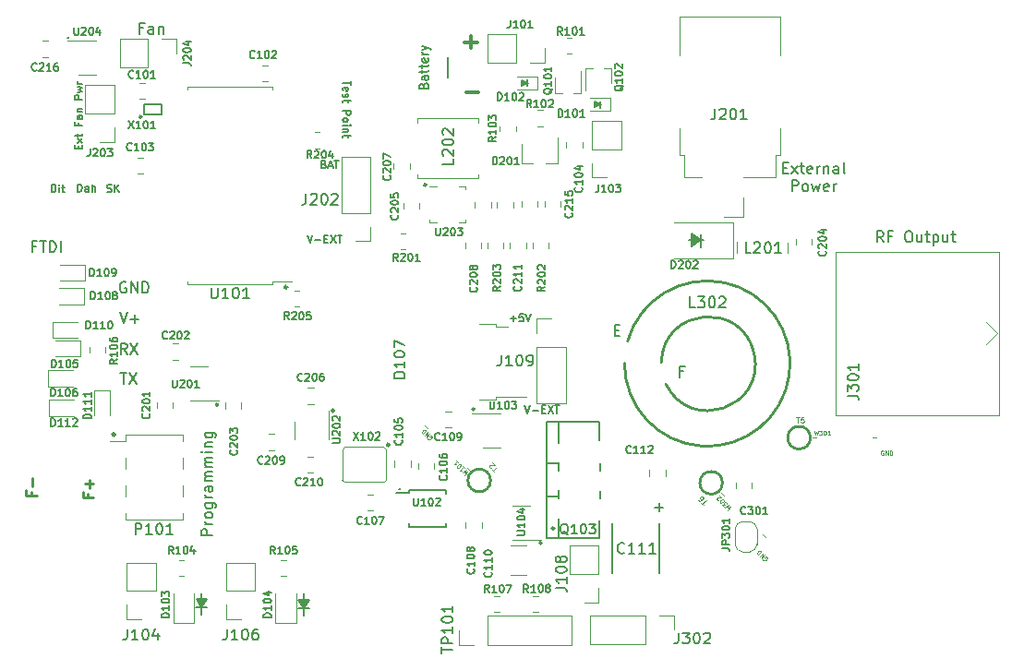
<source format=gbr>
%TF.GenerationSoftware,KiCad,Pcbnew,(6.0.4-0)*%
%TF.CreationDate,2023-07-28T13:04:44-04:00*%
%TF.ProjectId,SignalSlinger,5369676e-616c-4536-9c69-6e6765722e6b,rev?*%
%TF.SameCoordinates,Original*%
%TF.FileFunction,Legend,Top*%
%TF.FilePolarity,Positive*%
%FSLAX46Y46*%
G04 Gerber Fmt 4.6, Leading zero omitted, Abs format (unit mm)*
G04 Created by KiCad (PCBNEW (6.0.4-0)) date 2023-07-28 13:04:44*
%MOMM*%
%LPD*%
G01*
G04 APERTURE LIST*
%ADD10C,0.150000*%
%ADD11C,0.300000*%
%ADD12C,0.250000*%
%ADD13C,0.100000*%
%ADD14C,0.125000*%
%ADD15C,0.120000*%
G04 APERTURE END LIST*
D10*
X89380000Y-64080000D02*
X89380000Y-65930000D01*
X55520000Y-72483333D02*
X55520000Y-72250000D01*
X55886666Y-72150000D02*
X55886666Y-72483333D01*
X55186666Y-72483333D01*
X55186666Y-72150000D01*
X55886666Y-71916666D02*
X55420000Y-71550000D01*
X55420000Y-71916666D02*
X55886666Y-71550000D01*
X55420000Y-71383333D02*
X55420000Y-71116666D01*
X55186666Y-71283333D02*
X55786666Y-71283333D01*
X55853333Y-71250000D01*
X55886666Y-71183333D01*
X55886666Y-71116666D01*
X55520000Y-70116666D02*
X55520000Y-70350000D01*
X55886666Y-70350000D02*
X55186666Y-70350000D01*
X55186666Y-70016666D01*
X55886666Y-69450000D02*
X55520000Y-69450000D01*
X55453333Y-69483333D01*
X55420000Y-69550000D01*
X55420000Y-69683333D01*
X55453333Y-69750000D01*
X55853333Y-69450000D02*
X55886666Y-69516666D01*
X55886666Y-69683333D01*
X55853333Y-69750000D01*
X55786666Y-69783333D01*
X55720000Y-69783333D01*
X55653333Y-69750000D01*
X55620000Y-69683333D01*
X55620000Y-69516666D01*
X55586666Y-69450000D01*
X55420000Y-69116666D02*
X55886666Y-69116666D01*
X55486666Y-69116666D02*
X55453333Y-69083333D01*
X55420000Y-69016666D01*
X55420000Y-68916666D01*
X55453333Y-68850000D01*
X55520000Y-68816666D01*
X55886666Y-68816666D01*
X55886666Y-67950000D02*
X55186666Y-67950000D01*
X55186666Y-67683333D01*
X55220000Y-67616666D01*
X55253333Y-67583333D01*
X55320000Y-67550000D01*
X55420000Y-67550000D01*
X55486666Y-67583333D01*
X55520000Y-67616666D01*
X55553333Y-67683333D01*
X55553333Y-67950000D01*
X55420000Y-67316666D02*
X55886666Y-67183333D01*
X55553333Y-67050000D01*
X55886666Y-66916666D01*
X55420000Y-66783333D01*
X55886666Y-66516666D02*
X55420000Y-66516666D01*
X55553333Y-66516666D02*
X55486666Y-66483333D01*
X55453333Y-66450000D01*
X55420000Y-66383333D01*
X55420000Y-66316666D01*
X61438095Y-61408571D02*
X61104761Y-61408571D01*
X61104761Y-61932380D02*
X61104761Y-60932380D01*
X61580952Y-60932380D01*
X62390476Y-61932380D02*
X62390476Y-61408571D01*
X62342857Y-61313333D01*
X62247619Y-61265714D01*
X62057142Y-61265714D01*
X61961904Y-61313333D01*
X62390476Y-61884761D02*
X62295238Y-61932380D01*
X62057142Y-61932380D01*
X61961904Y-61884761D01*
X61914285Y-61789523D01*
X61914285Y-61694285D01*
X61961904Y-61599047D01*
X62057142Y-61551428D01*
X62295238Y-61551428D01*
X62390476Y-61503809D01*
X62866666Y-61265714D02*
X62866666Y-61932380D01*
X62866666Y-61360952D02*
X62914285Y-61313333D01*
X63009523Y-61265714D01*
X63152380Y-61265714D01*
X63247619Y-61313333D01*
X63295238Y-61408571D01*
X63295238Y-61932380D01*
X120120476Y-74233571D02*
X120453809Y-74233571D01*
X120596666Y-74757380D02*
X120120476Y-74757380D01*
X120120476Y-73757380D01*
X120596666Y-73757380D01*
X120930000Y-74757380D02*
X121453809Y-74090714D01*
X120930000Y-74090714D02*
X121453809Y-74757380D01*
X121691904Y-74090714D02*
X122072857Y-74090714D01*
X121834761Y-73757380D02*
X121834761Y-74614523D01*
X121882380Y-74709761D01*
X121977619Y-74757380D01*
X122072857Y-74757380D01*
X122787142Y-74709761D02*
X122691904Y-74757380D01*
X122501428Y-74757380D01*
X122406190Y-74709761D01*
X122358571Y-74614523D01*
X122358571Y-74233571D01*
X122406190Y-74138333D01*
X122501428Y-74090714D01*
X122691904Y-74090714D01*
X122787142Y-74138333D01*
X122834761Y-74233571D01*
X122834761Y-74328809D01*
X122358571Y-74424047D01*
X123263333Y-74757380D02*
X123263333Y-74090714D01*
X123263333Y-74281190D02*
X123310952Y-74185952D01*
X123358571Y-74138333D01*
X123453809Y-74090714D01*
X123549047Y-74090714D01*
X123882380Y-74090714D02*
X123882380Y-74757380D01*
X123882380Y-74185952D02*
X123930000Y-74138333D01*
X124025238Y-74090714D01*
X124168095Y-74090714D01*
X124263333Y-74138333D01*
X124310952Y-74233571D01*
X124310952Y-74757380D01*
X125215714Y-74757380D02*
X125215714Y-74233571D01*
X125168095Y-74138333D01*
X125072857Y-74090714D01*
X124882380Y-74090714D01*
X124787142Y-74138333D01*
X125215714Y-74709761D02*
X125120476Y-74757380D01*
X124882380Y-74757380D01*
X124787142Y-74709761D01*
X124739523Y-74614523D01*
X124739523Y-74519285D01*
X124787142Y-74424047D01*
X124882380Y-74376428D01*
X125120476Y-74376428D01*
X125215714Y-74328809D01*
X125834761Y-74757380D02*
X125739523Y-74709761D01*
X125691904Y-74614523D01*
X125691904Y-73757380D01*
X120953809Y-76367380D02*
X120953809Y-75367380D01*
X121334761Y-75367380D01*
X121430000Y-75415000D01*
X121477619Y-75462619D01*
X121525238Y-75557857D01*
X121525238Y-75700714D01*
X121477619Y-75795952D01*
X121430000Y-75843571D01*
X121334761Y-75891190D01*
X120953809Y-75891190D01*
X122096666Y-76367380D02*
X122001428Y-76319761D01*
X121953809Y-76272142D01*
X121906190Y-76176904D01*
X121906190Y-75891190D01*
X121953809Y-75795952D01*
X122001428Y-75748333D01*
X122096666Y-75700714D01*
X122239523Y-75700714D01*
X122334761Y-75748333D01*
X122382380Y-75795952D01*
X122430000Y-75891190D01*
X122430000Y-76176904D01*
X122382380Y-76272142D01*
X122334761Y-76319761D01*
X122239523Y-76367380D01*
X122096666Y-76367380D01*
X122763333Y-75700714D02*
X122953809Y-76367380D01*
X123144285Y-75891190D01*
X123334761Y-76367380D01*
X123525238Y-75700714D01*
X124287142Y-76319761D02*
X124191904Y-76367380D01*
X124001428Y-76367380D01*
X123906190Y-76319761D01*
X123858571Y-76224523D01*
X123858571Y-75843571D01*
X123906190Y-75748333D01*
X124001428Y-75700714D01*
X124191904Y-75700714D01*
X124287142Y-75748333D01*
X124334761Y-75843571D01*
X124334761Y-75938809D01*
X123858571Y-76034047D01*
X124763333Y-76367380D02*
X124763333Y-75700714D01*
X124763333Y-75891190D02*
X124810952Y-75795952D01*
X124858571Y-75748333D01*
X124953809Y-75700714D01*
X125049047Y-75700714D01*
X58140000Y-76423333D02*
X58240000Y-76456666D01*
X58406666Y-76456666D01*
X58473333Y-76423333D01*
X58506666Y-76390000D01*
X58540000Y-76323333D01*
X58540000Y-76256666D01*
X58506666Y-76190000D01*
X58473333Y-76156666D01*
X58406666Y-76123333D01*
X58273333Y-76090000D01*
X58206666Y-76056666D01*
X58173333Y-76023333D01*
X58140000Y-75956666D01*
X58140000Y-75890000D01*
X58173333Y-75823333D01*
X58206666Y-75790000D01*
X58273333Y-75756666D01*
X58440000Y-75756666D01*
X58540000Y-75790000D01*
X58840000Y-76456666D02*
X58840000Y-75756666D01*
X59240000Y-76456666D02*
X58940000Y-76056666D01*
X59240000Y-75756666D02*
X58840000Y-76156666D01*
X87172857Y-66687142D02*
X87210952Y-66572857D01*
X87249047Y-66534761D01*
X87325238Y-66496666D01*
X87439523Y-66496666D01*
X87515714Y-66534761D01*
X87553809Y-66572857D01*
X87591904Y-66649047D01*
X87591904Y-66953809D01*
X86791904Y-66953809D01*
X86791904Y-66687142D01*
X86830000Y-66610952D01*
X86868095Y-66572857D01*
X86944285Y-66534761D01*
X87020476Y-66534761D01*
X87096666Y-66572857D01*
X87134761Y-66610952D01*
X87172857Y-66687142D01*
X87172857Y-66953809D01*
X87591904Y-65810952D02*
X87172857Y-65810952D01*
X87096666Y-65849047D01*
X87058571Y-65925238D01*
X87058571Y-66077619D01*
X87096666Y-66153809D01*
X87553809Y-65810952D02*
X87591904Y-65887142D01*
X87591904Y-66077619D01*
X87553809Y-66153809D01*
X87477619Y-66191904D01*
X87401428Y-66191904D01*
X87325238Y-66153809D01*
X87287142Y-66077619D01*
X87287142Y-65887142D01*
X87249047Y-65810952D01*
X87058571Y-65544285D02*
X87058571Y-65239523D01*
X86791904Y-65430000D02*
X87477619Y-65430000D01*
X87553809Y-65391904D01*
X87591904Y-65315714D01*
X87591904Y-65239523D01*
X87058571Y-65087142D02*
X87058571Y-64782380D01*
X86791904Y-64972857D02*
X87477619Y-64972857D01*
X87553809Y-64934761D01*
X87591904Y-64858571D01*
X87591904Y-64782380D01*
X87553809Y-64210952D02*
X87591904Y-64287142D01*
X87591904Y-64439523D01*
X87553809Y-64515714D01*
X87477619Y-64553809D01*
X87172857Y-64553809D01*
X87096666Y-64515714D01*
X87058571Y-64439523D01*
X87058571Y-64287142D01*
X87096666Y-64210952D01*
X87172857Y-64172857D01*
X87249047Y-64172857D01*
X87325238Y-64553809D01*
X87591904Y-63830000D02*
X87058571Y-63830000D01*
X87210952Y-63830000D02*
X87134761Y-63791904D01*
X87096666Y-63753809D01*
X87058571Y-63677619D01*
X87058571Y-63601428D01*
X87058571Y-63410952D02*
X87591904Y-63220476D01*
X87058571Y-63030000D02*
X87591904Y-63220476D01*
X87782380Y-63296666D01*
X87820476Y-63334761D01*
X87858571Y-63410952D01*
X51603809Y-81448571D02*
X51270476Y-81448571D01*
X51270476Y-81972380D02*
X51270476Y-80972380D01*
X51746666Y-80972380D01*
X51984761Y-80972380D02*
X52556190Y-80972380D01*
X52270476Y-81972380D02*
X52270476Y-80972380D01*
X52889523Y-81972380D02*
X52889523Y-80972380D01*
X53127619Y-80972380D01*
X53270476Y-81020000D01*
X53365714Y-81115238D01*
X53413333Y-81210476D01*
X53460952Y-81400952D01*
X53460952Y-81543809D01*
X53413333Y-81734285D01*
X53365714Y-81829523D01*
X53270476Y-81924761D01*
X53127619Y-81972380D01*
X52889523Y-81972380D01*
X53889523Y-81972380D02*
X53889523Y-80972380D01*
X59973333Y-91332380D02*
X59640000Y-90856190D01*
X59401904Y-91332380D02*
X59401904Y-90332380D01*
X59782857Y-90332380D01*
X59878095Y-90380000D01*
X59925714Y-90427619D01*
X59973333Y-90522857D01*
X59973333Y-90665714D01*
X59925714Y-90760952D01*
X59878095Y-90808571D01*
X59782857Y-90856190D01*
X59401904Y-90856190D01*
X60306666Y-90332380D02*
X60973333Y-91332380D01*
X60973333Y-90332380D02*
X60306666Y-91332380D01*
X96446666Y-96036666D02*
X96680000Y-96736666D01*
X96913333Y-96036666D01*
X97146666Y-96470000D02*
X97680000Y-96470000D01*
X98013333Y-96370000D02*
X98246666Y-96370000D01*
X98346666Y-96736666D02*
X98013333Y-96736666D01*
X98013333Y-96036666D01*
X98346666Y-96036666D01*
X98580000Y-96036666D02*
X99046666Y-96736666D01*
X99046666Y-96036666D02*
X98580000Y-96736666D01*
X99213333Y-96036666D02*
X99613333Y-96036666D01*
X99413333Y-96736666D02*
X99413333Y-96036666D01*
D11*
X90948571Y-62707142D02*
X92091428Y-62707142D01*
X91520000Y-63278571D02*
X91520000Y-62135714D01*
D12*
X56388571Y-104116190D02*
X56388571Y-104449523D01*
X56912380Y-104449523D02*
X55912380Y-104449523D01*
X55912380Y-103973333D01*
X56531428Y-103592380D02*
X56531428Y-102830476D01*
X56912380Y-103211428D02*
X56150476Y-103211428D01*
D10*
X129327619Y-81042380D02*
X128994285Y-80566190D01*
X128756190Y-81042380D02*
X128756190Y-80042380D01*
X129137142Y-80042380D01*
X129232380Y-80090000D01*
X129280000Y-80137619D01*
X129327619Y-80232857D01*
X129327619Y-80375714D01*
X129280000Y-80470952D01*
X129232380Y-80518571D01*
X129137142Y-80566190D01*
X128756190Y-80566190D01*
X130089523Y-80518571D02*
X129756190Y-80518571D01*
X129756190Y-81042380D02*
X129756190Y-80042380D01*
X130232380Y-80042380D01*
X131565714Y-80042380D02*
X131756190Y-80042380D01*
X131851428Y-80090000D01*
X131946666Y-80185238D01*
X131994285Y-80375714D01*
X131994285Y-80709047D01*
X131946666Y-80899523D01*
X131851428Y-80994761D01*
X131756190Y-81042380D01*
X131565714Y-81042380D01*
X131470476Y-80994761D01*
X131375238Y-80899523D01*
X131327619Y-80709047D01*
X131327619Y-80375714D01*
X131375238Y-80185238D01*
X131470476Y-80090000D01*
X131565714Y-80042380D01*
X132851428Y-80375714D02*
X132851428Y-81042380D01*
X132422857Y-80375714D02*
X132422857Y-80899523D01*
X132470476Y-80994761D01*
X132565714Y-81042380D01*
X132708571Y-81042380D01*
X132803809Y-80994761D01*
X132851428Y-80947142D01*
X133184761Y-80375714D02*
X133565714Y-80375714D01*
X133327619Y-80042380D02*
X133327619Y-80899523D01*
X133375238Y-80994761D01*
X133470476Y-81042380D01*
X133565714Y-81042380D01*
X133899047Y-80375714D02*
X133899047Y-81375714D01*
X133899047Y-80423333D02*
X133994285Y-80375714D01*
X134184761Y-80375714D01*
X134280000Y-80423333D01*
X134327619Y-80470952D01*
X134375238Y-80566190D01*
X134375238Y-80851904D01*
X134327619Y-80947142D01*
X134280000Y-80994761D01*
X134184761Y-81042380D01*
X133994285Y-81042380D01*
X133899047Y-80994761D01*
X135232380Y-80375714D02*
X135232380Y-81042380D01*
X134803809Y-80375714D02*
X134803809Y-80899523D01*
X134851428Y-80994761D01*
X134946666Y-81042380D01*
X135089523Y-81042380D01*
X135184761Y-80994761D01*
X135232380Y-80947142D01*
X135565714Y-80375714D02*
X135946666Y-80375714D01*
X135708571Y-80042380D02*
X135708571Y-80899523D01*
X135756190Y-80994761D01*
X135851428Y-81042380D01*
X135946666Y-81042380D01*
X95110000Y-88060000D02*
X95643333Y-88060000D01*
X95376666Y-88326666D02*
X95376666Y-87793333D01*
X96310000Y-87626666D02*
X95976666Y-87626666D01*
X95943333Y-87960000D01*
X95976666Y-87926666D01*
X96043333Y-87893333D01*
X96210000Y-87893333D01*
X96276666Y-87926666D01*
X96310000Y-87960000D01*
X96343333Y-88026666D01*
X96343333Y-88193333D01*
X96310000Y-88260000D01*
X96276666Y-88293333D01*
X96210000Y-88326666D01*
X96043333Y-88326666D01*
X95976666Y-88293333D01*
X95943333Y-88260000D01*
X96543333Y-87626666D02*
X96776666Y-88326666D01*
X97010000Y-87626666D01*
X76516666Y-80436666D02*
X76750000Y-81136666D01*
X76983333Y-80436666D01*
X77216666Y-80870000D02*
X77750000Y-80870000D01*
X78083333Y-80770000D02*
X78316666Y-80770000D01*
X78416666Y-81136666D02*
X78083333Y-81136666D01*
X78083333Y-80436666D01*
X78416666Y-80436666D01*
X78650000Y-80436666D02*
X79116666Y-81136666D01*
X79116666Y-80436666D02*
X78650000Y-81136666D01*
X79283333Y-80436666D02*
X79683333Y-80436666D01*
X79483333Y-81136666D02*
X79483333Y-80436666D01*
X59868095Y-84740000D02*
X59772857Y-84692380D01*
X59630000Y-84692380D01*
X59487142Y-84740000D01*
X59391904Y-84835238D01*
X59344285Y-84930476D01*
X59296666Y-85120952D01*
X59296666Y-85263809D01*
X59344285Y-85454285D01*
X59391904Y-85549523D01*
X59487142Y-85644761D01*
X59630000Y-85692380D01*
X59725238Y-85692380D01*
X59868095Y-85644761D01*
X59915714Y-85597142D01*
X59915714Y-85263809D01*
X59725238Y-85263809D01*
X60344285Y-85692380D02*
X60344285Y-84692380D01*
X60915714Y-85692380D01*
X60915714Y-84692380D01*
X61391904Y-85692380D02*
X61391904Y-84692380D01*
X61630000Y-84692380D01*
X61772857Y-84740000D01*
X61868095Y-84835238D01*
X61915714Y-84930476D01*
X61963333Y-85120952D01*
X61963333Y-85263809D01*
X61915714Y-85454285D01*
X61868095Y-85549523D01*
X61772857Y-85644761D01*
X61630000Y-85692380D01*
X61391904Y-85692380D01*
X80473333Y-66250000D02*
X80473333Y-66650000D01*
X79773333Y-66450000D02*
X80473333Y-66450000D01*
X79806666Y-67150000D02*
X79773333Y-67083333D01*
X79773333Y-66950000D01*
X79806666Y-66883333D01*
X79873333Y-66850000D01*
X80140000Y-66850000D01*
X80206666Y-66883333D01*
X80240000Y-66950000D01*
X80240000Y-67083333D01*
X80206666Y-67150000D01*
X80140000Y-67183333D01*
X80073333Y-67183333D01*
X80006666Y-66850000D01*
X79806666Y-67450000D02*
X79773333Y-67516666D01*
X79773333Y-67650000D01*
X79806666Y-67716666D01*
X79873333Y-67750000D01*
X79906666Y-67750000D01*
X79973333Y-67716666D01*
X80006666Y-67650000D01*
X80006666Y-67550000D01*
X80040000Y-67483333D01*
X80106666Y-67450000D01*
X80140000Y-67450000D01*
X80206666Y-67483333D01*
X80240000Y-67550000D01*
X80240000Y-67650000D01*
X80206666Y-67716666D01*
X80240000Y-67950000D02*
X80240000Y-68216666D01*
X80473333Y-68050000D02*
X79873333Y-68050000D01*
X79806666Y-68083333D01*
X79773333Y-68150000D01*
X79773333Y-68216666D01*
X79773333Y-68983333D02*
X80473333Y-68983333D01*
X80473333Y-69250000D01*
X80440000Y-69316666D01*
X80406666Y-69350000D01*
X80340000Y-69383333D01*
X80240000Y-69383333D01*
X80173333Y-69350000D01*
X80140000Y-69316666D01*
X80106666Y-69250000D01*
X80106666Y-68983333D01*
X79773333Y-69783333D02*
X79806666Y-69716666D01*
X79840000Y-69683333D01*
X79906666Y-69650000D01*
X80106666Y-69650000D01*
X80173333Y-69683333D01*
X80206666Y-69716666D01*
X80240000Y-69783333D01*
X80240000Y-69883333D01*
X80206666Y-69950000D01*
X80173333Y-69983333D01*
X80106666Y-70016666D01*
X79906666Y-70016666D01*
X79840000Y-69983333D01*
X79806666Y-69950000D01*
X79773333Y-69883333D01*
X79773333Y-69783333D01*
X79773333Y-70316666D02*
X80240000Y-70316666D01*
X80473333Y-70316666D02*
X80440000Y-70283333D01*
X80406666Y-70316666D01*
X80440000Y-70350000D01*
X80473333Y-70316666D01*
X80406666Y-70316666D01*
X80240000Y-70650000D02*
X79773333Y-70650000D01*
X80173333Y-70650000D02*
X80206666Y-70683333D01*
X80240000Y-70750000D01*
X80240000Y-70850000D01*
X80206666Y-70916666D01*
X80140000Y-70950000D01*
X79773333Y-70950000D01*
X80240000Y-71183333D02*
X80240000Y-71450000D01*
X80473333Y-71283333D02*
X79873333Y-71283333D01*
X79806666Y-71316666D01*
X79773333Y-71383333D01*
X79773333Y-71450000D01*
X55453333Y-76426666D02*
X55453333Y-75726666D01*
X55620000Y-75726666D01*
X55720000Y-75760000D01*
X55786666Y-75826666D01*
X55820000Y-75893333D01*
X55853333Y-76026666D01*
X55853333Y-76126666D01*
X55820000Y-76260000D01*
X55786666Y-76326666D01*
X55720000Y-76393333D01*
X55620000Y-76426666D01*
X55453333Y-76426666D01*
X56453333Y-76426666D02*
X56453333Y-76060000D01*
X56420000Y-75993333D01*
X56353333Y-75960000D01*
X56220000Y-75960000D01*
X56153333Y-75993333D01*
X56453333Y-76393333D02*
X56386666Y-76426666D01*
X56220000Y-76426666D01*
X56153333Y-76393333D01*
X56120000Y-76326666D01*
X56120000Y-76260000D01*
X56153333Y-76193333D01*
X56220000Y-76160000D01*
X56386666Y-76160000D01*
X56453333Y-76126666D01*
X56786666Y-76426666D02*
X56786666Y-75726666D01*
X57086666Y-76426666D02*
X57086666Y-76060000D01*
X57053333Y-75993333D01*
X56986666Y-75960000D01*
X56886666Y-75960000D01*
X56820000Y-75993333D01*
X56786666Y-76026666D01*
X59348095Y-93042380D02*
X59919523Y-93042380D01*
X59633809Y-94042380D02*
X59633809Y-93042380D01*
X60157619Y-93042380D02*
X60824285Y-94042380D01*
X60824285Y-93042380D02*
X60157619Y-94042380D01*
X78023333Y-73890000D02*
X78123333Y-73923333D01*
X78156666Y-73956666D01*
X78190000Y-74023333D01*
X78190000Y-74123333D01*
X78156666Y-74190000D01*
X78123333Y-74223333D01*
X78056666Y-74256666D01*
X77790000Y-74256666D01*
X77790000Y-73556666D01*
X78023333Y-73556666D01*
X78090000Y-73590000D01*
X78123333Y-73623333D01*
X78156666Y-73690000D01*
X78156666Y-73756666D01*
X78123333Y-73823333D01*
X78090000Y-73856666D01*
X78023333Y-73890000D01*
X77790000Y-73890000D01*
X78456666Y-74056666D02*
X78790000Y-74056666D01*
X78390000Y-74256666D02*
X78623333Y-73556666D01*
X78856666Y-74256666D01*
X78990000Y-73556666D02*
X79390000Y-73556666D01*
X79190000Y-74256666D02*
X79190000Y-73556666D01*
X53050000Y-76466666D02*
X53050000Y-75766666D01*
X53216666Y-75766666D01*
X53316666Y-75800000D01*
X53383333Y-75866666D01*
X53416666Y-75933333D01*
X53450000Y-76066666D01*
X53450000Y-76166666D01*
X53416666Y-76300000D01*
X53383333Y-76366666D01*
X53316666Y-76433333D01*
X53216666Y-76466666D01*
X53050000Y-76466666D01*
X53750000Y-76466666D02*
X53750000Y-76000000D01*
X53750000Y-75766666D02*
X53716666Y-75800000D01*
X53750000Y-75833333D01*
X53783333Y-75800000D01*
X53750000Y-75766666D01*
X53750000Y-75833333D01*
X53983333Y-76000000D02*
X54250000Y-76000000D01*
X54083333Y-75766666D02*
X54083333Y-76366666D01*
X54116666Y-76433333D01*
X54183333Y-76466666D01*
X54250000Y-76466666D01*
D12*
X51168571Y-103966190D02*
X51168571Y-104299523D01*
X51692380Y-104299523D02*
X50692380Y-104299523D01*
X50692380Y-103823333D01*
X51311428Y-103442380D02*
X51311428Y-102680476D01*
D10*
X67812380Y-107934285D02*
X66812380Y-107934285D01*
X66812380Y-107553333D01*
X66860000Y-107458095D01*
X66907619Y-107410476D01*
X67002857Y-107362857D01*
X67145714Y-107362857D01*
X67240952Y-107410476D01*
X67288571Y-107458095D01*
X67336190Y-107553333D01*
X67336190Y-107934285D01*
X67812380Y-106934285D02*
X67145714Y-106934285D01*
X67336190Y-106934285D02*
X67240952Y-106886666D01*
X67193333Y-106839047D01*
X67145714Y-106743809D01*
X67145714Y-106648571D01*
X67812380Y-106172380D02*
X67764761Y-106267619D01*
X67717142Y-106315238D01*
X67621904Y-106362857D01*
X67336190Y-106362857D01*
X67240952Y-106315238D01*
X67193333Y-106267619D01*
X67145714Y-106172380D01*
X67145714Y-106029523D01*
X67193333Y-105934285D01*
X67240952Y-105886666D01*
X67336190Y-105839047D01*
X67621904Y-105839047D01*
X67717142Y-105886666D01*
X67764761Y-105934285D01*
X67812380Y-106029523D01*
X67812380Y-106172380D01*
X67145714Y-104981904D02*
X67955238Y-104981904D01*
X68050476Y-105029523D01*
X68098095Y-105077142D01*
X68145714Y-105172380D01*
X68145714Y-105315238D01*
X68098095Y-105410476D01*
X67764761Y-104981904D02*
X67812380Y-105077142D01*
X67812380Y-105267619D01*
X67764761Y-105362857D01*
X67717142Y-105410476D01*
X67621904Y-105458095D01*
X67336190Y-105458095D01*
X67240952Y-105410476D01*
X67193333Y-105362857D01*
X67145714Y-105267619D01*
X67145714Y-105077142D01*
X67193333Y-104981904D01*
X67812380Y-104505714D02*
X67145714Y-104505714D01*
X67336190Y-104505714D02*
X67240952Y-104458095D01*
X67193333Y-104410476D01*
X67145714Y-104315238D01*
X67145714Y-104220000D01*
X67812380Y-103458095D02*
X67288571Y-103458095D01*
X67193333Y-103505714D01*
X67145714Y-103600952D01*
X67145714Y-103791428D01*
X67193333Y-103886666D01*
X67764761Y-103458095D02*
X67812380Y-103553333D01*
X67812380Y-103791428D01*
X67764761Y-103886666D01*
X67669523Y-103934285D01*
X67574285Y-103934285D01*
X67479047Y-103886666D01*
X67431428Y-103791428D01*
X67431428Y-103553333D01*
X67383809Y-103458095D01*
X67812380Y-102981904D02*
X67145714Y-102981904D01*
X67240952Y-102981904D02*
X67193333Y-102934285D01*
X67145714Y-102839047D01*
X67145714Y-102696190D01*
X67193333Y-102600952D01*
X67288571Y-102553333D01*
X67812380Y-102553333D01*
X67288571Y-102553333D02*
X67193333Y-102505714D01*
X67145714Y-102410476D01*
X67145714Y-102267619D01*
X67193333Y-102172380D01*
X67288571Y-102124761D01*
X67812380Y-102124761D01*
X67812380Y-101648571D02*
X67145714Y-101648571D01*
X67240952Y-101648571D02*
X67193333Y-101600952D01*
X67145714Y-101505714D01*
X67145714Y-101362857D01*
X67193333Y-101267619D01*
X67288571Y-101220000D01*
X67812380Y-101220000D01*
X67288571Y-101220000D02*
X67193333Y-101172380D01*
X67145714Y-101077142D01*
X67145714Y-100934285D01*
X67193333Y-100839047D01*
X67288571Y-100791428D01*
X67812380Y-100791428D01*
X67812380Y-100315238D02*
X67145714Y-100315238D01*
X66812380Y-100315238D02*
X66860000Y-100362857D01*
X66907619Y-100315238D01*
X66860000Y-100267619D01*
X66812380Y-100315238D01*
X66907619Y-100315238D01*
X67145714Y-99839047D02*
X67812380Y-99839047D01*
X67240952Y-99839047D02*
X67193333Y-99791428D01*
X67145714Y-99696190D01*
X67145714Y-99553333D01*
X67193333Y-99458095D01*
X67288571Y-99410476D01*
X67812380Y-99410476D01*
X67145714Y-98505714D02*
X67955238Y-98505714D01*
X68050476Y-98553333D01*
X68098095Y-98600952D01*
X68145714Y-98696190D01*
X68145714Y-98839047D01*
X68098095Y-98934285D01*
X67764761Y-98505714D02*
X67812380Y-98600952D01*
X67812380Y-98791428D01*
X67764761Y-98886666D01*
X67717142Y-98934285D01*
X67621904Y-98981904D01*
X67336190Y-98981904D01*
X67240952Y-98934285D01*
X67193333Y-98886666D01*
X67145714Y-98791428D01*
X67145714Y-98600952D01*
X67193333Y-98505714D01*
D11*
X91048571Y-67337142D02*
X92191428Y-67337142D01*
D10*
X59307619Y-87492380D02*
X59640952Y-88492380D01*
X59974285Y-87492380D01*
X60307619Y-88111428D02*
X61069523Y-88111428D01*
X60688571Y-88492380D02*
X60688571Y-87730476D01*
%TO.C,J104*%
X59984285Y-116542380D02*
X59984285Y-117256666D01*
X59936666Y-117399523D01*
X59841428Y-117494761D01*
X59698571Y-117542380D01*
X59603333Y-117542380D01*
X60984285Y-117542380D02*
X60412857Y-117542380D01*
X60698571Y-117542380D02*
X60698571Y-116542380D01*
X60603333Y-116685238D01*
X60508095Y-116780476D01*
X60412857Y-116828095D01*
X61603333Y-116542380D02*
X61698571Y-116542380D01*
X61793809Y-116590000D01*
X61841428Y-116637619D01*
X61889047Y-116732857D01*
X61936666Y-116923333D01*
X61936666Y-117161428D01*
X61889047Y-117351904D01*
X61841428Y-117447142D01*
X61793809Y-117494761D01*
X61698571Y-117542380D01*
X61603333Y-117542380D01*
X61508095Y-117494761D01*
X61460476Y-117447142D01*
X61412857Y-117351904D01*
X61365238Y-117161428D01*
X61365238Y-116923333D01*
X61412857Y-116732857D01*
X61460476Y-116637619D01*
X61508095Y-116590000D01*
X61603333Y-116542380D01*
X62793809Y-116875714D02*
X62793809Y-117542380D01*
X62555714Y-116494761D02*
X62317619Y-117209047D01*
X62936666Y-117209047D01*
%TO.C,U203*%
X88290000Y-79726666D02*
X88290000Y-80293333D01*
X88323333Y-80360000D01*
X88356666Y-80393333D01*
X88423333Y-80426666D01*
X88556666Y-80426666D01*
X88623333Y-80393333D01*
X88656666Y-80360000D01*
X88690000Y-80293333D01*
X88690000Y-79726666D01*
X88990000Y-79793333D02*
X89023333Y-79760000D01*
X89090000Y-79726666D01*
X89256666Y-79726666D01*
X89323333Y-79760000D01*
X89356666Y-79793333D01*
X89390000Y-79860000D01*
X89390000Y-79926666D01*
X89356666Y-80026666D01*
X88956666Y-80426666D01*
X89390000Y-80426666D01*
X89823333Y-79726666D02*
X89890000Y-79726666D01*
X89956666Y-79760000D01*
X89990000Y-79793333D01*
X90023333Y-79860000D01*
X90056666Y-79993333D01*
X90056666Y-80160000D01*
X90023333Y-80293333D01*
X89990000Y-80360000D01*
X89956666Y-80393333D01*
X89890000Y-80426666D01*
X89823333Y-80426666D01*
X89756666Y-80393333D01*
X89723333Y-80360000D01*
X89690000Y-80293333D01*
X89656666Y-80160000D01*
X89656666Y-79993333D01*
X89690000Y-79860000D01*
X89723333Y-79793333D01*
X89756666Y-79760000D01*
X89823333Y-79726666D01*
X90290000Y-79726666D02*
X90723333Y-79726666D01*
X90490000Y-79993333D01*
X90590000Y-79993333D01*
X90656666Y-80026666D01*
X90690000Y-80060000D01*
X90723333Y-80126666D01*
X90723333Y-80293333D01*
X90690000Y-80360000D01*
X90656666Y-80393333D01*
X90590000Y-80426666D01*
X90390000Y-80426666D01*
X90323333Y-80393333D01*
X90290000Y-80360000D01*
%TO.C,JP301*%
X114536666Y-109140000D02*
X115036666Y-109140000D01*
X115136666Y-109173333D01*
X115203333Y-109240000D01*
X115236666Y-109340000D01*
X115236666Y-109406666D01*
X115236666Y-108806666D02*
X114536666Y-108806666D01*
X114536666Y-108540000D01*
X114570000Y-108473333D01*
X114603333Y-108440000D01*
X114670000Y-108406666D01*
X114770000Y-108406666D01*
X114836666Y-108440000D01*
X114870000Y-108473333D01*
X114903333Y-108540000D01*
X114903333Y-108806666D01*
X114536666Y-108173333D02*
X114536666Y-107740000D01*
X114803333Y-107973333D01*
X114803333Y-107873333D01*
X114836666Y-107806666D01*
X114870000Y-107773333D01*
X114936666Y-107740000D01*
X115103333Y-107740000D01*
X115170000Y-107773333D01*
X115203333Y-107806666D01*
X115236666Y-107873333D01*
X115236666Y-108073333D01*
X115203333Y-108140000D01*
X115170000Y-108173333D01*
X114536666Y-107306666D02*
X114536666Y-107240000D01*
X114570000Y-107173333D01*
X114603333Y-107140000D01*
X114670000Y-107106666D01*
X114803333Y-107073333D01*
X114970000Y-107073333D01*
X115103333Y-107106666D01*
X115170000Y-107140000D01*
X115203333Y-107173333D01*
X115236666Y-107240000D01*
X115236666Y-107306666D01*
X115203333Y-107373333D01*
X115170000Y-107406666D01*
X115103333Y-107440000D01*
X114970000Y-107473333D01*
X114803333Y-107473333D01*
X114670000Y-107440000D01*
X114603333Y-107406666D01*
X114570000Y-107373333D01*
X114536666Y-107306666D01*
X115236666Y-106406666D02*
X115236666Y-106806666D01*
X115236666Y-106606666D02*
X114536666Y-106606666D01*
X114636666Y-106673333D01*
X114703333Y-106740000D01*
X114736666Y-106806666D01*
%TO.C,J302*%
X110544285Y-116882380D02*
X110544285Y-117596666D01*
X110496666Y-117739523D01*
X110401428Y-117834761D01*
X110258571Y-117882380D01*
X110163333Y-117882380D01*
X110925238Y-116882380D02*
X111544285Y-116882380D01*
X111210952Y-117263333D01*
X111353809Y-117263333D01*
X111449047Y-117310952D01*
X111496666Y-117358571D01*
X111544285Y-117453809D01*
X111544285Y-117691904D01*
X111496666Y-117787142D01*
X111449047Y-117834761D01*
X111353809Y-117882380D01*
X111068095Y-117882380D01*
X110972857Y-117834761D01*
X110925238Y-117787142D01*
X112163333Y-116882380D02*
X112258571Y-116882380D01*
X112353809Y-116930000D01*
X112401428Y-116977619D01*
X112449047Y-117072857D01*
X112496666Y-117263333D01*
X112496666Y-117501428D01*
X112449047Y-117691904D01*
X112401428Y-117787142D01*
X112353809Y-117834761D01*
X112258571Y-117882380D01*
X112163333Y-117882380D01*
X112068095Y-117834761D01*
X112020476Y-117787142D01*
X111972857Y-117691904D01*
X111925238Y-117501428D01*
X111925238Y-117263333D01*
X111972857Y-117072857D01*
X112020476Y-116977619D01*
X112068095Y-116930000D01*
X112163333Y-116882380D01*
X112877619Y-116977619D02*
X112925238Y-116930000D01*
X113020476Y-116882380D01*
X113258571Y-116882380D01*
X113353809Y-116930000D01*
X113401428Y-116977619D01*
X113449047Y-117072857D01*
X113449047Y-117168095D01*
X113401428Y-117310952D01*
X112830000Y-117882380D01*
X113449047Y-117882380D01*
%TO.C,D106*%
X53006666Y-95186666D02*
X53006666Y-94486666D01*
X53173333Y-94486666D01*
X53273333Y-94520000D01*
X53340000Y-94586666D01*
X53373333Y-94653333D01*
X53406666Y-94786666D01*
X53406666Y-94886666D01*
X53373333Y-95020000D01*
X53340000Y-95086666D01*
X53273333Y-95153333D01*
X53173333Y-95186666D01*
X53006666Y-95186666D01*
X54073333Y-95186666D02*
X53673333Y-95186666D01*
X53873333Y-95186666D02*
X53873333Y-94486666D01*
X53806666Y-94586666D01*
X53740000Y-94653333D01*
X53673333Y-94686666D01*
X54506666Y-94486666D02*
X54573333Y-94486666D01*
X54640000Y-94520000D01*
X54673333Y-94553333D01*
X54706666Y-94620000D01*
X54740000Y-94753333D01*
X54740000Y-94920000D01*
X54706666Y-95053333D01*
X54673333Y-95120000D01*
X54640000Y-95153333D01*
X54573333Y-95186666D01*
X54506666Y-95186666D01*
X54440000Y-95153333D01*
X54406666Y-95120000D01*
X54373333Y-95053333D01*
X54340000Y-94920000D01*
X54340000Y-94753333D01*
X54373333Y-94620000D01*
X54406666Y-94553333D01*
X54440000Y-94520000D01*
X54506666Y-94486666D01*
X55340000Y-94486666D02*
X55206666Y-94486666D01*
X55140000Y-94520000D01*
X55106666Y-94553333D01*
X55040000Y-94653333D01*
X55006666Y-94786666D01*
X55006666Y-95053333D01*
X55040000Y-95120000D01*
X55073333Y-95153333D01*
X55140000Y-95186666D01*
X55273333Y-95186666D01*
X55340000Y-95153333D01*
X55373333Y-95120000D01*
X55406666Y-95053333D01*
X55406666Y-94886666D01*
X55373333Y-94820000D01*
X55340000Y-94786666D01*
X55273333Y-94753333D01*
X55140000Y-94753333D01*
X55073333Y-94786666D01*
X55040000Y-94820000D01*
X55006666Y-94886666D01*
%TO.C,R104*%
X64209166Y-109636666D02*
X63975833Y-109303333D01*
X63809166Y-109636666D02*
X63809166Y-108936666D01*
X64075833Y-108936666D01*
X64142500Y-108970000D01*
X64175833Y-109003333D01*
X64209166Y-109070000D01*
X64209166Y-109170000D01*
X64175833Y-109236666D01*
X64142500Y-109270000D01*
X64075833Y-109303333D01*
X63809166Y-109303333D01*
X64875833Y-109636666D02*
X64475833Y-109636666D01*
X64675833Y-109636666D02*
X64675833Y-108936666D01*
X64609166Y-109036666D01*
X64542500Y-109103333D01*
X64475833Y-109136666D01*
X65309166Y-108936666D02*
X65375833Y-108936666D01*
X65442500Y-108970000D01*
X65475833Y-109003333D01*
X65509166Y-109070000D01*
X65542500Y-109203333D01*
X65542500Y-109370000D01*
X65509166Y-109503333D01*
X65475833Y-109570000D01*
X65442500Y-109603333D01*
X65375833Y-109636666D01*
X65309166Y-109636666D01*
X65242500Y-109603333D01*
X65209166Y-109570000D01*
X65175833Y-109503333D01*
X65142500Y-109370000D01*
X65142500Y-109203333D01*
X65175833Y-109070000D01*
X65209166Y-109003333D01*
X65242500Y-108970000D01*
X65309166Y-108936666D01*
X66142500Y-109170000D02*
X66142500Y-109636666D01*
X65975833Y-108903333D02*
X65809166Y-109403333D01*
X66242500Y-109403333D01*
%TO.C,C102*%
X71666666Y-64120000D02*
X71633333Y-64153333D01*
X71533333Y-64186666D01*
X71466666Y-64186666D01*
X71366666Y-64153333D01*
X71300000Y-64086666D01*
X71266666Y-64020000D01*
X71233333Y-63886666D01*
X71233333Y-63786666D01*
X71266666Y-63653333D01*
X71300000Y-63586666D01*
X71366666Y-63520000D01*
X71466666Y-63486666D01*
X71533333Y-63486666D01*
X71633333Y-63520000D01*
X71666666Y-63553333D01*
X72333333Y-64186666D02*
X71933333Y-64186666D01*
X72133333Y-64186666D02*
X72133333Y-63486666D01*
X72066666Y-63586666D01*
X72000000Y-63653333D01*
X71933333Y-63686666D01*
X72766666Y-63486666D02*
X72833333Y-63486666D01*
X72900000Y-63520000D01*
X72933333Y-63553333D01*
X72966666Y-63620000D01*
X73000000Y-63753333D01*
X73000000Y-63920000D01*
X72966666Y-64053333D01*
X72933333Y-64120000D01*
X72900000Y-64153333D01*
X72833333Y-64186666D01*
X72766666Y-64186666D01*
X72700000Y-64153333D01*
X72666666Y-64120000D01*
X72633333Y-64053333D01*
X72600000Y-63920000D01*
X72600000Y-63753333D01*
X72633333Y-63620000D01*
X72666666Y-63553333D01*
X72700000Y-63520000D01*
X72766666Y-63486666D01*
X73266666Y-63553333D02*
X73300000Y-63520000D01*
X73366666Y-63486666D01*
X73533333Y-63486666D01*
X73600000Y-63520000D01*
X73633333Y-63553333D01*
X73666666Y-63620000D01*
X73666666Y-63686666D01*
X73633333Y-63786666D01*
X73233333Y-64186666D01*
X73666666Y-64186666D01*
%TO.C,U202*%
X78816666Y-99450000D02*
X79383333Y-99450000D01*
X79450000Y-99416666D01*
X79483333Y-99383333D01*
X79516666Y-99316666D01*
X79516666Y-99183333D01*
X79483333Y-99116666D01*
X79450000Y-99083333D01*
X79383333Y-99050000D01*
X78816666Y-99050000D01*
X78883333Y-98750000D02*
X78850000Y-98716666D01*
X78816666Y-98650000D01*
X78816666Y-98483333D01*
X78850000Y-98416666D01*
X78883333Y-98383333D01*
X78950000Y-98350000D01*
X79016666Y-98350000D01*
X79116666Y-98383333D01*
X79516666Y-98783333D01*
X79516666Y-98350000D01*
X78816666Y-97916666D02*
X78816666Y-97850000D01*
X78850000Y-97783333D01*
X78883333Y-97750000D01*
X78950000Y-97716666D01*
X79083333Y-97683333D01*
X79250000Y-97683333D01*
X79383333Y-97716666D01*
X79450000Y-97750000D01*
X79483333Y-97783333D01*
X79516666Y-97850000D01*
X79516666Y-97916666D01*
X79483333Y-97983333D01*
X79450000Y-98016666D01*
X79383333Y-98050000D01*
X79250000Y-98083333D01*
X79083333Y-98083333D01*
X78950000Y-98050000D01*
X78883333Y-98016666D01*
X78850000Y-97983333D01*
X78816666Y-97916666D01*
X78883333Y-97416666D02*
X78850000Y-97383333D01*
X78816666Y-97316666D01*
X78816666Y-97150000D01*
X78850000Y-97083333D01*
X78883333Y-97050000D01*
X78950000Y-97016666D01*
X79016666Y-97016666D01*
X79116666Y-97050000D01*
X79516666Y-97450000D01*
X79516666Y-97016666D01*
%TO.C,D103*%
X63851666Y-115483333D02*
X63151666Y-115483333D01*
X63151666Y-115316666D01*
X63185000Y-115216666D01*
X63251666Y-115150000D01*
X63318333Y-115116666D01*
X63451666Y-115083333D01*
X63551666Y-115083333D01*
X63685000Y-115116666D01*
X63751666Y-115150000D01*
X63818333Y-115216666D01*
X63851666Y-115316666D01*
X63851666Y-115483333D01*
X63851666Y-114416666D02*
X63851666Y-114816666D01*
X63851666Y-114616666D02*
X63151666Y-114616666D01*
X63251666Y-114683333D01*
X63318333Y-114750000D01*
X63351666Y-114816666D01*
X63151666Y-113983333D02*
X63151666Y-113916666D01*
X63185000Y-113850000D01*
X63218333Y-113816666D01*
X63285000Y-113783333D01*
X63418333Y-113750000D01*
X63585000Y-113750000D01*
X63718333Y-113783333D01*
X63785000Y-113816666D01*
X63818333Y-113850000D01*
X63851666Y-113916666D01*
X63851666Y-113983333D01*
X63818333Y-114050000D01*
X63785000Y-114083333D01*
X63718333Y-114116666D01*
X63585000Y-114150000D01*
X63418333Y-114150000D01*
X63285000Y-114116666D01*
X63218333Y-114083333D01*
X63185000Y-114050000D01*
X63151666Y-113983333D01*
X63151666Y-113516666D02*
X63151666Y-113083333D01*
X63418333Y-113316666D01*
X63418333Y-113216666D01*
X63451666Y-113150000D01*
X63485000Y-113116666D01*
X63551666Y-113083333D01*
X63718333Y-113083333D01*
X63785000Y-113116666D01*
X63818333Y-113150000D01*
X63851666Y-113216666D01*
X63851666Y-113416666D01*
X63818333Y-113483333D01*
X63785000Y-113516666D01*
%TO.C,C108*%
X91770000Y-111023333D02*
X91803333Y-111056666D01*
X91836666Y-111156666D01*
X91836666Y-111223333D01*
X91803333Y-111323333D01*
X91736666Y-111390000D01*
X91670000Y-111423333D01*
X91536666Y-111456666D01*
X91436666Y-111456666D01*
X91303333Y-111423333D01*
X91236666Y-111390000D01*
X91170000Y-111323333D01*
X91136666Y-111223333D01*
X91136666Y-111156666D01*
X91170000Y-111056666D01*
X91203333Y-111023333D01*
X91836666Y-110356666D02*
X91836666Y-110756666D01*
X91836666Y-110556666D02*
X91136666Y-110556666D01*
X91236666Y-110623333D01*
X91303333Y-110690000D01*
X91336666Y-110756666D01*
X91136666Y-109923333D02*
X91136666Y-109856666D01*
X91170000Y-109790000D01*
X91203333Y-109756666D01*
X91270000Y-109723333D01*
X91403333Y-109690000D01*
X91570000Y-109690000D01*
X91703333Y-109723333D01*
X91770000Y-109756666D01*
X91803333Y-109790000D01*
X91836666Y-109856666D01*
X91836666Y-109923333D01*
X91803333Y-109990000D01*
X91770000Y-110023333D01*
X91703333Y-110056666D01*
X91570000Y-110090000D01*
X91403333Y-110090000D01*
X91270000Y-110056666D01*
X91203333Y-110023333D01*
X91170000Y-109990000D01*
X91136666Y-109923333D01*
X91436666Y-109290000D02*
X91403333Y-109356666D01*
X91370000Y-109390000D01*
X91303333Y-109423333D01*
X91270000Y-109423333D01*
X91203333Y-109390000D01*
X91170000Y-109356666D01*
X91136666Y-109290000D01*
X91136666Y-109156666D01*
X91170000Y-109090000D01*
X91203333Y-109056666D01*
X91270000Y-109023333D01*
X91303333Y-109023333D01*
X91370000Y-109056666D01*
X91403333Y-109090000D01*
X91436666Y-109156666D01*
X91436666Y-109290000D01*
X91470000Y-109356666D01*
X91503333Y-109390000D01*
X91570000Y-109423333D01*
X91703333Y-109423333D01*
X91770000Y-109390000D01*
X91803333Y-109356666D01*
X91836666Y-109290000D01*
X91836666Y-109156666D01*
X91803333Y-109090000D01*
X91770000Y-109056666D01*
X91703333Y-109023333D01*
X91570000Y-109023333D01*
X91503333Y-109056666D01*
X91470000Y-109090000D01*
X91436666Y-109156666D01*
%TO.C,J203*%
X56590000Y-72471666D02*
X56590000Y-72971666D01*
X56556666Y-73071666D01*
X56490000Y-73138333D01*
X56390000Y-73171666D01*
X56323333Y-73171666D01*
X56890000Y-72538333D02*
X56923333Y-72505000D01*
X56990000Y-72471666D01*
X57156666Y-72471666D01*
X57223333Y-72505000D01*
X57256666Y-72538333D01*
X57290000Y-72605000D01*
X57290000Y-72671666D01*
X57256666Y-72771666D01*
X56856666Y-73171666D01*
X57290000Y-73171666D01*
X57723333Y-72471666D02*
X57790000Y-72471666D01*
X57856666Y-72505000D01*
X57890000Y-72538333D01*
X57923333Y-72605000D01*
X57956666Y-72738333D01*
X57956666Y-72905000D01*
X57923333Y-73038333D01*
X57890000Y-73105000D01*
X57856666Y-73138333D01*
X57790000Y-73171666D01*
X57723333Y-73171666D01*
X57656666Y-73138333D01*
X57623333Y-73105000D01*
X57590000Y-73038333D01*
X57556666Y-72905000D01*
X57556666Y-72738333D01*
X57590000Y-72605000D01*
X57623333Y-72538333D01*
X57656666Y-72505000D01*
X57723333Y-72471666D01*
X58190000Y-72471666D02*
X58623333Y-72471666D01*
X58390000Y-72738333D01*
X58490000Y-72738333D01*
X58556666Y-72771666D01*
X58590000Y-72805000D01*
X58623333Y-72871666D01*
X58623333Y-73038333D01*
X58590000Y-73105000D01*
X58556666Y-73138333D01*
X58490000Y-73171666D01*
X58290000Y-73171666D01*
X58223333Y-73138333D01*
X58190000Y-73105000D01*
%TO.C,R202*%
X98316666Y-85133333D02*
X97983333Y-85366666D01*
X98316666Y-85533333D02*
X97616666Y-85533333D01*
X97616666Y-85266666D01*
X97650000Y-85200000D01*
X97683333Y-85166666D01*
X97750000Y-85133333D01*
X97850000Y-85133333D01*
X97916666Y-85166666D01*
X97950000Y-85200000D01*
X97983333Y-85266666D01*
X97983333Y-85533333D01*
X97683333Y-84866666D02*
X97650000Y-84833333D01*
X97616666Y-84766666D01*
X97616666Y-84600000D01*
X97650000Y-84533333D01*
X97683333Y-84500000D01*
X97750000Y-84466666D01*
X97816666Y-84466666D01*
X97916666Y-84500000D01*
X98316666Y-84900000D01*
X98316666Y-84466666D01*
X97616666Y-84033333D02*
X97616666Y-83966666D01*
X97650000Y-83900000D01*
X97683333Y-83866666D01*
X97750000Y-83833333D01*
X97883333Y-83800000D01*
X98050000Y-83800000D01*
X98183333Y-83833333D01*
X98250000Y-83866666D01*
X98283333Y-83900000D01*
X98316666Y-83966666D01*
X98316666Y-84033333D01*
X98283333Y-84100000D01*
X98250000Y-84133333D01*
X98183333Y-84166666D01*
X98050000Y-84200000D01*
X97883333Y-84200000D01*
X97750000Y-84166666D01*
X97683333Y-84133333D01*
X97650000Y-84100000D01*
X97616666Y-84033333D01*
X97683333Y-83533333D02*
X97650000Y-83500000D01*
X97616666Y-83433333D01*
X97616666Y-83266666D01*
X97650000Y-83200000D01*
X97683333Y-83166666D01*
X97750000Y-83133333D01*
X97816666Y-83133333D01*
X97916666Y-83166666D01*
X98316666Y-83566666D01*
X98316666Y-83133333D01*
%TO.C,J202*%
X76394285Y-76592380D02*
X76394285Y-77306666D01*
X76346666Y-77449523D01*
X76251428Y-77544761D01*
X76108571Y-77592380D01*
X76013333Y-77592380D01*
X76822857Y-76687619D02*
X76870476Y-76640000D01*
X76965714Y-76592380D01*
X77203809Y-76592380D01*
X77299047Y-76640000D01*
X77346666Y-76687619D01*
X77394285Y-76782857D01*
X77394285Y-76878095D01*
X77346666Y-77020952D01*
X76775238Y-77592380D01*
X77394285Y-77592380D01*
X78013333Y-76592380D02*
X78108571Y-76592380D01*
X78203809Y-76640000D01*
X78251428Y-76687619D01*
X78299047Y-76782857D01*
X78346666Y-76973333D01*
X78346666Y-77211428D01*
X78299047Y-77401904D01*
X78251428Y-77497142D01*
X78203809Y-77544761D01*
X78108571Y-77592380D01*
X78013333Y-77592380D01*
X77918095Y-77544761D01*
X77870476Y-77497142D01*
X77822857Y-77401904D01*
X77775238Y-77211428D01*
X77775238Y-76973333D01*
X77822857Y-76782857D01*
X77870476Y-76687619D01*
X77918095Y-76640000D01*
X78013333Y-76592380D01*
X78727619Y-76687619D02*
X78775238Y-76640000D01*
X78870476Y-76592380D01*
X79108571Y-76592380D01*
X79203809Y-76640000D01*
X79251428Y-76687619D01*
X79299047Y-76782857D01*
X79299047Y-76878095D01*
X79251428Y-77020952D01*
X78680000Y-77592380D01*
X79299047Y-77592380D01*
%TO.C,L202*%
X89882380Y-73399047D02*
X89882380Y-73875238D01*
X88882380Y-73875238D01*
X88977619Y-73113333D02*
X88930000Y-73065714D01*
X88882380Y-72970476D01*
X88882380Y-72732380D01*
X88930000Y-72637142D01*
X88977619Y-72589523D01*
X89072857Y-72541904D01*
X89168095Y-72541904D01*
X89310952Y-72589523D01*
X89882380Y-73160952D01*
X89882380Y-72541904D01*
X88882380Y-71922857D02*
X88882380Y-71827619D01*
X88930000Y-71732380D01*
X88977619Y-71684761D01*
X89072857Y-71637142D01*
X89263333Y-71589523D01*
X89501428Y-71589523D01*
X89691904Y-71637142D01*
X89787142Y-71684761D01*
X89834761Y-71732380D01*
X89882380Y-71827619D01*
X89882380Y-71922857D01*
X89834761Y-72018095D01*
X89787142Y-72065714D01*
X89691904Y-72113333D01*
X89501428Y-72160952D01*
X89263333Y-72160952D01*
X89072857Y-72113333D01*
X88977619Y-72065714D01*
X88930000Y-72018095D01*
X88882380Y-71922857D01*
X88977619Y-71208571D02*
X88930000Y-71160952D01*
X88882380Y-71065714D01*
X88882380Y-70827619D01*
X88930000Y-70732380D01*
X88977619Y-70684761D01*
X89072857Y-70637142D01*
X89168095Y-70637142D01*
X89310952Y-70684761D01*
X89882380Y-71256190D01*
X89882380Y-70637142D01*
%TO.C,D110*%
X56226666Y-88996666D02*
X56226666Y-88296666D01*
X56393333Y-88296666D01*
X56493333Y-88330000D01*
X56560000Y-88396666D01*
X56593333Y-88463333D01*
X56626666Y-88596666D01*
X56626666Y-88696666D01*
X56593333Y-88830000D01*
X56560000Y-88896666D01*
X56493333Y-88963333D01*
X56393333Y-88996666D01*
X56226666Y-88996666D01*
X57293333Y-88996666D02*
X56893333Y-88996666D01*
X57093333Y-88996666D02*
X57093333Y-88296666D01*
X57026666Y-88396666D01*
X56960000Y-88463333D01*
X56893333Y-88496666D01*
X57960000Y-88996666D02*
X57560000Y-88996666D01*
X57760000Y-88996666D02*
X57760000Y-88296666D01*
X57693333Y-88396666D01*
X57626666Y-88463333D01*
X57560000Y-88496666D01*
X58393333Y-88296666D02*
X58460000Y-88296666D01*
X58526666Y-88330000D01*
X58560000Y-88363333D01*
X58593333Y-88430000D01*
X58626666Y-88563333D01*
X58626666Y-88730000D01*
X58593333Y-88863333D01*
X58560000Y-88930000D01*
X58526666Y-88963333D01*
X58460000Y-88996666D01*
X58393333Y-88996666D01*
X58326666Y-88963333D01*
X58293333Y-88930000D01*
X58260000Y-88863333D01*
X58226666Y-88730000D01*
X58226666Y-88563333D01*
X58260000Y-88430000D01*
X58293333Y-88363333D01*
X58326666Y-88330000D01*
X58393333Y-88296666D01*
%TO.C,D201*%
X93506666Y-73926666D02*
X93506666Y-73226666D01*
X93673333Y-73226666D01*
X93773333Y-73260000D01*
X93840000Y-73326666D01*
X93873333Y-73393333D01*
X93906666Y-73526666D01*
X93906666Y-73626666D01*
X93873333Y-73760000D01*
X93840000Y-73826666D01*
X93773333Y-73893333D01*
X93673333Y-73926666D01*
X93506666Y-73926666D01*
X94173333Y-73293333D02*
X94206666Y-73260000D01*
X94273333Y-73226666D01*
X94440000Y-73226666D01*
X94506666Y-73260000D01*
X94540000Y-73293333D01*
X94573333Y-73360000D01*
X94573333Y-73426666D01*
X94540000Y-73526666D01*
X94140000Y-73926666D01*
X94573333Y-73926666D01*
X95006666Y-73226666D02*
X95073333Y-73226666D01*
X95140000Y-73260000D01*
X95173333Y-73293333D01*
X95206666Y-73360000D01*
X95240000Y-73493333D01*
X95240000Y-73660000D01*
X95206666Y-73793333D01*
X95173333Y-73860000D01*
X95140000Y-73893333D01*
X95073333Y-73926666D01*
X95006666Y-73926666D01*
X94940000Y-73893333D01*
X94906666Y-73860000D01*
X94873333Y-73793333D01*
X94840000Y-73660000D01*
X94840000Y-73493333D01*
X94873333Y-73360000D01*
X94906666Y-73293333D01*
X94940000Y-73260000D01*
X95006666Y-73226666D01*
X95906666Y-73926666D02*
X95506666Y-73926666D01*
X95706666Y-73926666D02*
X95706666Y-73226666D01*
X95640000Y-73326666D01*
X95573333Y-73393333D01*
X95506666Y-73426666D01*
%TO.C,R103*%
X93826666Y-71400833D02*
X93493333Y-71634166D01*
X93826666Y-71800833D02*
X93126666Y-71800833D01*
X93126666Y-71534166D01*
X93160000Y-71467500D01*
X93193333Y-71434166D01*
X93260000Y-71400833D01*
X93360000Y-71400833D01*
X93426666Y-71434166D01*
X93460000Y-71467500D01*
X93493333Y-71534166D01*
X93493333Y-71800833D01*
X93826666Y-70734166D02*
X93826666Y-71134166D01*
X93826666Y-70934166D02*
X93126666Y-70934166D01*
X93226666Y-71000833D01*
X93293333Y-71067500D01*
X93326666Y-71134166D01*
X93126666Y-70300833D02*
X93126666Y-70234166D01*
X93160000Y-70167500D01*
X93193333Y-70134166D01*
X93260000Y-70100833D01*
X93393333Y-70067500D01*
X93560000Y-70067500D01*
X93693333Y-70100833D01*
X93760000Y-70134166D01*
X93793333Y-70167500D01*
X93826666Y-70234166D01*
X93826666Y-70300833D01*
X93793333Y-70367500D01*
X93760000Y-70400833D01*
X93693333Y-70434166D01*
X93560000Y-70467500D01*
X93393333Y-70467500D01*
X93260000Y-70434166D01*
X93193333Y-70400833D01*
X93160000Y-70367500D01*
X93126666Y-70300833D01*
X93126666Y-69834166D02*
X93126666Y-69400833D01*
X93393333Y-69634166D01*
X93393333Y-69534166D01*
X93426666Y-69467500D01*
X93460000Y-69434166D01*
X93526666Y-69400833D01*
X93693333Y-69400833D01*
X93760000Y-69434166D01*
X93793333Y-69467500D01*
X93826666Y-69534166D01*
X93826666Y-69734166D01*
X93793333Y-69800833D01*
X93760000Y-69834166D01*
%TO.C,D202*%
X109896666Y-83436666D02*
X109896666Y-82736666D01*
X110063333Y-82736666D01*
X110163333Y-82770000D01*
X110230000Y-82836666D01*
X110263333Y-82903333D01*
X110296666Y-83036666D01*
X110296666Y-83136666D01*
X110263333Y-83270000D01*
X110230000Y-83336666D01*
X110163333Y-83403333D01*
X110063333Y-83436666D01*
X109896666Y-83436666D01*
X110563333Y-82803333D02*
X110596666Y-82770000D01*
X110663333Y-82736666D01*
X110830000Y-82736666D01*
X110896666Y-82770000D01*
X110930000Y-82803333D01*
X110963333Y-82870000D01*
X110963333Y-82936666D01*
X110930000Y-83036666D01*
X110530000Y-83436666D01*
X110963333Y-83436666D01*
X111396666Y-82736666D02*
X111463333Y-82736666D01*
X111530000Y-82770000D01*
X111563333Y-82803333D01*
X111596666Y-82870000D01*
X111630000Y-83003333D01*
X111630000Y-83170000D01*
X111596666Y-83303333D01*
X111563333Y-83370000D01*
X111530000Y-83403333D01*
X111463333Y-83436666D01*
X111396666Y-83436666D01*
X111330000Y-83403333D01*
X111296666Y-83370000D01*
X111263333Y-83303333D01*
X111230000Y-83170000D01*
X111230000Y-83003333D01*
X111263333Y-82870000D01*
X111296666Y-82803333D01*
X111330000Y-82770000D01*
X111396666Y-82736666D01*
X111896666Y-82803333D02*
X111930000Y-82770000D01*
X111996666Y-82736666D01*
X112163333Y-82736666D01*
X112230000Y-82770000D01*
X112263333Y-82803333D01*
X112296666Y-82870000D01*
X112296666Y-82936666D01*
X112263333Y-83036666D01*
X111863333Y-83436666D01*
X112296666Y-83436666D01*
%TO.C,D109*%
X56576666Y-84166666D02*
X56576666Y-83466666D01*
X56743333Y-83466666D01*
X56843333Y-83500000D01*
X56910000Y-83566666D01*
X56943333Y-83633333D01*
X56976666Y-83766666D01*
X56976666Y-83866666D01*
X56943333Y-84000000D01*
X56910000Y-84066666D01*
X56843333Y-84133333D01*
X56743333Y-84166666D01*
X56576666Y-84166666D01*
X57643333Y-84166666D02*
X57243333Y-84166666D01*
X57443333Y-84166666D02*
X57443333Y-83466666D01*
X57376666Y-83566666D01*
X57310000Y-83633333D01*
X57243333Y-83666666D01*
X58076666Y-83466666D02*
X58143333Y-83466666D01*
X58210000Y-83500000D01*
X58243333Y-83533333D01*
X58276666Y-83600000D01*
X58310000Y-83733333D01*
X58310000Y-83900000D01*
X58276666Y-84033333D01*
X58243333Y-84100000D01*
X58210000Y-84133333D01*
X58143333Y-84166666D01*
X58076666Y-84166666D01*
X58010000Y-84133333D01*
X57976666Y-84100000D01*
X57943333Y-84033333D01*
X57910000Y-83900000D01*
X57910000Y-83733333D01*
X57943333Y-83600000D01*
X57976666Y-83533333D01*
X58010000Y-83500000D01*
X58076666Y-83466666D01*
X58643333Y-84166666D02*
X58776666Y-84166666D01*
X58843333Y-84133333D01*
X58876666Y-84100000D01*
X58943333Y-84000000D01*
X58976666Y-83866666D01*
X58976666Y-83600000D01*
X58943333Y-83533333D01*
X58910000Y-83500000D01*
X58843333Y-83466666D01*
X58710000Y-83466666D01*
X58643333Y-83500000D01*
X58610000Y-83533333D01*
X58576666Y-83600000D01*
X58576666Y-83766666D01*
X58610000Y-83833333D01*
X58643333Y-83866666D01*
X58710000Y-83900000D01*
X58843333Y-83900000D01*
X58910000Y-83866666D01*
X58943333Y-83833333D01*
X58976666Y-83766666D01*
%TO.C,P101*%
X60749523Y-107842380D02*
X60749523Y-106842380D01*
X61130476Y-106842380D01*
X61225714Y-106890000D01*
X61273333Y-106937619D01*
X61320952Y-107032857D01*
X61320952Y-107175714D01*
X61273333Y-107270952D01*
X61225714Y-107318571D01*
X61130476Y-107366190D01*
X60749523Y-107366190D01*
X62273333Y-107842380D02*
X61701904Y-107842380D01*
X61987619Y-107842380D02*
X61987619Y-106842380D01*
X61892380Y-106985238D01*
X61797142Y-107080476D01*
X61701904Y-107128095D01*
X62892380Y-106842380D02*
X62987619Y-106842380D01*
X63082857Y-106890000D01*
X63130476Y-106937619D01*
X63178095Y-107032857D01*
X63225714Y-107223333D01*
X63225714Y-107461428D01*
X63178095Y-107651904D01*
X63130476Y-107747142D01*
X63082857Y-107794761D01*
X62987619Y-107842380D01*
X62892380Y-107842380D01*
X62797142Y-107794761D01*
X62749523Y-107747142D01*
X62701904Y-107651904D01*
X62654285Y-107461428D01*
X62654285Y-107223333D01*
X62701904Y-107032857D01*
X62749523Y-106937619D01*
X62797142Y-106890000D01*
X62892380Y-106842380D01*
X64178095Y-107842380D02*
X63606666Y-107842380D01*
X63892380Y-107842380D02*
X63892380Y-106842380D01*
X63797142Y-106985238D01*
X63701904Y-107080476D01*
X63606666Y-107128095D01*
%TO.C,J101*%
X95120000Y-60676666D02*
X95120000Y-61176666D01*
X95086666Y-61276666D01*
X95020000Y-61343333D01*
X94920000Y-61376666D01*
X94853333Y-61376666D01*
X95820000Y-61376666D02*
X95420000Y-61376666D01*
X95620000Y-61376666D02*
X95620000Y-60676666D01*
X95553333Y-60776666D01*
X95486666Y-60843333D01*
X95420000Y-60876666D01*
X96253333Y-60676666D02*
X96320000Y-60676666D01*
X96386666Y-60710000D01*
X96420000Y-60743333D01*
X96453333Y-60810000D01*
X96486666Y-60943333D01*
X96486666Y-61110000D01*
X96453333Y-61243333D01*
X96420000Y-61310000D01*
X96386666Y-61343333D01*
X96320000Y-61376666D01*
X96253333Y-61376666D01*
X96186666Y-61343333D01*
X96153333Y-61310000D01*
X96120000Y-61243333D01*
X96086666Y-61110000D01*
X96086666Y-60943333D01*
X96120000Y-60810000D01*
X96153333Y-60743333D01*
X96186666Y-60710000D01*
X96253333Y-60676666D01*
X97153333Y-61376666D02*
X96753333Y-61376666D01*
X96953333Y-61376666D02*
X96953333Y-60676666D01*
X96886666Y-60776666D01*
X96820000Y-60843333D01*
X96753333Y-60876666D01*
D13*
%TO.C,W101*%
X90950390Y-102410169D02*
X91165889Y-102059983D01*
X90909984Y-102208138D01*
X91058139Y-101952233D01*
X90707953Y-102167732D01*
X90734891Y-101628984D02*
X90896515Y-101790609D01*
X90815703Y-101709796D02*
X90532860Y-101992639D01*
X90600204Y-101979170D01*
X90654078Y-101979170D01*
X90694484Y-101992639D01*
X90276955Y-101736734D02*
X90250017Y-101709796D01*
X90236549Y-101669390D01*
X90236549Y-101642453D01*
X90250017Y-101602047D01*
X90290423Y-101534703D01*
X90357767Y-101467360D01*
X90425110Y-101426954D01*
X90465517Y-101413485D01*
X90492454Y-101413485D01*
X90532860Y-101426954D01*
X90559797Y-101453891D01*
X90573266Y-101494297D01*
X90573266Y-101521235D01*
X90559797Y-101561641D01*
X90519391Y-101628984D01*
X90452048Y-101696328D01*
X90384704Y-101736734D01*
X90344298Y-101750203D01*
X90317361Y-101750203D01*
X90276955Y-101736734D01*
X90196143Y-101090236D02*
X90357767Y-101251861D01*
X90276955Y-101171048D02*
X89994112Y-101453891D01*
X90061456Y-101440422D01*
X90115330Y-101440422D01*
X90155736Y-101453891D01*
D14*
X93632695Y-102114336D02*
X93430664Y-101912306D01*
X93885233Y-101659767D02*
X93531680Y-102013321D01*
X93363321Y-101777619D02*
X93329649Y-101777619D01*
X93279142Y-101760783D01*
X93194962Y-101676603D01*
X93178126Y-101626096D01*
X93178126Y-101592424D01*
X93194962Y-101541916D01*
X93228634Y-101508245D01*
X93295977Y-101474573D01*
X93700038Y-101474573D01*
X93481172Y-101255706D01*
D13*
X87556964Y-99059635D02*
X87570433Y-99100041D01*
X87610839Y-99140447D01*
X87664714Y-99167385D01*
X87718589Y-99167385D01*
X87758995Y-99153916D01*
X87826338Y-99113510D01*
X87866744Y-99073104D01*
X87907151Y-99005760D01*
X87920619Y-98965354D01*
X87920619Y-98911479D01*
X87893682Y-98857605D01*
X87866744Y-98830667D01*
X87812870Y-98803730D01*
X87785932Y-98803730D01*
X87691651Y-98898011D01*
X87745526Y-98951885D01*
X87691651Y-98655574D02*
X87408809Y-98938417D01*
X87530027Y-98493950D01*
X87247184Y-98776792D01*
X87395340Y-98359263D02*
X87112497Y-98642105D01*
X87045154Y-98574762D01*
X87018216Y-98520887D01*
X87018216Y-98467012D01*
X87031685Y-98426606D01*
X87072091Y-98359263D01*
X87112497Y-98318857D01*
X87179841Y-98278450D01*
X87220247Y-98264982D01*
X87274122Y-98264982D01*
X87327996Y-98291919D01*
X87395340Y-98359263D01*
D10*
%TO.C,C301*%
X116696666Y-105940000D02*
X116663333Y-105973333D01*
X116563333Y-106006666D01*
X116496666Y-106006666D01*
X116396666Y-105973333D01*
X116330000Y-105906666D01*
X116296666Y-105840000D01*
X116263333Y-105706666D01*
X116263333Y-105606666D01*
X116296666Y-105473333D01*
X116330000Y-105406666D01*
X116396666Y-105340000D01*
X116496666Y-105306666D01*
X116563333Y-105306666D01*
X116663333Y-105340000D01*
X116696666Y-105373333D01*
X116930000Y-105306666D02*
X117363333Y-105306666D01*
X117130000Y-105573333D01*
X117230000Y-105573333D01*
X117296666Y-105606666D01*
X117330000Y-105640000D01*
X117363333Y-105706666D01*
X117363333Y-105873333D01*
X117330000Y-105940000D01*
X117296666Y-105973333D01*
X117230000Y-106006666D01*
X117030000Y-106006666D01*
X116963333Y-105973333D01*
X116930000Y-105940000D01*
X117796666Y-105306666D02*
X117863333Y-105306666D01*
X117930000Y-105340000D01*
X117963333Y-105373333D01*
X117996666Y-105440000D01*
X118030000Y-105573333D01*
X118030000Y-105740000D01*
X117996666Y-105873333D01*
X117963333Y-105940000D01*
X117930000Y-105973333D01*
X117863333Y-106006666D01*
X117796666Y-106006666D01*
X117730000Y-105973333D01*
X117696666Y-105940000D01*
X117663333Y-105873333D01*
X117630000Y-105740000D01*
X117630000Y-105573333D01*
X117663333Y-105440000D01*
X117696666Y-105373333D01*
X117730000Y-105340000D01*
X117796666Y-105306666D01*
X118696666Y-106006666D02*
X118296666Y-106006666D01*
X118496666Y-106006666D02*
X118496666Y-105306666D01*
X118430000Y-105406666D01*
X118363333Y-105473333D01*
X118296666Y-105506666D01*
%TO.C,C105*%
X85150000Y-99203333D02*
X85183333Y-99236666D01*
X85216666Y-99336666D01*
X85216666Y-99403333D01*
X85183333Y-99503333D01*
X85116666Y-99570000D01*
X85050000Y-99603333D01*
X84916666Y-99636666D01*
X84816666Y-99636666D01*
X84683333Y-99603333D01*
X84616666Y-99570000D01*
X84550000Y-99503333D01*
X84516666Y-99403333D01*
X84516666Y-99336666D01*
X84550000Y-99236666D01*
X84583333Y-99203333D01*
X85216666Y-98536666D02*
X85216666Y-98936666D01*
X85216666Y-98736666D02*
X84516666Y-98736666D01*
X84616666Y-98803333D01*
X84683333Y-98870000D01*
X84716666Y-98936666D01*
X84516666Y-98103333D02*
X84516666Y-98036666D01*
X84550000Y-97970000D01*
X84583333Y-97936666D01*
X84650000Y-97903333D01*
X84783333Y-97870000D01*
X84950000Y-97870000D01*
X85083333Y-97903333D01*
X85150000Y-97936666D01*
X85183333Y-97970000D01*
X85216666Y-98036666D01*
X85216666Y-98103333D01*
X85183333Y-98170000D01*
X85150000Y-98203333D01*
X85083333Y-98236666D01*
X84950000Y-98270000D01*
X84783333Y-98270000D01*
X84650000Y-98236666D01*
X84583333Y-98203333D01*
X84550000Y-98170000D01*
X84516666Y-98103333D01*
X84516666Y-97236666D02*
X84516666Y-97570000D01*
X84850000Y-97603333D01*
X84816666Y-97570000D01*
X84783333Y-97503333D01*
X84783333Y-97336666D01*
X84816666Y-97270000D01*
X84850000Y-97236666D01*
X84916666Y-97203333D01*
X85083333Y-97203333D01*
X85150000Y-97236666D01*
X85183333Y-97270000D01*
X85216666Y-97336666D01*
X85216666Y-97503333D01*
X85183333Y-97570000D01*
X85150000Y-97603333D01*
%TO.C,C101*%
X60556666Y-65930000D02*
X60523333Y-65963333D01*
X60423333Y-65996666D01*
X60356666Y-65996666D01*
X60256666Y-65963333D01*
X60190000Y-65896666D01*
X60156666Y-65830000D01*
X60123333Y-65696666D01*
X60123333Y-65596666D01*
X60156666Y-65463333D01*
X60190000Y-65396666D01*
X60256666Y-65330000D01*
X60356666Y-65296666D01*
X60423333Y-65296666D01*
X60523333Y-65330000D01*
X60556666Y-65363333D01*
X61223333Y-65996666D02*
X60823333Y-65996666D01*
X61023333Y-65996666D02*
X61023333Y-65296666D01*
X60956666Y-65396666D01*
X60890000Y-65463333D01*
X60823333Y-65496666D01*
X61656666Y-65296666D02*
X61723333Y-65296666D01*
X61790000Y-65330000D01*
X61823333Y-65363333D01*
X61856666Y-65430000D01*
X61890000Y-65563333D01*
X61890000Y-65730000D01*
X61856666Y-65863333D01*
X61823333Y-65930000D01*
X61790000Y-65963333D01*
X61723333Y-65996666D01*
X61656666Y-65996666D01*
X61590000Y-65963333D01*
X61556666Y-65930000D01*
X61523333Y-65863333D01*
X61490000Y-65730000D01*
X61490000Y-65563333D01*
X61523333Y-65430000D01*
X61556666Y-65363333D01*
X61590000Y-65330000D01*
X61656666Y-65296666D01*
X62556666Y-65996666D02*
X62156666Y-65996666D01*
X62356666Y-65996666D02*
X62356666Y-65296666D01*
X62290000Y-65396666D01*
X62223333Y-65463333D01*
X62156666Y-65496666D01*
%TO.C,Q102*%
X105453333Y-66673333D02*
X105420000Y-66740000D01*
X105353333Y-66806666D01*
X105253333Y-66906666D01*
X105220000Y-66973333D01*
X105220000Y-67040000D01*
X105386666Y-67006666D02*
X105353333Y-67073333D01*
X105286666Y-67140000D01*
X105153333Y-67173333D01*
X104920000Y-67173333D01*
X104786666Y-67140000D01*
X104720000Y-67073333D01*
X104686666Y-67006666D01*
X104686666Y-66873333D01*
X104720000Y-66806666D01*
X104786666Y-66740000D01*
X104920000Y-66706666D01*
X105153333Y-66706666D01*
X105286666Y-66740000D01*
X105353333Y-66806666D01*
X105386666Y-66873333D01*
X105386666Y-67006666D01*
X105386666Y-66040000D02*
X105386666Y-66440000D01*
X105386666Y-66240000D02*
X104686666Y-66240000D01*
X104786666Y-66306666D01*
X104853333Y-66373333D01*
X104886666Y-66440000D01*
X104686666Y-65606666D02*
X104686666Y-65540000D01*
X104720000Y-65473333D01*
X104753333Y-65440000D01*
X104820000Y-65406666D01*
X104953333Y-65373333D01*
X105120000Y-65373333D01*
X105253333Y-65406666D01*
X105320000Y-65440000D01*
X105353333Y-65473333D01*
X105386666Y-65540000D01*
X105386666Y-65606666D01*
X105353333Y-65673333D01*
X105320000Y-65706666D01*
X105253333Y-65740000D01*
X105120000Y-65773333D01*
X104953333Y-65773333D01*
X104820000Y-65740000D01*
X104753333Y-65706666D01*
X104720000Y-65673333D01*
X104686666Y-65606666D01*
X104753333Y-65106666D02*
X104720000Y-65073333D01*
X104686666Y-65006666D01*
X104686666Y-64840000D01*
X104720000Y-64773333D01*
X104753333Y-64740000D01*
X104820000Y-64706666D01*
X104886666Y-64706666D01*
X104986666Y-64740000D01*
X105386666Y-65140000D01*
X105386666Y-64706666D01*
%TO.C,C203*%
X70040000Y-100113333D02*
X70073333Y-100146666D01*
X70106666Y-100246666D01*
X70106666Y-100313333D01*
X70073333Y-100413333D01*
X70006666Y-100480000D01*
X69940000Y-100513333D01*
X69806666Y-100546666D01*
X69706666Y-100546666D01*
X69573333Y-100513333D01*
X69506666Y-100480000D01*
X69440000Y-100413333D01*
X69406666Y-100313333D01*
X69406666Y-100246666D01*
X69440000Y-100146666D01*
X69473333Y-100113333D01*
X69473333Y-99846666D02*
X69440000Y-99813333D01*
X69406666Y-99746666D01*
X69406666Y-99580000D01*
X69440000Y-99513333D01*
X69473333Y-99480000D01*
X69540000Y-99446666D01*
X69606666Y-99446666D01*
X69706666Y-99480000D01*
X70106666Y-99880000D01*
X70106666Y-99446666D01*
X69406666Y-99013333D02*
X69406666Y-98946666D01*
X69440000Y-98880000D01*
X69473333Y-98846666D01*
X69540000Y-98813333D01*
X69673333Y-98780000D01*
X69840000Y-98780000D01*
X69973333Y-98813333D01*
X70040000Y-98846666D01*
X70073333Y-98880000D01*
X70106666Y-98946666D01*
X70106666Y-99013333D01*
X70073333Y-99080000D01*
X70040000Y-99113333D01*
X69973333Y-99146666D01*
X69840000Y-99180000D01*
X69673333Y-99180000D01*
X69540000Y-99146666D01*
X69473333Y-99113333D01*
X69440000Y-99080000D01*
X69406666Y-99013333D01*
X69406666Y-98546666D02*
X69406666Y-98113333D01*
X69673333Y-98346666D01*
X69673333Y-98246666D01*
X69706666Y-98180000D01*
X69740000Y-98146666D01*
X69806666Y-98113333D01*
X69973333Y-98113333D01*
X70040000Y-98146666D01*
X70073333Y-98180000D01*
X70106666Y-98246666D01*
X70106666Y-98446666D01*
X70073333Y-98513333D01*
X70040000Y-98546666D01*
%TO.C,J201*%
X113884285Y-68792380D02*
X113884285Y-69506666D01*
X113836666Y-69649523D01*
X113741428Y-69744761D01*
X113598571Y-69792380D01*
X113503333Y-69792380D01*
X114312857Y-68887619D02*
X114360476Y-68840000D01*
X114455714Y-68792380D01*
X114693809Y-68792380D01*
X114789047Y-68840000D01*
X114836666Y-68887619D01*
X114884285Y-68982857D01*
X114884285Y-69078095D01*
X114836666Y-69220952D01*
X114265238Y-69792380D01*
X114884285Y-69792380D01*
X115503333Y-68792380D02*
X115598571Y-68792380D01*
X115693809Y-68840000D01*
X115741428Y-68887619D01*
X115789047Y-68982857D01*
X115836666Y-69173333D01*
X115836666Y-69411428D01*
X115789047Y-69601904D01*
X115741428Y-69697142D01*
X115693809Y-69744761D01*
X115598571Y-69792380D01*
X115503333Y-69792380D01*
X115408095Y-69744761D01*
X115360476Y-69697142D01*
X115312857Y-69601904D01*
X115265238Y-69411428D01*
X115265238Y-69173333D01*
X115312857Y-68982857D01*
X115360476Y-68887619D01*
X115408095Y-68840000D01*
X115503333Y-68792380D01*
X116789047Y-69792380D02*
X116217619Y-69792380D01*
X116503333Y-69792380D02*
X116503333Y-68792380D01*
X116408095Y-68935238D01*
X116312857Y-69030476D01*
X116217619Y-69078095D01*
%TO.C,R203*%
X94226666Y-85103333D02*
X93893333Y-85336666D01*
X94226666Y-85503333D02*
X93526666Y-85503333D01*
X93526666Y-85236666D01*
X93560000Y-85170000D01*
X93593333Y-85136666D01*
X93660000Y-85103333D01*
X93760000Y-85103333D01*
X93826666Y-85136666D01*
X93860000Y-85170000D01*
X93893333Y-85236666D01*
X93893333Y-85503333D01*
X93593333Y-84836666D02*
X93560000Y-84803333D01*
X93526666Y-84736666D01*
X93526666Y-84570000D01*
X93560000Y-84503333D01*
X93593333Y-84470000D01*
X93660000Y-84436666D01*
X93726666Y-84436666D01*
X93826666Y-84470000D01*
X94226666Y-84870000D01*
X94226666Y-84436666D01*
X93526666Y-84003333D02*
X93526666Y-83936666D01*
X93560000Y-83870000D01*
X93593333Y-83836666D01*
X93660000Y-83803333D01*
X93793333Y-83770000D01*
X93960000Y-83770000D01*
X94093333Y-83803333D01*
X94160000Y-83836666D01*
X94193333Y-83870000D01*
X94226666Y-83936666D01*
X94226666Y-84003333D01*
X94193333Y-84070000D01*
X94160000Y-84103333D01*
X94093333Y-84136666D01*
X93960000Y-84170000D01*
X93793333Y-84170000D01*
X93660000Y-84136666D01*
X93593333Y-84103333D01*
X93560000Y-84070000D01*
X93526666Y-84003333D01*
X93526666Y-83536666D02*
X93526666Y-83103333D01*
X93793333Y-83336666D01*
X93793333Y-83236666D01*
X93826666Y-83170000D01*
X93860000Y-83136666D01*
X93926666Y-83103333D01*
X94093333Y-83103333D01*
X94160000Y-83136666D01*
X94193333Y-83170000D01*
X94226666Y-83236666D01*
X94226666Y-83436666D01*
X94193333Y-83503333D01*
X94160000Y-83536666D01*
%TO.C,C210*%
X75896666Y-103310000D02*
X75863333Y-103343333D01*
X75763333Y-103376666D01*
X75696666Y-103376666D01*
X75596666Y-103343333D01*
X75530000Y-103276666D01*
X75496666Y-103210000D01*
X75463333Y-103076666D01*
X75463333Y-102976666D01*
X75496666Y-102843333D01*
X75530000Y-102776666D01*
X75596666Y-102710000D01*
X75696666Y-102676666D01*
X75763333Y-102676666D01*
X75863333Y-102710000D01*
X75896666Y-102743333D01*
X76163333Y-102743333D02*
X76196666Y-102710000D01*
X76263333Y-102676666D01*
X76430000Y-102676666D01*
X76496666Y-102710000D01*
X76530000Y-102743333D01*
X76563333Y-102810000D01*
X76563333Y-102876666D01*
X76530000Y-102976666D01*
X76130000Y-103376666D01*
X76563333Y-103376666D01*
X77230000Y-103376666D02*
X76830000Y-103376666D01*
X77030000Y-103376666D02*
X77030000Y-102676666D01*
X76963333Y-102776666D01*
X76896666Y-102843333D01*
X76830000Y-102876666D01*
X77663333Y-102676666D02*
X77730000Y-102676666D01*
X77796666Y-102710000D01*
X77830000Y-102743333D01*
X77863333Y-102810000D01*
X77896666Y-102943333D01*
X77896666Y-103110000D01*
X77863333Y-103243333D01*
X77830000Y-103310000D01*
X77796666Y-103343333D01*
X77730000Y-103376666D01*
X77663333Y-103376666D01*
X77596666Y-103343333D01*
X77563333Y-103310000D01*
X77530000Y-103243333D01*
X77496666Y-103110000D01*
X77496666Y-102943333D01*
X77530000Y-102810000D01*
X77563333Y-102743333D01*
X77596666Y-102710000D01*
X77663333Y-102676666D01*
%TO.C,J103*%
X103200000Y-75756666D02*
X103200000Y-76256666D01*
X103166666Y-76356666D01*
X103100000Y-76423333D01*
X103000000Y-76456666D01*
X102933333Y-76456666D01*
X103900000Y-76456666D02*
X103500000Y-76456666D01*
X103700000Y-76456666D02*
X103700000Y-75756666D01*
X103633333Y-75856666D01*
X103566666Y-75923333D01*
X103500000Y-75956666D01*
X104333333Y-75756666D02*
X104400000Y-75756666D01*
X104466666Y-75790000D01*
X104500000Y-75823333D01*
X104533333Y-75890000D01*
X104566666Y-76023333D01*
X104566666Y-76190000D01*
X104533333Y-76323333D01*
X104500000Y-76390000D01*
X104466666Y-76423333D01*
X104400000Y-76456666D01*
X104333333Y-76456666D01*
X104266666Y-76423333D01*
X104233333Y-76390000D01*
X104200000Y-76323333D01*
X104166666Y-76190000D01*
X104166666Y-76023333D01*
X104200000Y-75890000D01*
X104233333Y-75823333D01*
X104266666Y-75790000D01*
X104333333Y-75756666D01*
X104800000Y-75756666D02*
X105233333Y-75756666D01*
X105000000Y-76023333D01*
X105100000Y-76023333D01*
X105166666Y-76056666D01*
X105200000Y-76090000D01*
X105233333Y-76156666D01*
X105233333Y-76323333D01*
X105200000Y-76390000D01*
X105166666Y-76423333D01*
X105100000Y-76456666D01*
X104900000Y-76456666D01*
X104833333Y-76423333D01*
X104800000Y-76390000D01*
%TO.C,C103*%
X60396666Y-72590000D02*
X60363333Y-72623333D01*
X60263333Y-72656666D01*
X60196666Y-72656666D01*
X60096666Y-72623333D01*
X60030000Y-72556666D01*
X59996666Y-72490000D01*
X59963333Y-72356666D01*
X59963333Y-72256666D01*
X59996666Y-72123333D01*
X60030000Y-72056666D01*
X60096666Y-71990000D01*
X60196666Y-71956666D01*
X60263333Y-71956666D01*
X60363333Y-71990000D01*
X60396666Y-72023333D01*
X61063333Y-72656666D02*
X60663333Y-72656666D01*
X60863333Y-72656666D02*
X60863333Y-71956666D01*
X60796666Y-72056666D01*
X60730000Y-72123333D01*
X60663333Y-72156666D01*
X61496666Y-71956666D02*
X61563333Y-71956666D01*
X61630000Y-71990000D01*
X61663333Y-72023333D01*
X61696666Y-72090000D01*
X61730000Y-72223333D01*
X61730000Y-72390000D01*
X61696666Y-72523333D01*
X61663333Y-72590000D01*
X61630000Y-72623333D01*
X61563333Y-72656666D01*
X61496666Y-72656666D01*
X61430000Y-72623333D01*
X61396666Y-72590000D01*
X61363333Y-72523333D01*
X61330000Y-72390000D01*
X61330000Y-72223333D01*
X61363333Y-72090000D01*
X61396666Y-72023333D01*
X61430000Y-71990000D01*
X61496666Y-71956666D01*
X61963333Y-71956666D02*
X62396666Y-71956666D01*
X62163333Y-72223333D01*
X62263333Y-72223333D01*
X62330000Y-72256666D01*
X62363333Y-72290000D01*
X62396666Y-72356666D01*
X62396666Y-72523333D01*
X62363333Y-72590000D01*
X62330000Y-72623333D01*
X62263333Y-72656666D01*
X62063333Y-72656666D01*
X61996666Y-72623333D01*
X61963333Y-72590000D01*
%TO.C,R106*%
X59086666Y-91793333D02*
X58753333Y-92026666D01*
X59086666Y-92193333D02*
X58386666Y-92193333D01*
X58386666Y-91926666D01*
X58420000Y-91860000D01*
X58453333Y-91826666D01*
X58520000Y-91793333D01*
X58620000Y-91793333D01*
X58686666Y-91826666D01*
X58720000Y-91860000D01*
X58753333Y-91926666D01*
X58753333Y-92193333D01*
X59086666Y-91126666D02*
X59086666Y-91526666D01*
X59086666Y-91326666D02*
X58386666Y-91326666D01*
X58486666Y-91393333D01*
X58553333Y-91460000D01*
X58586666Y-91526666D01*
X58386666Y-90693333D02*
X58386666Y-90626666D01*
X58420000Y-90560000D01*
X58453333Y-90526666D01*
X58520000Y-90493333D01*
X58653333Y-90460000D01*
X58820000Y-90460000D01*
X58953333Y-90493333D01*
X59020000Y-90526666D01*
X59053333Y-90560000D01*
X59086666Y-90626666D01*
X59086666Y-90693333D01*
X59053333Y-90760000D01*
X59020000Y-90793333D01*
X58953333Y-90826666D01*
X58820000Y-90860000D01*
X58653333Y-90860000D01*
X58520000Y-90826666D01*
X58453333Y-90793333D01*
X58420000Y-90760000D01*
X58386666Y-90693333D01*
X58386666Y-89860000D02*
X58386666Y-89993333D01*
X58420000Y-90060000D01*
X58453333Y-90093333D01*
X58553333Y-90160000D01*
X58686666Y-90193333D01*
X58953333Y-90193333D01*
X59020000Y-90160000D01*
X59053333Y-90126666D01*
X59086666Y-90060000D01*
X59086666Y-89926666D01*
X59053333Y-89860000D01*
X59020000Y-89826666D01*
X58953333Y-89793333D01*
X58786666Y-89793333D01*
X58720000Y-89826666D01*
X58686666Y-89860000D01*
X58653333Y-89926666D01*
X58653333Y-90060000D01*
X58686666Y-90126666D01*
X58720000Y-90160000D01*
X58786666Y-90193333D01*
%TO.C,C216*%
X51676666Y-65260000D02*
X51643333Y-65293333D01*
X51543333Y-65326666D01*
X51476666Y-65326666D01*
X51376666Y-65293333D01*
X51310000Y-65226666D01*
X51276666Y-65160000D01*
X51243333Y-65026666D01*
X51243333Y-64926666D01*
X51276666Y-64793333D01*
X51310000Y-64726666D01*
X51376666Y-64660000D01*
X51476666Y-64626666D01*
X51543333Y-64626666D01*
X51643333Y-64660000D01*
X51676666Y-64693333D01*
X51943333Y-64693333D02*
X51976666Y-64660000D01*
X52043333Y-64626666D01*
X52210000Y-64626666D01*
X52276666Y-64660000D01*
X52310000Y-64693333D01*
X52343333Y-64760000D01*
X52343333Y-64826666D01*
X52310000Y-64926666D01*
X51910000Y-65326666D01*
X52343333Y-65326666D01*
X53010000Y-65326666D02*
X52610000Y-65326666D01*
X52810000Y-65326666D02*
X52810000Y-64626666D01*
X52743333Y-64726666D01*
X52676666Y-64793333D01*
X52610000Y-64826666D01*
X53610000Y-64626666D02*
X53476666Y-64626666D01*
X53410000Y-64660000D01*
X53376666Y-64693333D01*
X53310000Y-64793333D01*
X53276666Y-64926666D01*
X53276666Y-65193333D01*
X53310000Y-65260000D01*
X53343333Y-65293333D01*
X53410000Y-65326666D01*
X53543333Y-65326666D01*
X53610000Y-65293333D01*
X53643333Y-65260000D01*
X53676666Y-65193333D01*
X53676666Y-65026666D01*
X53643333Y-64960000D01*
X53610000Y-64926666D01*
X53543333Y-64893333D01*
X53410000Y-64893333D01*
X53343333Y-64926666D01*
X53310000Y-64960000D01*
X53276666Y-65026666D01*
%TO.C,C204*%
X124000000Y-81863333D02*
X124033333Y-81896666D01*
X124066666Y-81996666D01*
X124066666Y-82063333D01*
X124033333Y-82163333D01*
X123966666Y-82230000D01*
X123900000Y-82263333D01*
X123766666Y-82296666D01*
X123666666Y-82296666D01*
X123533333Y-82263333D01*
X123466666Y-82230000D01*
X123400000Y-82163333D01*
X123366666Y-82063333D01*
X123366666Y-81996666D01*
X123400000Y-81896666D01*
X123433333Y-81863333D01*
X123433333Y-81596666D02*
X123400000Y-81563333D01*
X123366666Y-81496666D01*
X123366666Y-81330000D01*
X123400000Y-81263333D01*
X123433333Y-81230000D01*
X123500000Y-81196666D01*
X123566666Y-81196666D01*
X123666666Y-81230000D01*
X124066666Y-81630000D01*
X124066666Y-81196666D01*
X123366666Y-80763333D02*
X123366666Y-80696666D01*
X123400000Y-80630000D01*
X123433333Y-80596666D01*
X123500000Y-80563333D01*
X123633333Y-80530000D01*
X123800000Y-80530000D01*
X123933333Y-80563333D01*
X124000000Y-80596666D01*
X124033333Y-80630000D01*
X124066666Y-80696666D01*
X124066666Y-80763333D01*
X124033333Y-80830000D01*
X124000000Y-80863333D01*
X123933333Y-80896666D01*
X123800000Y-80930000D01*
X123633333Y-80930000D01*
X123500000Y-80896666D01*
X123433333Y-80863333D01*
X123400000Y-80830000D01*
X123366666Y-80763333D01*
X123600000Y-79930000D02*
X124066666Y-79930000D01*
X123333333Y-80096666D02*
X123833333Y-80263333D01*
X123833333Y-79830000D01*
D13*
%TO.C,W302*%
X115060389Y-105640169D02*
X115275888Y-105289983D01*
X115019983Y-105438138D01*
X115168138Y-105182233D01*
X114817952Y-105397732D01*
X114737140Y-105316920D02*
X114562047Y-105141827D01*
X114764077Y-105128358D01*
X114723671Y-105087952D01*
X114710203Y-105047546D01*
X114710203Y-105020609D01*
X114723671Y-104980203D01*
X114791015Y-104912859D01*
X114831421Y-104899390D01*
X114858358Y-104899390D01*
X114898764Y-104912859D01*
X114979577Y-104993671D01*
X114993045Y-105034077D01*
X114993045Y-105061015D01*
X114386954Y-104966734D02*
X114360016Y-104939796D01*
X114346548Y-104899390D01*
X114346548Y-104872453D01*
X114360016Y-104832047D01*
X114400422Y-104764703D01*
X114467766Y-104697360D01*
X114535109Y-104656954D01*
X114575516Y-104643485D01*
X114602453Y-104643485D01*
X114642859Y-104656954D01*
X114669796Y-104683891D01*
X114683265Y-104724297D01*
X114683265Y-104751235D01*
X114669796Y-104791641D01*
X114629390Y-104858984D01*
X114562047Y-104926328D01*
X114494703Y-104966734D01*
X114454297Y-104980203D01*
X114427360Y-104980203D01*
X114386954Y-104966734D01*
X114211861Y-104737766D02*
X114184923Y-104737766D01*
X114144517Y-104724297D01*
X114077174Y-104656954D01*
X114063705Y-104616548D01*
X114063705Y-104589610D01*
X114077174Y-104549204D01*
X114104111Y-104522267D01*
X114157986Y-104495329D01*
X114481235Y-104495329D01*
X114306142Y-104320236D01*
D14*
X112815761Y-105162986D02*
X112613730Y-104960956D01*
X113068299Y-104708417D02*
X112714746Y-105061971D01*
X112344356Y-104691582D02*
X112411700Y-104758925D01*
X112462208Y-104775761D01*
X112495879Y-104775761D01*
X112580059Y-104758925D01*
X112664238Y-104708417D01*
X112798925Y-104573730D01*
X112815761Y-104523223D01*
X112815761Y-104489551D01*
X112798925Y-104439043D01*
X112731582Y-104371700D01*
X112681074Y-104354864D01*
X112647402Y-104354864D01*
X112596895Y-104371700D01*
X112512715Y-104455879D01*
X112495879Y-104506387D01*
X112495879Y-104540059D01*
X112512715Y-104590566D01*
X112580059Y-104657910D01*
X112630566Y-104674746D01*
X112664238Y-104674746D01*
X112714746Y-104657910D01*
D13*
X118292790Y-110159250D02*
X118306259Y-110199656D01*
X118346665Y-110240062D01*
X118400540Y-110267000D01*
X118454415Y-110267000D01*
X118494821Y-110253531D01*
X118562164Y-110213125D01*
X118602570Y-110172719D01*
X118642977Y-110105375D01*
X118656445Y-110064969D01*
X118656445Y-110011094D01*
X118629508Y-109957220D01*
X118602570Y-109930282D01*
X118548696Y-109903345D01*
X118521758Y-109903345D01*
X118427477Y-109997626D01*
X118481352Y-110051500D01*
X118427477Y-109755189D02*
X118144635Y-110038032D01*
X118265853Y-109593565D01*
X117983010Y-109876407D01*
X118131166Y-109458878D02*
X117848323Y-109741720D01*
X117780980Y-109674377D01*
X117754042Y-109620502D01*
X117754042Y-109566627D01*
X117767511Y-109526221D01*
X117807917Y-109458878D01*
X117848323Y-109418472D01*
X117915667Y-109378065D01*
X117956073Y-109364597D01*
X118009948Y-109364597D01*
X118063822Y-109391534D01*
X118131166Y-109458878D01*
D10*
%TO.C,C107*%
X81506666Y-106850000D02*
X81473333Y-106883333D01*
X81373333Y-106916666D01*
X81306666Y-106916666D01*
X81206666Y-106883333D01*
X81140000Y-106816666D01*
X81106666Y-106750000D01*
X81073333Y-106616666D01*
X81073333Y-106516666D01*
X81106666Y-106383333D01*
X81140000Y-106316666D01*
X81206666Y-106250000D01*
X81306666Y-106216666D01*
X81373333Y-106216666D01*
X81473333Y-106250000D01*
X81506666Y-106283333D01*
X82173333Y-106916666D02*
X81773333Y-106916666D01*
X81973333Y-106916666D02*
X81973333Y-106216666D01*
X81906666Y-106316666D01*
X81840000Y-106383333D01*
X81773333Y-106416666D01*
X82606666Y-106216666D02*
X82673333Y-106216666D01*
X82740000Y-106250000D01*
X82773333Y-106283333D01*
X82806666Y-106350000D01*
X82840000Y-106483333D01*
X82840000Y-106650000D01*
X82806666Y-106783333D01*
X82773333Y-106850000D01*
X82740000Y-106883333D01*
X82673333Y-106916666D01*
X82606666Y-106916666D01*
X82540000Y-106883333D01*
X82506666Y-106850000D01*
X82473333Y-106783333D01*
X82440000Y-106650000D01*
X82440000Y-106483333D01*
X82473333Y-106350000D01*
X82506666Y-106283333D01*
X82540000Y-106250000D01*
X82606666Y-106216666D01*
X83073333Y-106216666D02*
X83540000Y-106216666D01*
X83240000Y-106916666D01*
%TO.C,C211*%
X96060000Y-85103333D02*
X96093333Y-85136666D01*
X96126666Y-85236666D01*
X96126666Y-85303333D01*
X96093333Y-85403333D01*
X96026666Y-85470000D01*
X95960000Y-85503333D01*
X95826666Y-85536666D01*
X95726666Y-85536666D01*
X95593333Y-85503333D01*
X95526666Y-85470000D01*
X95460000Y-85403333D01*
X95426666Y-85303333D01*
X95426666Y-85236666D01*
X95460000Y-85136666D01*
X95493333Y-85103333D01*
X95493333Y-84836666D02*
X95460000Y-84803333D01*
X95426666Y-84736666D01*
X95426666Y-84570000D01*
X95460000Y-84503333D01*
X95493333Y-84470000D01*
X95560000Y-84436666D01*
X95626666Y-84436666D01*
X95726666Y-84470000D01*
X96126666Y-84870000D01*
X96126666Y-84436666D01*
X96126666Y-83770000D02*
X96126666Y-84170000D01*
X96126666Y-83970000D02*
X95426666Y-83970000D01*
X95526666Y-84036666D01*
X95593333Y-84103333D01*
X95626666Y-84170000D01*
X96126666Y-83103333D02*
X96126666Y-83503333D01*
X96126666Y-83303333D02*
X95426666Y-83303333D01*
X95526666Y-83370000D01*
X95593333Y-83436666D01*
X95626666Y-83503333D01*
%TO.C,Q101*%
X98963333Y-66943333D02*
X98930000Y-67010000D01*
X98863333Y-67076666D01*
X98763333Y-67176666D01*
X98730000Y-67243333D01*
X98730000Y-67310000D01*
X98896666Y-67276666D02*
X98863333Y-67343333D01*
X98796666Y-67410000D01*
X98663333Y-67443333D01*
X98430000Y-67443333D01*
X98296666Y-67410000D01*
X98230000Y-67343333D01*
X98196666Y-67276666D01*
X98196666Y-67143333D01*
X98230000Y-67076666D01*
X98296666Y-67010000D01*
X98430000Y-66976666D01*
X98663333Y-66976666D01*
X98796666Y-67010000D01*
X98863333Y-67076666D01*
X98896666Y-67143333D01*
X98896666Y-67276666D01*
X98896666Y-66310000D02*
X98896666Y-66710000D01*
X98896666Y-66510000D02*
X98196666Y-66510000D01*
X98296666Y-66576666D01*
X98363333Y-66643333D01*
X98396666Y-66710000D01*
X98196666Y-65876666D02*
X98196666Y-65810000D01*
X98230000Y-65743333D01*
X98263333Y-65710000D01*
X98330000Y-65676666D01*
X98463333Y-65643333D01*
X98630000Y-65643333D01*
X98763333Y-65676666D01*
X98830000Y-65710000D01*
X98863333Y-65743333D01*
X98896666Y-65810000D01*
X98896666Y-65876666D01*
X98863333Y-65943333D01*
X98830000Y-65976666D01*
X98763333Y-66010000D01*
X98630000Y-66043333D01*
X98463333Y-66043333D01*
X98330000Y-66010000D01*
X98263333Y-65976666D01*
X98230000Y-65943333D01*
X98196666Y-65876666D01*
X98896666Y-64976666D02*
X98896666Y-65376666D01*
X98896666Y-65176666D02*
X98196666Y-65176666D01*
X98296666Y-65243333D01*
X98363333Y-65310000D01*
X98396666Y-65376666D01*
D13*
%TO.C,W301*%
X122997142Y-98340952D02*
X123092380Y-98740952D01*
X123168571Y-98455238D01*
X123244761Y-98740952D01*
X123340000Y-98340952D01*
X123454285Y-98340952D02*
X123701904Y-98340952D01*
X123568571Y-98493333D01*
X123625714Y-98493333D01*
X123663809Y-98512380D01*
X123682857Y-98531428D01*
X123701904Y-98569523D01*
X123701904Y-98664761D01*
X123682857Y-98702857D01*
X123663809Y-98721904D01*
X123625714Y-98740952D01*
X123511428Y-98740952D01*
X123473333Y-98721904D01*
X123454285Y-98702857D01*
X123949523Y-98340952D02*
X123987619Y-98340952D01*
X124025714Y-98360000D01*
X124044761Y-98379047D01*
X124063809Y-98417142D01*
X124082857Y-98493333D01*
X124082857Y-98588571D01*
X124063809Y-98664761D01*
X124044761Y-98702857D01*
X124025714Y-98721904D01*
X123987619Y-98740952D01*
X123949523Y-98740952D01*
X123911428Y-98721904D01*
X123892380Y-98702857D01*
X123873333Y-98664761D01*
X123854285Y-98588571D01*
X123854285Y-98493333D01*
X123873333Y-98417142D01*
X123892380Y-98379047D01*
X123911428Y-98360000D01*
X123949523Y-98340952D01*
X124463809Y-98740952D02*
X124235238Y-98740952D01*
X124349523Y-98740952D02*
X124349523Y-98340952D01*
X124311428Y-98398095D01*
X124273333Y-98436190D01*
X124235238Y-98455238D01*
D14*
X121329047Y-97116190D02*
X121614761Y-97116190D01*
X121471904Y-97616190D02*
X121471904Y-97116190D01*
X122019523Y-97116190D02*
X121781428Y-97116190D01*
X121757619Y-97354285D01*
X121781428Y-97330476D01*
X121829047Y-97306666D01*
X121948095Y-97306666D01*
X121995714Y-97330476D01*
X122019523Y-97354285D01*
X122043333Y-97401904D01*
X122043333Y-97520952D01*
X122019523Y-97568571D01*
X121995714Y-97592380D01*
X121948095Y-97616190D01*
X121829047Y-97616190D01*
X121781428Y-97592380D01*
X121757619Y-97568571D01*
D13*
X129321638Y-100199700D02*
X129283542Y-100180652D01*
X129226400Y-100180652D01*
X129169257Y-100199700D01*
X129131161Y-100237795D01*
X129112114Y-100275890D01*
X129093066Y-100352080D01*
X129093066Y-100409223D01*
X129112114Y-100485414D01*
X129131161Y-100523509D01*
X129169257Y-100561604D01*
X129226400Y-100580652D01*
X129264495Y-100580652D01*
X129321638Y-100561604D01*
X129340685Y-100542557D01*
X129340685Y-100409223D01*
X129264495Y-100409223D01*
X129512114Y-100580652D02*
X129512114Y-100180652D01*
X129740685Y-100580652D01*
X129740685Y-100180652D01*
X129931161Y-100580652D02*
X129931161Y-100180652D01*
X130026400Y-100180652D01*
X130083542Y-100199700D01*
X130121638Y-100237795D01*
X130140685Y-100275890D01*
X130159733Y-100352080D01*
X130159733Y-100409223D01*
X130140685Y-100485414D01*
X130121638Y-100523509D01*
X130083542Y-100561604D01*
X130026400Y-100580652D01*
X129931161Y-100580652D01*
D10*
%TO.C,D104*%
X73191666Y-115483333D02*
X72491666Y-115483333D01*
X72491666Y-115316666D01*
X72525000Y-115216666D01*
X72591666Y-115150000D01*
X72658333Y-115116666D01*
X72791666Y-115083333D01*
X72891666Y-115083333D01*
X73025000Y-115116666D01*
X73091666Y-115150000D01*
X73158333Y-115216666D01*
X73191666Y-115316666D01*
X73191666Y-115483333D01*
X73191666Y-114416666D02*
X73191666Y-114816666D01*
X73191666Y-114616666D02*
X72491666Y-114616666D01*
X72591666Y-114683333D01*
X72658333Y-114750000D01*
X72691666Y-114816666D01*
X72491666Y-113983333D02*
X72491666Y-113916666D01*
X72525000Y-113850000D01*
X72558333Y-113816666D01*
X72625000Y-113783333D01*
X72758333Y-113750000D01*
X72925000Y-113750000D01*
X73058333Y-113783333D01*
X73125000Y-113816666D01*
X73158333Y-113850000D01*
X73191666Y-113916666D01*
X73191666Y-113983333D01*
X73158333Y-114050000D01*
X73125000Y-114083333D01*
X73058333Y-114116666D01*
X72925000Y-114150000D01*
X72758333Y-114150000D01*
X72625000Y-114116666D01*
X72558333Y-114083333D01*
X72525000Y-114050000D01*
X72491666Y-113983333D01*
X72725000Y-113150000D02*
X73191666Y-113150000D01*
X72458333Y-113316666D02*
X72958333Y-113483333D01*
X72958333Y-113050000D01*
%TO.C,R105*%
X73551666Y-109636666D02*
X73318333Y-109303333D01*
X73151666Y-109636666D02*
X73151666Y-108936666D01*
X73418333Y-108936666D01*
X73485000Y-108970000D01*
X73518333Y-109003333D01*
X73551666Y-109070000D01*
X73551666Y-109170000D01*
X73518333Y-109236666D01*
X73485000Y-109270000D01*
X73418333Y-109303333D01*
X73151666Y-109303333D01*
X74218333Y-109636666D02*
X73818333Y-109636666D01*
X74018333Y-109636666D02*
X74018333Y-108936666D01*
X73951666Y-109036666D01*
X73885000Y-109103333D01*
X73818333Y-109136666D01*
X74651666Y-108936666D02*
X74718333Y-108936666D01*
X74785000Y-108970000D01*
X74818333Y-109003333D01*
X74851666Y-109070000D01*
X74885000Y-109203333D01*
X74885000Y-109370000D01*
X74851666Y-109503333D01*
X74818333Y-109570000D01*
X74785000Y-109603333D01*
X74718333Y-109636666D01*
X74651666Y-109636666D01*
X74585000Y-109603333D01*
X74551666Y-109570000D01*
X74518333Y-109503333D01*
X74485000Y-109370000D01*
X74485000Y-109203333D01*
X74518333Y-109070000D01*
X74551666Y-109003333D01*
X74585000Y-108970000D01*
X74651666Y-108936666D01*
X75518333Y-108936666D02*
X75185000Y-108936666D01*
X75151666Y-109270000D01*
X75185000Y-109236666D01*
X75251666Y-109203333D01*
X75418333Y-109203333D01*
X75485000Y-109236666D01*
X75518333Y-109270000D01*
X75551666Y-109336666D01*
X75551666Y-109503333D01*
X75518333Y-109570000D01*
X75485000Y-109603333D01*
X75418333Y-109636666D01*
X75251666Y-109636666D01*
X75185000Y-109603333D01*
X75151666Y-109570000D01*
%TO.C,C205*%
X84790000Y-78553333D02*
X84823333Y-78586666D01*
X84856666Y-78686666D01*
X84856666Y-78753333D01*
X84823333Y-78853333D01*
X84756666Y-78920000D01*
X84690000Y-78953333D01*
X84556666Y-78986666D01*
X84456666Y-78986666D01*
X84323333Y-78953333D01*
X84256666Y-78920000D01*
X84190000Y-78853333D01*
X84156666Y-78753333D01*
X84156666Y-78686666D01*
X84190000Y-78586666D01*
X84223333Y-78553333D01*
X84223333Y-78286666D02*
X84190000Y-78253333D01*
X84156666Y-78186666D01*
X84156666Y-78020000D01*
X84190000Y-77953333D01*
X84223333Y-77920000D01*
X84290000Y-77886666D01*
X84356666Y-77886666D01*
X84456666Y-77920000D01*
X84856666Y-78320000D01*
X84856666Y-77886666D01*
X84156666Y-77453333D02*
X84156666Y-77386666D01*
X84190000Y-77320000D01*
X84223333Y-77286666D01*
X84290000Y-77253333D01*
X84423333Y-77220000D01*
X84590000Y-77220000D01*
X84723333Y-77253333D01*
X84790000Y-77286666D01*
X84823333Y-77320000D01*
X84856666Y-77386666D01*
X84856666Y-77453333D01*
X84823333Y-77520000D01*
X84790000Y-77553333D01*
X84723333Y-77586666D01*
X84590000Y-77620000D01*
X84423333Y-77620000D01*
X84290000Y-77586666D01*
X84223333Y-77553333D01*
X84190000Y-77520000D01*
X84156666Y-77453333D01*
X84156666Y-76586666D02*
X84156666Y-76920000D01*
X84490000Y-76953333D01*
X84456666Y-76920000D01*
X84423333Y-76853333D01*
X84423333Y-76686666D01*
X84456666Y-76620000D01*
X84490000Y-76586666D01*
X84556666Y-76553333D01*
X84723333Y-76553333D01*
X84790000Y-76586666D01*
X84823333Y-76620000D01*
X84856666Y-76686666D01*
X84856666Y-76853333D01*
X84823333Y-76920000D01*
X84790000Y-76953333D01*
%TO.C,X101*%
X60126666Y-69926666D02*
X60593333Y-70626666D01*
X60593333Y-69926666D02*
X60126666Y-70626666D01*
X61226666Y-70626666D02*
X60826666Y-70626666D01*
X61026666Y-70626666D02*
X61026666Y-69926666D01*
X60960000Y-70026666D01*
X60893333Y-70093333D01*
X60826666Y-70126666D01*
X61660000Y-69926666D02*
X61726666Y-69926666D01*
X61793333Y-69960000D01*
X61826666Y-69993333D01*
X61860000Y-70060000D01*
X61893333Y-70193333D01*
X61893333Y-70360000D01*
X61860000Y-70493333D01*
X61826666Y-70560000D01*
X61793333Y-70593333D01*
X61726666Y-70626666D01*
X61660000Y-70626666D01*
X61593333Y-70593333D01*
X61560000Y-70560000D01*
X61526666Y-70493333D01*
X61493333Y-70360000D01*
X61493333Y-70193333D01*
X61526666Y-70060000D01*
X61560000Y-69993333D01*
X61593333Y-69960000D01*
X61660000Y-69926666D01*
X62560000Y-70626666D02*
X62160000Y-70626666D01*
X62360000Y-70626666D02*
X62360000Y-69926666D01*
X62293333Y-70026666D01*
X62226666Y-70093333D01*
X62160000Y-70126666D01*
%TO.C,C106*%
X89235000Y-102463333D02*
X89268333Y-102496666D01*
X89301666Y-102596666D01*
X89301666Y-102663333D01*
X89268333Y-102763333D01*
X89201666Y-102830000D01*
X89135000Y-102863333D01*
X89001666Y-102896666D01*
X88901666Y-102896666D01*
X88768333Y-102863333D01*
X88701666Y-102830000D01*
X88635000Y-102763333D01*
X88601666Y-102663333D01*
X88601666Y-102596666D01*
X88635000Y-102496666D01*
X88668333Y-102463333D01*
X89301666Y-101796666D02*
X89301666Y-102196666D01*
X89301666Y-101996666D02*
X88601666Y-101996666D01*
X88701666Y-102063333D01*
X88768333Y-102130000D01*
X88801666Y-102196666D01*
X88601666Y-101363333D02*
X88601666Y-101296666D01*
X88635000Y-101230000D01*
X88668333Y-101196666D01*
X88735000Y-101163333D01*
X88868333Y-101130000D01*
X89035000Y-101130000D01*
X89168333Y-101163333D01*
X89235000Y-101196666D01*
X89268333Y-101230000D01*
X89301666Y-101296666D01*
X89301666Y-101363333D01*
X89268333Y-101430000D01*
X89235000Y-101463333D01*
X89168333Y-101496666D01*
X89035000Y-101530000D01*
X88868333Y-101530000D01*
X88735000Y-101496666D01*
X88668333Y-101463333D01*
X88635000Y-101430000D01*
X88601666Y-101363333D01*
X88601666Y-100530000D02*
X88601666Y-100663333D01*
X88635000Y-100730000D01*
X88668333Y-100763333D01*
X88768333Y-100830000D01*
X88901666Y-100863333D01*
X89168333Y-100863333D01*
X89235000Y-100830000D01*
X89268333Y-100796666D01*
X89301666Y-100730000D01*
X89301666Y-100596666D01*
X89268333Y-100530000D01*
X89235000Y-100496666D01*
X89168333Y-100463333D01*
X89001666Y-100463333D01*
X88935000Y-100496666D01*
X88901666Y-100530000D01*
X88868333Y-100596666D01*
X88868333Y-100730000D01*
X88901666Y-100796666D01*
X88935000Y-100830000D01*
X89001666Y-100863333D01*
%TO.C,R107*%
X93186666Y-113176666D02*
X92953333Y-112843333D01*
X92786666Y-113176666D02*
X92786666Y-112476666D01*
X93053333Y-112476666D01*
X93120000Y-112510000D01*
X93153333Y-112543333D01*
X93186666Y-112610000D01*
X93186666Y-112710000D01*
X93153333Y-112776666D01*
X93120000Y-112810000D01*
X93053333Y-112843333D01*
X92786666Y-112843333D01*
X93853333Y-113176666D02*
X93453333Y-113176666D01*
X93653333Y-113176666D02*
X93653333Y-112476666D01*
X93586666Y-112576666D01*
X93520000Y-112643333D01*
X93453333Y-112676666D01*
X94286666Y-112476666D02*
X94353333Y-112476666D01*
X94420000Y-112510000D01*
X94453333Y-112543333D01*
X94486666Y-112610000D01*
X94520000Y-112743333D01*
X94520000Y-112910000D01*
X94486666Y-113043333D01*
X94453333Y-113110000D01*
X94420000Y-113143333D01*
X94353333Y-113176666D01*
X94286666Y-113176666D01*
X94220000Y-113143333D01*
X94186666Y-113110000D01*
X94153333Y-113043333D01*
X94120000Y-112910000D01*
X94120000Y-112743333D01*
X94153333Y-112610000D01*
X94186666Y-112543333D01*
X94220000Y-112510000D01*
X94286666Y-112476666D01*
X94753333Y-112476666D02*
X95220000Y-112476666D01*
X94920000Y-113176666D01*
%TO.C,C215*%
X100750000Y-78353333D02*
X100783333Y-78386666D01*
X100816666Y-78486666D01*
X100816666Y-78553333D01*
X100783333Y-78653333D01*
X100716666Y-78720000D01*
X100650000Y-78753333D01*
X100516666Y-78786666D01*
X100416666Y-78786666D01*
X100283333Y-78753333D01*
X100216666Y-78720000D01*
X100150000Y-78653333D01*
X100116666Y-78553333D01*
X100116666Y-78486666D01*
X100150000Y-78386666D01*
X100183333Y-78353333D01*
X100183333Y-78086666D02*
X100150000Y-78053333D01*
X100116666Y-77986666D01*
X100116666Y-77820000D01*
X100150000Y-77753333D01*
X100183333Y-77720000D01*
X100250000Y-77686666D01*
X100316666Y-77686666D01*
X100416666Y-77720000D01*
X100816666Y-78120000D01*
X100816666Y-77686666D01*
X100816666Y-77020000D02*
X100816666Y-77420000D01*
X100816666Y-77220000D02*
X100116666Y-77220000D01*
X100216666Y-77286666D01*
X100283333Y-77353333D01*
X100316666Y-77420000D01*
X100116666Y-76386666D02*
X100116666Y-76720000D01*
X100450000Y-76753333D01*
X100416666Y-76720000D01*
X100383333Y-76653333D01*
X100383333Y-76486666D01*
X100416666Y-76420000D01*
X100450000Y-76386666D01*
X100516666Y-76353333D01*
X100683333Y-76353333D01*
X100750000Y-76386666D01*
X100783333Y-76420000D01*
X100816666Y-76486666D01*
X100816666Y-76653333D01*
X100783333Y-76720000D01*
X100750000Y-76753333D01*
%TO.C,C202*%
X63656666Y-89860000D02*
X63623333Y-89893333D01*
X63523333Y-89926666D01*
X63456666Y-89926666D01*
X63356666Y-89893333D01*
X63290000Y-89826666D01*
X63256666Y-89760000D01*
X63223333Y-89626666D01*
X63223333Y-89526666D01*
X63256666Y-89393333D01*
X63290000Y-89326666D01*
X63356666Y-89260000D01*
X63456666Y-89226666D01*
X63523333Y-89226666D01*
X63623333Y-89260000D01*
X63656666Y-89293333D01*
X63923333Y-89293333D02*
X63956666Y-89260000D01*
X64023333Y-89226666D01*
X64190000Y-89226666D01*
X64256666Y-89260000D01*
X64290000Y-89293333D01*
X64323333Y-89360000D01*
X64323333Y-89426666D01*
X64290000Y-89526666D01*
X63890000Y-89926666D01*
X64323333Y-89926666D01*
X64756666Y-89226666D02*
X64823333Y-89226666D01*
X64890000Y-89260000D01*
X64923333Y-89293333D01*
X64956666Y-89360000D01*
X64990000Y-89493333D01*
X64990000Y-89660000D01*
X64956666Y-89793333D01*
X64923333Y-89860000D01*
X64890000Y-89893333D01*
X64823333Y-89926666D01*
X64756666Y-89926666D01*
X64690000Y-89893333D01*
X64656666Y-89860000D01*
X64623333Y-89793333D01*
X64590000Y-89660000D01*
X64590000Y-89493333D01*
X64623333Y-89360000D01*
X64656666Y-89293333D01*
X64690000Y-89260000D01*
X64756666Y-89226666D01*
X65256666Y-89293333D02*
X65290000Y-89260000D01*
X65356666Y-89226666D01*
X65523333Y-89226666D01*
X65590000Y-89260000D01*
X65623333Y-89293333D01*
X65656666Y-89360000D01*
X65656666Y-89426666D01*
X65623333Y-89526666D01*
X65223333Y-89926666D01*
X65656666Y-89926666D01*
%TO.C,C207*%
X84070000Y-74923333D02*
X84103333Y-74956666D01*
X84136666Y-75056666D01*
X84136666Y-75123333D01*
X84103333Y-75223333D01*
X84036666Y-75290000D01*
X83970000Y-75323333D01*
X83836666Y-75356666D01*
X83736666Y-75356666D01*
X83603333Y-75323333D01*
X83536666Y-75290000D01*
X83470000Y-75223333D01*
X83436666Y-75123333D01*
X83436666Y-75056666D01*
X83470000Y-74956666D01*
X83503333Y-74923333D01*
X83503333Y-74656666D02*
X83470000Y-74623333D01*
X83436666Y-74556666D01*
X83436666Y-74390000D01*
X83470000Y-74323333D01*
X83503333Y-74290000D01*
X83570000Y-74256666D01*
X83636666Y-74256666D01*
X83736666Y-74290000D01*
X84136666Y-74690000D01*
X84136666Y-74256666D01*
X83436666Y-73823333D02*
X83436666Y-73756666D01*
X83470000Y-73690000D01*
X83503333Y-73656666D01*
X83570000Y-73623333D01*
X83703333Y-73590000D01*
X83870000Y-73590000D01*
X84003333Y-73623333D01*
X84070000Y-73656666D01*
X84103333Y-73690000D01*
X84136666Y-73756666D01*
X84136666Y-73823333D01*
X84103333Y-73890000D01*
X84070000Y-73923333D01*
X84003333Y-73956666D01*
X83870000Y-73990000D01*
X83703333Y-73990000D01*
X83570000Y-73956666D01*
X83503333Y-73923333D01*
X83470000Y-73890000D01*
X83436666Y-73823333D01*
X83436666Y-73356666D02*
X83436666Y-72890000D01*
X84136666Y-73190000D01*
%TO.C,C209*%
X72406666Y-101320000D02*
X72373333Y-101353333D01*
X72273333Y-101386666D01*
X72206666Y-101386666D01*
X72106666Y-101353333D01*
X72040000Y-101286666D01*
X72006666Y-101220000D01*
X71973333Y-101086666D01*
X71973333Y-100986666D01*
X72006666Y-100853333D01*
X72040000Y-100786666D01*
X72106666Y-100720000D01*
X72206666Y-100686666D01*
X72273333Y-100686666D01*
X72373333Y-100720000D01*
X72406666Y-100753333D01*
X72673333Y-100753333D02*
X72706666Y-100720000D01*
X72773333Y-100686666D01*
X72940000Y-100686666D01*
X73006666Y-100720000D01*
X73040000Y-100753333D01*
X73073333Y-100820000D01*
X73073333Y-100886666D01*
X73040000Y-100986666D01*
X72640000Y-101386666D01*
X73073333Y-101386666D01*
X73506666Y-100686666D02*
X73573333Y-100686666D01*
X73640000Y-100720000D01*
X73673333Y-100753333D01*
X73706666Y-100820000D01*
X73740000Y-100953333D01*
X73740000Y-101120000D01*
X73706666Y-101253333D01*
X73673333Y-101320000D01*
X73640000Y-101353333D01*
X73573333Y-101386666D01*
X73506666Y-101386666D01*
X73440000Y-101353333D01*
X73406666Y-101320000D01*
X73373333Y-101253333D01*
X73340000Y-101120000D01*
X73340000Y-100953333D01*
X73373333Y-100820000D01*
X73406666Y-100753333D01*
X73440000Y-100720000D01*
X73506666Y-100686666D01*
X74073333Y-101386666D02*
X74206666Y-101386666D01*
X74273333Y-101353333D01*
X74306666Y-101320000D01*
X74373333Y-101220000D01*
X74406666Y-101086666D01*
X74406666Y-100820000D01*
X74373333Y-100753333D01*
X74340000Y-100720000D01*
X74273333Y-100686666D01*
X74140000Y-100686666D01*
X74073333Y-100720000D01*
X74040000Y-100753333D01*
X74006666Y-100820000D01*
X74006666Y-100986666D01*
X74040000Y-101053333D01*
X74073333Y-101086666D01*
X74140000Y-101120000D01*
X74273333Y-101120000D01*
X74340000Y-101086666D01*
X74373333Y-101053333D01*
X74406666Y-100986666D01*
%TO.C,U204*%
X55120000Y-61346666D02*
X55120000Y-61913333D01*
X55153333Y-61980000D01*
X55186666Y-62013333D01*
X55253333Y-62046666D01*
X55386666Y-62046666D01*
X55453333Y-62013333D01*
X55486666Y-61980000D01*
X55520000Y-61913333D01*
X55520000Y-61346666D01*
X55820000Y-61413333D02*
X55853333Y-61380000D01*
X55920000Y-61346666D01*
X56086666Y-61346666D01*
X56153333Y-61380000D01*
X56186666Y-61413333D01*
X56220000Y-61480000D01*
X56220000Y-61546666D01*
X56186666Y-61646666D01*
X55786666Y-62046666D01*
X56220000Y-62046666D01*
X56653333Y-61346666D02*
X56720000Y-61346666D01*
X56786666Y-61380000D01*
X56820000Y-61413333D01*
X56853333Y-61480000D01*
X56886666Y-61613333D01*
X56886666Y-61780000D01*
X56853333Y-61913333D01*
X56820000Y-61980000D01*
X56786666Y-62013333D01*
X56720000Y-62046666D01*
X56653333Y-62046666D01*
X56586666Y-62013333D01*
X56553333Y-61980000D01*
X56520000Y-61913333D01*
X56486666Y-61780000D01*
X56486666Y-61613333D01*
X56520000Y-61480000D01*
X56553333Y-61413333D01*
X56586666Y-61380000D01*
X56653333Y-61346666D01*
X57486666Y-61580000D02*
X57486666Y-62046666D01*
X57320000Y-61313333D02*
X57153333Y-61813333D01*
X57586666Y-61813333D01*
%TO.C,D101*%
X99516666Y-69566666D02*
X99516666Y-68866666D01*
X99683333Y-68866666D01*
X99783333Y-68900000D01*
X99850000Y-68966666D01*
X99883333Y-69033333D01*
X99916666Y-69166666D01*
X99916666Y-69266666D01*
X99883333Y-69400000D01*
X99850000Y-69466666D01*
X99783333Y-69533333D01*
X99683333Y-69566666D01*
X99516666Y-69566666D01*
X100583333Y-69566666D02*
X100183333Y-69566666D01*
X100383333Y-69566666D02*
X100383333Y-68866666D01*
X100316666Y-68966666D01*
X100250000Y-69033333D01*
X100183333Y-69066666D01*
X101016666Y-68866666D02*
X101083333Y-68866666D01*
X101150000Y-68900000D01*
X101183333Y-68933333D01*
X101216666Y-69000000D01*
X101250000Y-69133333D01*
X101250000Y-69300000D01*
X101216666Y-69433333D01*
X101183333Y-69500000D01*
X101150000Y-69533333D01*
X101083333Y-69566666D01*
X101016666Y-69566666D01*
X100950000Y-69533333D01*
X100916666Y-69500000D01*
X100883333Y-69433333D01*
X100850000Y-69300000D01*
X100850000Y-69133333D01*
X100883333Y-69000000D01*
X100916666Y-68933333D01*
X100950000Y-68900000D01*
X101016666Y-68866666D01*
X101916666Y-69566666D02*
X101516666Y-69566666D01*
X101716666Y-69566666D02*
X101716666Y-68866666D01*
X101650000Y-68966666D01*
X101583333Y-69033333D01*
X101516666Y-69066666D01*
%TO.C,R205*%
X74836666Y-88146666D02*
X74603333Y-87813333D01*
X74436666Y-88146666D02*
X74436666Y-87446666D01*
X74703333Y-87446666D01*
X74770000Y-87480000D01*
X74803333Y-87513333D01*
X74836666Y-87580000D01*
X74836666Y-87680000D01*
X74803333Y-87746666D01*
X74770000Y-87780000D01*
X74703333Y-87813333D01*
X74436666Y-87813333D01*
X75103333Y-87513333D02*
X75136666Y-87480000D01*
X75203333Y-87446666D01*
X75370000Y-87446666D01*
X75436666Y-87480000D01*
X75470000Y-87513333D01*
X75503333Y-87580000D01*
X75503333Y-87646666D01*
X75470000Y-87746666D01*
X75070000Y-88146666D01*
X75503333Y-88146666D01*
X75936666Y-87446666D02*
X76003333Y-87446666D01*
X76070000Y-87480000D01*
X76103333Y-87513333D01*
X76136666Y-87580000D01*
X76170000Y-87713333D01*
X76170000Y-87880000D01*
X76136666Y-88013333D01*
X76103333Y-88080000D01*
X76070000Y-88113333D01*
X76003333Y-88146666D01*
X75936666Y-88146666D01*
X75870000Y-88113333D01*
X75836666Y-88080000D01*
X75803333Y-88013333D01*
X75770000Y-87880000D01*
X75770000Y-87713333D01*
X75803333Y-87580000D01*
X75836666Y-87513333D01*
X75870000Y-87480000D01*
X75936666Y-87446666D01*
X76803333Y-87446666D02*
X76470000Y-87446666D01*
X76436666Y-87780000D01*
X76470000Y-87746666D01*
X76536666Y-87713333D01*
X76703333Y-87713333D01*
X76770000Y-87746666D01*
X76803333Y-87780000D01*
X76836666Y-87846666D01*
X76836666Y-88013333D01*
X76803333Y-88080000D01*
X76770000Y-88113333D01*
X76703333Y-88146666D01*
X76536666Y-88146666D01*
X76470000Y-88113333D01*
X76436666Y-88080000D01*
%TO.C,D112*%
X53016666Y-97926666D02*
X53016666Y-97226666D01*
X53183333Y-97226666D01*
X53283333Y-97260000D01*
X53350000Y-97326666D01*
X53383333Y-97393333D01*
X53416666Y-97526666D01*
X53416666Y-97626666D01*
X53383333Y-97760000D01*
X53350000Y-97826666D01*
X53283333Y-97893333D01*
X53183333Y-97926666D01*
X53016666Y-97926666D01*
X54083333Y-97926666D02*
X53683333Y-97926666D01*
X53883333Y-97926666D02*
X53883333Y-97226666D01*
X53816666Y-97326666D01*
X53750000Y-97393333D01*
X53683333Y-97426666D01*
X54750000Y-97926666D02*
X54350000Y-97926666D01*
X54550000Y-97926666D02*
X54550000Y-97226666D01*
X54483333Y-97326666D01*
X54416666Y-97393333D01*
X54350000Y-97426666D01*
X55016666Y-97293333D02*
X55050000Y-97260000D01*
X55116666Y-97226666D01*
X55283333Y-97226666D01*
X55350000Y-97260000D01*
X55383333Y-97293333D01*
X55416666Y-97360000D01*
X55416666Y-97426666D01*
X55383333Y-97526666D01*
X54983333Y-97926666D01*
X55416666Y-97926666D01*
%TO.C,J108*%
X99282380Y-112755714D02*
X99996666Y-112755714D01*
X100139523Y-112803333D01*
X100234761Y-112898571D01*
X100282380Y-113041428D01*
X100282380Y-113136666D01*
X100282380Y-111755714D02*
X100282380Y-112327142D01*
X100282380Y-112041428D02*
X99282380Y-112041428D01*
X99425238Y-112136666D01*
X99520476Y-112231904D01*
X99568095Y-112327142D01*
X99282380Y-111136666D02*
X99282380Y-111041428D01*
X99330000Y-110946190D01*
X99377619Y-110898571D01*
X99472857Y-110850952D01*
X99663333Y-110803333D01*
X99901428Y-110803333D01*
X100091904Y-110850952D01*
X100187142Y-110898571D01*
X100234761Y-110946190D01*
X100282380Y-111041428D01*
X100282380Y-111136666D01*
X100234761Y-111231904D01*
X100187142Y-111279523D01*
X100091904Y-111327142D01*
X99901428Y-111374761D01*
X99663333Y-111374761D01*
X99472857Y-111327142D01*
X99377619Y-111279523D01*
X99330000Y-111231904D01*
X99282380Y-111136666D01*
X99710952Y-110231904D02*
X99663333Y-110327142D01*
X99615714Y-110374761D01*
X99520476Y-110422380D01*
X99472857Y-110422380D01*
X99377619Y-110374761D01*
X99330000Y-110327142D01*
X99282380Y-110231904D01*
X99282380Y-110041428D01*
X99330000Y-109946190D01*
X99377619Y-109898571D01*
X99472857Y-109850952D01*
X99520476Y-109850952D01*
X99615714Y-109898571D01*
X99663333Y-109946190D01*
X99710952Y-110041428D01*
X99710952Y-110231904D01*
X99758571Y-110327142D01*
X99806190Y-110374761D01*
X99901428Y-110422380D01*
X100091904Y-110422380D01*
X100187142Y-110374761D01*
X100234761Y-110327142D01*
X100282380Y-110231904D01*
X100282380Y-110041428D01*
X100234761Y-109946190D01*
X100187142Y-109898571D01*
X100091904Y-109850952D01*
X99901428Y-109850952D01*
X99806190Y-109898571D01*
X99758571Y-109946190D01*
X99710952Y-110041428D01*
%TO.C,C109*%
X88646666Y-99160000D02*
X88613333Y-99193333D01*
X88513333Y-99226666D01*
X88446666Y-99226666D01*
X88346666Y-99193333D01*
X88280000Y-99126666D01*
X88246666Y-99060000D01*
X88213333Y-98926666D01*
X88213333Y-98826666D01*
X88246666Y-98693333D01*
X88280000Y-98626666D01*
X88346666Y-98560000D01*
X88446666Y-98526666D01*
X88513333Y-98526666D01*
X88613333Y-98560000D01*
X88646666Y-98593333D01*
X89313333Y-99226666D02*
X88913333Y-99226666D01*
X89113333Y-99226666D02*
X89113333Y-98526666D01*
X89046666Y-98626666D01*
X88980000Y-98693333D01*
X88913333Y-98726666D01*
X89746666Y-98526666D02*
X89813333Y-98526666D01*
X89880000Y-98560000D01*
X89913333Y-98593333D01*
X89946666Y-98660000D01*
X89980000Y-98793333D01*
X89980000Y-98960000D01*
X89946666Y-99093333D01*
X89913333Y-99160000D01*
X89880000Y-99193333D01*
X89813333Y-99226666D01*
X89746666Y-99226666D01*
X89680000Y-99193333D01*
X89646666Y-99160000D01*
X89613333Y-99093333D01*
X89580000Y-98960000D01*
X89580000Y-98793333D01*
X89613333Y-98660000D01*
X89646666Y-98593333D01*
X89680000Y-98560000D01*
X89746666Y-98526666D01*
X90313333Y-99226666D02*
X90446666Y-99226666D01*
X90513333Y-99193333D01*
X90546666Y-99160000D01*
X90613333Y-99060000D01*
X90646666Y-98926666D01*
X90646666Y-98660000D01*
X90613333Y-98593333D01*
X90580000Y-98560000D01*
X90513333Y-98526666D01*
X90380000Y-98526666D01*
X90313333Y-98560000D01*
X90280000Y-98593333D01*
X90246666Y-98660000D01*
X90246666Y-98826666D01*
X90280000Y-98893333D01*
X90313333Y-98926666D01*
X90380000Y-98960000D01*
X90513333Y-98960000D01*
X90580000Y-98926666D01*
X90613333Y-98893333D01*
X90646666Y-98826666D01*
%TO.C,C201*%
X62010000Y-96783333D02*
X62043333Y-96816666D01*
X62076666Y-96916666D01*
X62076666Y-96983333D01*
X62043333Y-97083333D01*
X61976666Y-97150000D01*
X61910000Y-97183333D01*
X61776666Y-97216666D01*
X61676666Y-97216666D01*
X61543333Y-97183333D01*
X61476666Y-97150000D01*
X61410000Y-97083333D01*
X61376666Y-96983333D01*
X61376666Y-96916666D01*
X61410000Y-96816666D01*
X61443333Y-96783333D01*
X61443333Y-96516666D02*
X61410000Y-96483333D01*
X61376666Y-96416666D01*
X61376666Y-96250000D01*
X61410000Y-96183333D01*
X61443333Y-96150000D01*
X61510000Y-96116666D01*
X61576666Y-96116666D01*
X61676666Y-96150000D01*
X62076666Y-96550000D01*
X62076666Y-96116666D01*
X61376666Y-95683333D02*
X61376666Y-95616666D01*
X61410000Y-95550000D01*
X61443333Y-95516666D01*
X61510000Y-95483333D01*
X61643333Y-95450000D01*
X61810000Y-95450000D01*
X61943333Y-95483333D01*
X62010000Y-95516666D01*
X62043333Y-95550000D01*
X62076666Y-95616666D01*
X62076666Y-95683333D01*
X62043333Y-95750000D01*
X62010000Y-95783333D01*
X61943333Y-95816666D01*
X61810000Y-95850000D01*
X61643333Y-95850000D01*
X61510000Y-95816666D01*
X61443333Y-95783333D01*
X61410000Y-95750000D01*
X61376666Y-95683333D01*
X62076666Y-94783333D02*
X62076666Y-95183333D01*
X62076666Y-94983333D02*
X61376666Y-94983333D01*
X61476666Y-95050000D01*
X61543333Y-95116666D01*
X61576666Y-95183333D01*
%TO.C,L201*%
X117190952Y-82052380D02*
X116714761Y-82052380D01*
X116714761Y-81052380D01*
X117476666Y-81147619D02*
X117524285Y-81100000D01*
X117619523Y-81052380D01*
X117857619Y-81052380D01*
X117952857Y-81100000D01*
X118000476Y-81147619D01*
X118048095Y-81242857D01*
X118048095Y-81338095D01*
X118000476Y-81480952D01*
X117429047Y-82052380D01*
X118048095Y-82052380D01*
X118667142Y-81052380D02*
X118762380Y-81052380D01*
X118857619Y-81100000D01*
X118905238Y-81147619D01*
X118952857Y-81242857D01*
X119000476Y-81433333D01*
X119000476Y-81671428D01*
X118952857Y-81861904D01*
X118905238Y-81957142D01*
X118857619Y-82004761D01*
X118762380Y-82052380D01*
X118667142Y-82052380D01*
X118571904Y-82004761D01*
X118524285Y-81957142D01*
X118476666Y-81861904D01*
X118429047Y-81671428D01*
X118429047Y-81433333D01*
X118476666Y-81242857D01*
X118524285Y-81147619D01*
X118571904Y-81100000D01*
X118667142Y-81052380D01*
X119952857Y-82052380D02*
X119381428Y-82052380D01*
X119667142Y-82052380D02*
X119667142Y-81052380D01*
X119571904Y-81195238D01*
X119476666Y-81290476D01*
X119381428Y-81338095D01*
%TO.C,X102*%
X80736666Y-98486666D02*
X81203333Y-99186666D01*
X81203333Y-98486666D02*
X80736666Y-99186666D01*
X81836666Y-99186666D02*
X81436666Y-99186666D01*
X81636666Y-99186666D02*
X81636666Y-98486666D01*
X81570000Y-98586666D01*
X81503333Y-98653333D01*
X81436666Y-98686666D01*
X82270000Y-98486666D02*
X82336666Y-98486666D01*
X82403333Y-98520000D01*
X82436666Y-98553333D01*
X82470000Y-98620000D01*
X82503333Y-98753333D01*
X82503333Y-98920000D01*
X82470000Y-99053333D01*
X82436666Y-99120000D01*
X82403333Y-99153333D01*
X82336666Y-99186666D01*
X82270000Y-99186666D01*
X82203333Y-99153333D01*
X82170000Y-99120000D01*
X82136666Y-99053333D01*
X82103333Y-98920000D01*
X82103333Y-98753333D01*
X82136666Y-98620000D01*
X82170000Y-98553333D01*
X82203333Y-98520000D01*
X82270000Y-98486666D01*
X82770000Y-98553333D02*
X82803333Y-98520000D01*
X82870000Y-98486666D01*
X83036666Y-98486666D01*
X83103333Y-98520000D01*
X83136666Y-98553333D01*
X83170000Y-98620000D01*
X83170000Y-98686666D01*
X83136666Y-98786666D01*
X82736666Y-99186666D01*
X83170000Y-99186666D01*
%TO.C,D102*%
X93956666Y-68036666D02*
X93956666Y-67336666D01*
X94123333Y-67336666D01*
X94223333Y-67370000D01*
X94290000Y-67436666D01*
X94323333Y-67503333D01*
X94356666Y-67636666D01*
X94356666Y-67736666D01*
X94323333Y-67870000D01*
X94290000Y-67936666D01*
X94223333Y-68003333D01*
X94123333Y-68036666D01*
X93956666Y-68036666D01*
X95023333Y-68036666D02*
X94623333Y-68036666D01*
X94823333Y-68036666D02*
X94823333Y-67336666D01*
X94756666Y-67436666D01*
X94690000Y-67503333D01*
X94623333Y-67536666D01*
X95456666Y-67336666D02*
X95523333Y-67336666D01*
X95590000Y-67370000D01*
X95623333Y-67403333D01*
X95656666Y-67470000D01*
X95690000Y-67603333D01*
X95690000Y-67770000D01*
X95656666Y-67903333D01*
X95623333Y-67970000D01*
X95590000Y-68003333D01*
X95523333Y-68036666D01*
X95456666Y-68036666D01*
X95390000Y-68003333D01*
X95356666Y-67970000D01*
X95323333Y-67903333D01*
X95290000Y-67770000D01*
X95290000Y-67603333D01*
X95323333Y-67470000D01*
X95356666Y-67403333D01*
X95390000Y-67370000D01*
X95456666Y-67336666D01*
X95956666Y-67403333D02*
X95990000Y-67370000D01*
X96056666Y-67336666D01*
X96223333Y-67336666D01*
X96290000Y-67370000D01*
X96323333Y-67403333D01*
X96356666Y-67470000D01*
X96356666Y-67536666D01*
X96323333Y-67636666D01*
X95923333Y-68036666D01*
X96356666Y-68036666D01*
%TO.C,U103*%
X93247500Y-95656666D02*
X93247500Y-96223333D01*
X93280833Y-96290000D01*
X93314166Y-96323333D01*
X93380833Y-96356666D01*
X93514166Y-96356666D01*
X93580833Y-96323333D01*
X93614166Y-96290000D01*
X93647500Y-96223333D01*
X93647500Y-95656666D01*
X94347500Y-96356666D02*
X93947500Y-96356666D01*
X94147500Y-96356666D02*
X94147500Y-95656666D01*
X94080833Y-95756666D01*
X94014166Y-95823333D01*
X93947500Y-95856666D01*
X94780833Y-95656666D02*
X94847500Y-95656666D01*
X94914166Y-95690000D01*
X94947500Y-95723333D01*
X94980833Y-95790000D01*
X95014166Y-95923333D01*
X95014166Y-96090000D01*
X94980833Y-96223333D01*
X94947500Y-96290000D01*
X94914166Y-96323333D01*
X94847500Y-96356666D01*
X94780833Y-96356666D01*
X94714166Y-96323333D01*
X94680833Y-96290000D01*
X94647500Y-96223333D01*
X94614166Y-96090000D01*
X94614166Y-95923333D01*
X94647500Y-95790000D01*
X94680833Y-95723333D01*
X94714166Y-95690000D01*
X94780833Y-95656666D01*
X95247500Y-95656666D02*
X95680833Y-95656666D01*
X95447500Y-95923333D01*
X95547500Y-95923333D01*
X95614166Y-95956666D01*
X95647500Y-95990000D01*
X95680833Y-96056666D01*
X95680833Y-96223333D01*
X95647500Y-96290000D01*
X95614166Y-96323333D01*
X95547500Y-96356666D01*
X95347500Y-96356666D01*
X95280833Y-96323333D01*
X95247500Y-96290000D01*
%TO.C,J106*%
X69124285Y-116542380D02*
X69124285Y-117256666D01*
X69076666Y-117399523D01*
X68981428Y-117494761D01*
X68838571Y-117542380D01*
X68743333Y-117542380D01*
X70124285Y-117542380D02*
X69552857Y-117542380D01*
X69838571Y-117542380D02*
X69838571Y-116542380D01*
X69743333Y-116685238D01*
X69648095Y-116780476D01*
X69552857Y-116828095D01*
X70743333Y-116542380D02*
X70838571Y-116542380D01*
X70933809Y-116590000D01*
X70981428Y-116637619D01*
X71029047Y-116732857D01*
X71076666Y-116923333D01*
X71076666Y-117161428D01*
X71029047Y-117351904D01*
X70981428Y-117447142D01*
X70933809Y-117494761D01*
X70838571Y-117542380D01*
X70743333Y-117542380D01*
X70648095Y-117494761D01*
X70600476Y-117447142D01*
X70552857Y-117351904D01*
X70505238Y-117161428D01*
X70505238Y-116923333D01*
X70552857Y-116732857D01*
X70600476Y-116637619D01*
X70648095Y-116590000D01*
X70743333Y-116542380D01*
X71933809Y-116542380D02*
X71743333Y-116542380D01*
X71648095Y-116590000D01*
X71600476Y-116637619D01*
X71505238Y-116780476D01*
X71457619Y-116970952D01*
X71457619Y-117351904D01*
X71505238Y-117447142D01*
X71552857Y-117494761D01*
X71648095Y-117542380D01*
X71838571Y-117542380D01*
X71933809Y-117494761D01*
X71981428Y-117447142D01*
X72029047Y-117351904D01*
X72029047Y-117113809D01*
X71981428Y-117018571D01*
X71933809Y-116970952D01*
X71838571Y-116923333D01*
X71648095Y-116923333D01*
X71552857Y-116970952D01*
X71505238Y-117018571D01*
X71457619Y-117113809D01*
%TO.C,U101*%
X67705714Y-85212380D02*
X67705714Y-86021904D01*
X67753333Y-86117142D01*
X67800952Y-86164761D01*
X67896190Y-86212380D01*
X68086666Y-86212380D01*
X68181904Y-86164761D01*
X68229523Y-86117142D01*
X68277142Y-86021904D01*
X68277142Y-85212380D01*
X69277142Y-86212380D02*
X68705714Y-86212380D01*
X68991428Y-86212380D02*
X68991428Y-85212380D01*
X68896190Y-85355238D01*
X68800952Y-85450476D01*
X68705714Y-85498095D01*
X69896190Y-85212380D02*
X69991428Y-85212380D01*
X70086666Y-85260000D01*
X70134285Y-85307619D01*
X70181904Y-85402857D01*
X70229523Y-85593333D01*
X70229523Y-85831428D01*
X70181904Y-86021904D01*
X70134285Y-86117142D01*
X70086666Y-86164761D01*
X69991428Y-86212380D01*
X69896190Y-86212380D01*
X69800952Y-86164761D01*
X69753333Y-86117142D01*
X69705714Y-86021904D01*
X69658095Y-85831428D01*
X69658095Y-85593333D01*
X69705714Y-85402857D01*
X69753333Y-85307619D01*
X69800952Y-85260000D01*
X69896190Y-85212380D01*
X71181904Y-86212380D02*
X70610476Y-86212380D01*
X70896190Y-86212380D02*
X70896190Y-85212380D01*
X70800952Y-85355238D01*
X70705714Y-85450476D01*
X70610476Y-85498095D01*
%TO.C,D108*%
X56666666Y-86296666D02*
X56666666Y-85596666D01*
X56833333Y-85596666D01*
X56933333Y-85630000D01*
X57000000Y-85696666D01*
X57033333Y-85763333D01*
X57066666Y-85896666D01*
X57066666Y-85996666D01*
X57033333Y-86130000D01*
X57000000Y-86196666D01*
X56933333Y-86263333D01*
X56833333Y-86296666D01*
X56666666Y-86296666D01*
X57733333Y-86296666D02*
X57333333Y-86296666D01*
X57533333Y-86296666D02*
X57533333Y-85596666D01*
X57466666Y-85696666D01*
X57400000Y-85763333D01*
X57333333Y-85796666D01*
X58166666Y-85596666D02*
X58233333Y-85596666D01*
X58300000Y-85630000D01*
X58333333Y-85663333D01*
X58366666Y-85730000D01*
X58400000Y-85863333D01*
X58400000Y-86030000D01*
X58366666Y-86163333D01*
X58333333Y-86230000D01*
X58300000Y-86263333D01*
X58233333Y-86296666D01*
X58166666Y-86296666D01*
X58100000Y-86263333D01*
X58066666Y-86230000D01*
X58033333Y-86163333D01*
X58000000Y-86030000D01*
X58000000Y-85863333D01*
X58033333Y-85730000D01*
X58066666Y-85663333D01*
X58100000Y-85630000D01*
X58166666Y-85596666D01*
X58800000Y-85896666D02*
X58733333Y-85863333D01*
X58700000Y-85830000D01*
X58666666Y-85763333D01*
X58666666Y-85730000D01*
X58700000Y-85663333D01*
X58733333Y-85630000D01*
X58800000Y-85596666D01*
X58933333Y-85596666D01*
X59000000Y-85630000D01*
X59033333Y-85663333D01*
X59066666Y-85730000D01*
X59066666Y-85763333D01*
X59033333Y-85830000D01*
X59000000Y-85863333D01*
X58933333Y-85896666D01*
X58800000Y-85896666D01*
X58733333Y-85930000D01*
X58700000Y-85963333D01*
X58666666Y-86030000D01*
X58666666Y-86163333D01*
X58700000Y-86230000D01*
X58733333Y-86263333D01*
X58800000Y-86296666D01*
X58933333Y-86296666D01*
X59000000Y-86263333D01*
X59033333Y-86230000D01*
X59066666Y-86163333D01*
X59066666Y-86030000D01*
X59033333Y-85963333D01*
X59000000Y-85930000D01*
X58933333Y-85896666D01*
%TO.C,R201*%
X84816666Y-82786666D02*
X84583333Y-82453333D01*
X84416666Y-82786666D02*
X84416666Y-82086666D01*
X84683333Y-82086666D01*
X84750000Y-82120000D01*
X84783333Y-82153333D01*
X84816666Y-82220000D01*
X84816666Y-82320000D01*
X84783333Y-82386666D01*
X84750000Y-82420000D01*
X84683333Y-82453333D01*
X84416666Y-82453333D01*
X85083333Y-82153333D02*
X85116666Y-82120000D01*
X85183333Y-82086666D01*
X85350000Y-82086666D01*
X85416666Y-82120000D01*
X85450000Y-82153333D01*
X85483333Y-82220000D01*
X85483333Y-82286666D01*
X85450000Y-82386666D01*
X85050000Y-82786666D01*
X85483333Y-82786666D01*
X85916666Y-82086666D02*
X85983333Y-82086666D01*
X86050000Y-82120000D01*
X86083333Y-82153333D01*
X86116666Y-82220000D01*
X86150000Y-82353333D01*
X86150000Y-82520000D01*
X86116666Y-82653333D01*
X86083333Y-82720000D01*
X86050000Y-82753333D01*
X85983333Y-82786666D01*
X85916666Y-82786666D01*
X85850000Y-82753333D01*
X85816666Y-82720000D01*
X85783333Y-82653333D01*
X85750000Y-82520000D01*
X85750000Y-82353333D01*
X85783333Y-82220000D01*
X85816666Y-82153333D01*
X85850000Y-82120000D01*
X85916666Y-82086666D01*
X86816666Y-82786666D02*
X86416666Y-82786666D01*
X86616666Y-82786666D02*
X86616666Y-82086666D01*
X86550000Y-82186666D01*
X86483333Y-82253333D01*
X86416666Y-82286666D01*
%TO.C,C104*%
X101650000Y-76023333D02*
X101683333Y-76056666D01*
X101716666Y-76156666D01*
X101716666Y-76223333D01*
X101683333Y-76323333D01*
X101616666Y-76390000D01*
X101550000Y-76423333D01*
X101416666Y-76456666D01*
X101316666Y-76456666D01*
X101183333Y-76423333D01*
X101116666Y-76390000D01*
X101050000Y-76323333D01*
X101016666Y-76223333D01*
X101016666Y-76156666D01*
X101050000Y-76056666D01*
X101083333Y-76023333D01*
X101716666Y-75356666D02*
X101716666Y-75756666D01*
X101716666Y-75556666D02*
X101016666Y-75556666D01*
X101116666Y-75623333D01*
X101183333Y-75690000D01*
X101216666Y-75756666D01*
X101016666Y-74923333D02*
X101016666Y-74856666D01*
X101050000Y-74790000D01*
X101083333Y-74756666D01*
X101150000Y-74723333D01*
X101283333Y-74690000D01*
X101450000Y-74690000D01*
X101583333Y-74723333D01*
X101650000Y-74756666D01*
X101683333Y-74790000D01*
X101716666Y-74856666D01*
X101716666Y-74923333D01*
X101683333Y-74990000D01*
X101650000Y-75023333D01*
X101583333Y-75056666D01*
X101450000Y-75090000D01*
X101283333Y-75090000D01*
X101150000Y-75056666D01*
X101083333Y-75023333D01*
X101050000Y-74990000D01*
X101016666Y-74923333D01*
X101250000Y-74090000D02*
X101716666Y-74090000D01*
X100983333Y-74256666D02*
X101483333Y-74423333D01*
X101483333Y-73990000D01*
%TO.C,R108*%
X96776666Y-113156666D02*
X96543333Y-112823333D01*
X96376666Y-113156666D02*
X96376666Y-112456666D01*
X96643333Y-112456666D01*
X96710000Y-112490000D01*
X96743333Y-112523333D01*
X96776666Y-112590000D01*
X96776666Y-112690000D01*
X96743333Y-112756666D01*
X96710000Y-112790000D01*
X96643333Y-112823333D01*
X96376666Y-112823333D01*
X97443333Y-113156666D02*
X97043333Y-113156666D01*
X97243333Y-113156666D02*
X97243333Y-112456666D01*
X97176666Y-112556666D01*
X97110000Y-112623333D01*
X97043333Y-112656666D01*
X97876666Y-112456666D02*
X97943333Y-112456666D01*
X98010000Y-112490000D01*
X98043333Y-112523333D01*
X98076666Y-112590000D01*
X98110000Y-112723333D01*
X98110000Y-112890000D01*
X98076666Y-113023333D01*
X98043333Y-113090000D01*
X98010000Y-113123333D01*
X97943333Y-113156666D01*
X97876666Y-113156666D01*
X97810000Y-113123333D01*
X97776666Y-113090000D01*
X97743333Y-113023333D01*
X97710000Y-112890000D01*
X97710000Y-112723333D01*
X97743333Y-112590000D01*
X97776666Y-112523333D01*
X97810000Y-112490000D01*
X97876666Y-112456666D01*
X98510000Y-112756666D02*
X98443333Y-112723333D01*
X98410000Y-112690000D01*
X98376666Y-112623333D01*
X98376666Y-112590000D01*
X98410000Y-112523333D01*
X98443333Y-112490000D01*
X98510000Y-112456666D01*
X98643333Y-112456666D01*
X98710000Y-112490000D01*
X98743333Y-112523333D01*
X98776666Y-112590000D01*
X98776666Y-112623333D01*
X98743333Y-112690000D01*
X98710000Y-112723333D01*
X98643333Y-112756666D01*
X98510000Y-112756666D01*
X98443333Y-112790000D01*
X98410000Y-112823333D01*
X98376666Y-112890000D01*
X98376666Y-113023333D01*
X98410000Y-113090000D01*
X98443333Y-113123333D01*
X98510000Y-113156666D01*
X98643333Y-113156666D01*
X98710000Y-113123333D01*
X98743333Y-113090000D01*
X98776666Y-113023333D01*
X98776666Y-112890000D01*
X98743333Y-112823333D01*
X98710000Y-112790000D01*
X98643333Y-112756666D01*
%TO.C,D111*%
X56686666Y-97213333D02*
X55986666Y-97213333D01*
X55986666Y-97046666D01*
X56020000Y-96946666D01*
X56086666Y-96880000D01*
X56153333Y-96846666D01*
X56286666Y-96813333D01*
X56386666Y-96813333D01*
X56520000Y-96846666D01*
X56586666Y-96880000D01*
X56653333Y-96946666D01*
X56686666Y-97046666D01*
X56686666Y-97213333D01*
X56686666Y-96146666D02*
X56686666Y-96546666D01*
X56686666Y-96346666D02*
X55986666Y-96346666D01*
X56086666Y-96413333D01*
X56153333Y-96480000D01*
X56186666Y-96546666D01*
X56686666Y-95480000D02*
X56686666Y-95880000D01*
X56686666Y-95680000D02*
X55986666Y-95680000D01*
X56086666Y-95746666D01*
X56153333Y-95813333D01*
X56186666Y-95880000D01*
X56686666Y-94813333D02*
X56686666Y-95213333D01*
X56686666Y-95013333D02*
X55986666Y-95013333D01*
X56086666Y-95080000D01*
X56153333Y-95146666D01*
X56186666Y-95213333D01*
%TO.C,Q103*%
X100407142Y-107892857D02*
X100321428Y-107850000D01*
X100235714Y-107764285D01*
X100107142Y-107635714D01*
X100021428Y-107592857D01*
X99935714Y-107592857D01*
X99978571Y-107807142D02*
X99892857Y-107764285D01*
X99807142Y-107678571D01*
X99764285Y-107507142D01*
X99764285Y-107207142D01*
X99807142Y-107035714D01*
X99892857Y-106950000D01*
X99978571Y-106907142D01*
X100150000Y-106907142D01*
X100235714Y-106950000D01*
X100321428Y-107035714D01*
X100364285Y-107207142D01*
X100364285Y-107507142D01*
X100321428Y-107678571D01*
X100235714Y-107764285D01*
X100150000Y-107807142D01*
X99978571Y-107807142D01*
X101221428Y-107807142D02*
X100707142Y-107807142D01*
X100964285Y-107807142D02*
X100964285Y-106907142D01*
X100878571Y-107035714D01*
X100792857Y-107121428D01*
X100707142Y-107164285D01*
X101778571Y-106907142D02*
X101864285Y-106907142D01*
X101950000Y-106950000D01*
X101992857Y-106992857D01*
X102035714Y-107078571D01*
X102078571Y-107250000D01*
X102078571Y-107464285D01*
X102035714Y-107635714D01*
X101992857Y-107721428D01*
X101950000Y-107764285D01*
X101864285Y-107807142D01*
X101778571Y-107807142D01*
X101692857Y-107764285D01*
X101650000Y-107721428D01*
X101607142Y-107635714D01*
X101564285Y-107464285D01*
X101564285Y-107250000D01*
X101607142Y-107078571D01*
X101650000Y-106992857D01*
X101692857Y-106950000D01*
X101778571Y-106907142D01*
X102378571Y-106907142D02*
X102935714Y-106907142D01*
X102635714Y-107250000D01*
X102764285Y-107250000D01*
X102850000Y-107292857D01*
X102892857Y-107335714D01*
X102935714Y-107421428D01*
X102935714Y-107635714D01*
X102892857Y-107721428D01*
X102850000Y-107764285D01*
X102764285Y-107807142D01*
X102507142Y-107807142D01*
X102421428Y-107764285D01*
X102378571Y-107721428D01*
%TO.C,U104*%
X95756666Y-107910000D02*
X96323333Y-107910000D01*
X96390000Y-107876666D01*
X96423333Y-107843333D01*
X96456666Y-107776666D01*
X96456666Y-107643333D01*
X96423333Y-107576666D01*
X96390000Y-107543333D01*
X96323333Y-107510000D01*
X95756666Y-107510000D01*
X96456666Y-106810000D02*
X96456666Y-107210000D01*
X96456666Y-107010000D02*
X95756666Y-107010000D01*
X95856666Y-107076666D01*
X95923333Y-107143333D01*
X95956666Y-107210000D01*
X95756666Y-106376666D02*
X95756666Y-106310000D01*
X95790000Y-106243333D01*
X95823333Y-106210000D01*
X95890000Y-106176666D01*
X96023333Y-106143333D01*
X96190000Y-106143333D01*
X96323333Y-106176666D01*
X96390000Y-106210000D01*
X96423333Y-106243333D01*
X96456666Y-106310000D01*
X96456666Y-106376666D01*
X96423333Y-106443333D01*
X96390000Y-106476666D01*
X96323333Y-106510000D01*
X96190000Y-106543333D01*
X96023333Y-106543333D01*
X95890000Y-106510000D01*
X95823333Y-106476666D01*
X95790000Y-106443333D01*
X95756666Y-106376666D01*
X95990000Y-105543333D02*
X96456666Y-105543333D01*
X95723333Y-105710000D02*
X96223333Y-105876666D01*
X96223333Y-105443333D01*
%TO.C,R204*%
X76896666Y-73346666D02*
X76663333Y-73013333D01*
X76496666Y-73346666D02*
X76496666Y-72646666D01*
X76763333Y-72646666D01*
X76830000Y-72680000D01*
X76863333Y-72713333D01*
X76896666Y-72780000D01*
X76896666Y-72880000D01*
X76863333Y-72946666D01*
X76830000Y-72980000D01*
X76763333Y-73013333D01*
X76496666Y-73013333D01*
X77163333Y-72713333D02*
X77196666Y-72680000D01*
X77263333Y-72646666D01*
X77430000Y-72646666D01*
X77496666Y-72680000D01*
X77530000Y-72713333D01*
X77563333Y-72780000D01*
X77563333Y-72846666D01*
X77530000Y-72946666D01*
X77130000Y-73346666D01*
X77563333Y-73346666D01*
X77996666Y-72646666D02*
X78063333Y-72646666D01*
X78130000Y-72680000D01*
X78163333Y-72713333D01*
X78196666Y-72780000D01*
X78230000Y-72913333D01*
X78230000Y-73080000D01*
X78196666Y-73213333D01*
X78163333Y-73280000D01*
X78130000Y-73313333D01*
X78063333Y-73346666D01*
X77996666Y-73346666D01*
X77930000Y-73313333D01*
X77896666Y-73280000D01*
X77863333Y-73213333D01*
X77830000Y-73080000D01*
X77830000Y-72913333D01*
X77863333Y-72780000D01*
X77896666Y-72713333D01*
X77930000Y-72680000D01*
X77996666Y-72646666D01*
X78830000Y-72880000D02*
X78830000Y-73346666D01*
X78663333Y-72613333D02*
X78496666Y-73113333D01*
X78930000Y-73113333D01*
%TO.C,U102*%
X86260000Y-104526666D02*
X86260000Y-105093333D01*
X86293333Y-105160000D01*
X86326666Y-105193333D01*
X86393333Y-105226666D01*
X86526666Y-105226666D01*
X86593333Y-105193333D01*
X86626666Y-105160000D01*
X86660000Y-105093333D01*
X86660000Y-104526666D01*
X87360000Y-105226666D02*
X86960000Y-105226666D01*
X87160000Y-105226666D02*
X87160000Y-104526666D01*
X87093333Y-104626666D01*
X87026666Y-104693333D01*
X86960000Y-104726666D01*
X87793333Y-104526666D02*
X87860000Y-104526666D01*
X87926666Y-104560000D01*
X87960000Y-104593333D01*
X87993333Y-104660000D01*
X88026666Y-104793333D01*
X88026666Y-104960000D01*
X87993333Y-105093333D01*
X87960000Y-105160000D01*
X87926666Y-105193333D01*
X87860000Y-105226666D01*
X87793333Y-105226666D01*
X87726666Y-105193333D01*
X87693333Y-105160000D01*
X87660000Y-105093333D01*
X87626666Y-104960000D01*
X87626666Y-104793333D01*
X87660000Y-104660000D01*
X87693333Y-104593333D01*
X87726666Y-104560000D01*
X87793333Y-104526666D01*
X88293333Y-104593333D02*
X88326666Y-104560000D01*
X88393333Y-104526666D01*
X88560000Y-104526666D01*
X88626666Y-104560000D01*
X88660000Y-104593333D01*
X88693333Y-104660000D01*
X88693333Y-104726666D01*
X88660000Y-104826666D01*
X88260000Y-105226666D01*
X88693333Y-105226666D01*
%TO.C,J301*%
X126032380Y-95115714D02*
X126746666Y-95115714D01*
X126889523Y-95163333D01*
X126984761Y-95258571D01*
X127032380Y-95401428D01*
X127032380Y-95496666D01*
X126032380Y-94734761D02*
X126032380Y-94115714D01*
X126413333Y-94449047D01*
X126413333Y-94306190D01*
X126460952Y-94210952D01*
X126508571Y-94163333D01*
X126603809Y-94115714D01*
X126841904Y-94115714D01*
X126937142Y-94163333D01*
X126984761Y-94210952D01*
X127032380Y-94306190D01*
X127032380Y-94591904D01*
X126984761Y-94687142D01*
X126937142Y-94734761D01*
X126032380Y-93496666D02*
X126032380Y-93401428D01*
X126080000Y-93306190D01*
X126127619Y-93258571D01*
X126222857Y-93210952D01*
X126413333Y-93163333D01*
X126651428Y-93163333D01*
X126841904Y-93210952D01*
X126937142Y-93258571D01*
X126984761Y-93306190D01*
X127032380Y-93401428D01*
X127032380Y-93496666D01*
X126984761Y-93591904D01*
X126937142Y-93639523D01*
X126841904Y-93687142D01*
X126651428Y-93734761D01*
X126413333Y-93734761D01*
X126222857Y-93687142D01*
X126127619Y-93639523D01*
X126080000Y-93591904D01*
X126032380Y-93496666D01*
X127032380Y-92210952D02*
X127032380Y-92782380D01*
X127032380Y-92496666D02*
X126032380Y-92496666D01*
X126175238Y-92591904D01*
X126270476Y-92687142D01*
X126318095Y-92782380D01*
%TO.C,J204*%
X65121666Y-64610000D02*
X65621666Y-64610000D01*
X65721666Y-64643333D01*
X65788333Y-64710000D01*
X65821666Y-64810000D01*
X65821666Y-64876666D01*
X65188333Y-64310000D02*
X65155000Y-64276666D01*
X65121666Y-64210000D01*
X65121666Y-64043333D01*
X65155000Y-63976666D01*
X65188333Y-63943333D01*
X65255000Y-63910000D01*
X65321666Y-63910000D01*
X65421666Y-63943333D01*
X65821666Y-64343333D01*
X65821666Y-63910000D01*
X65121666Y-63476666D02*
X65121666Y-63410000D01*
X65155000Y-63343333D01*
X65188333Y-63310000D01*
X65255000Y-63276666D01*
X65388333Y-63243333D01*
X65555000Y-63243333D01*
X65688333Y-63276666D01*
X65755000Y-63310000D01*
X65788333Y-63343333D01*
X65821666Y-63410000D01*
X65821666Y-63476666D01*
X65788333Y-63543333D01*
X65755000Y-63576666D01*
X65688333Y-63610000D01*
X65555000Y-63643333D01*
X65388333Y-63643333D01*
X65255000Y-63610000D01*
X65188333Y-63576666D01*
X65155000Y-63543333D01*
X65121666Y-63476666D01*
X65355000Y-62643333D02*
X65821666Y-62643333D01*
X65088333Y-62810000D02*
X65588333Y-62976666D01*
X65588333Y-62543333D01*
%TO.C,D105*%
X53056666Y-92546666D02*
X53056666Y-91846666D01*
X53223333Y-91846666D01*
X53323333Y-91880000D01*
X53390000Y-91946666D01*
X53423333Y-92013333D01*
X53456666Y-92146666D01*
X53456666Y-92246666D01*
X53423333Y-92380000D01*
X53390000Y-92446666D01*
X53323333Y-92513333D01*
X53223333Y-92546666D01*
X53056666Y-92546666D01*
X54123333Y-92546666D02*
X53723333Y-92546666D01*
X53923333Y-92546666D02*
X53923333Y-91846666D01*
X53856666Y-91946666D01*
X53790000Y-92013333D01*
X53723333Y-92046666D01*
X54556666Y-91846666D02*
X54623333Y-91846666D01*
X54690000Y-91880000D01*
X54723333Y-91913333D01*
X54756666Y-91980000D01*
X54790000Y-92113333D01*
X54790000Y-92280000D01*
X54756666Y-92413333D01*
X54723333Y-92480000D01*
X54690000Y-92513333D01*
X54623333Y-92546666D01*
X54556666Y-92546666D01*
X54490000Y-92513333D01*
X54456666Y-92480000D01*
X54423333Y-92413333D01*
X54390000Y-92280000D01*
X54390000Y-92113333D01*
X54423333Y-91980000D01*
X54456666Y-91913333D01*
X54490000Y-91880000D01*
X54556666Y-91846666D01*
X55423333Y-91846666D02*
X55090000Y-91846666D01*
X55056666Y-92180000D01*
X55090000Y-92146666D01*
X55156666Y-92113333D01*
X55323333Y-92113333D01*
X55390000Y-92146666D01*
X55423333Y-92180000D01*
X55456666Y-92246666D01*
X55456666Y-92413333D01*
X55423333Y-92480000D01*
X55390000Y-92513333D01*
X55323333Y-92546666D01*
X55156666Y-92546666D01*
X55090000Y-92513333D01*
X55056666Y-92480000D01*
%TO.C,C111*%
X105580952Y-109527142D02*
X105533333Y-109574761D01*
X105390476Y-109622380D01*
X105295238Y-109622380D01*
X105152380Y-109574761D01*
X105057142Y-109479523D01*
X105009523Y-109384285D01*
X104961904Y-109193809D01*
X104961904Y-109050952D01*
X105009523Y-108860476D01*
X105057142Y-108765238D01*
X105152380Y-108670000D01*
X105295238Y-108622380D01*
X105390476Y-108622380D01*
X105533333Y-108670000D01*
X105580952Y-108717619D01*
X106533333Y-109622380D02*
X105961904Y-109622380D01*
X106247619Y-109622380D02*
X106247619Y-108622380D01*
X106152380Y-108765238D01*
X106057142Y-108860476D01*
X105961904Y-108908095D01*
X107485714Y-109622380D02*
X106914285Y-109622380D01*
X107200000Y-109622380D02*
X107200000Y-108622380D01*
X107104761Y-108765238D01*
X107009523Y-108860476D01*
X106914285Y-108908095D01*
X108438095Y-109622380D02*
X107866666Y-109622380D01*
X108152380Y-109622380D02*
X108152380Y-108622380D01*
X108057142Y-108765238D01*
X107961904Y-108860476D01*
X107866666Y-108908095D01*
X108756128Y-105761752D02*
X108756128Y-104999847D01*
X109137080Y-105380800D02*
X108375176Y-105380800D01*
%TO.C,J109*%
X94294285Y-91392380D02*
X94294285Y-92106666D01*
X94246666Y-92249523D01*
X94151428Y-92344761D01*
X94008571Y-92392380D01*
X93913333Y-92392380D01*
X95294285Y-92392380D02*
X94722857Y-92392380D01*
X95008571Y-92392380D02*
X95008571Y-91392380D01*
X94913333Y-91535238D01*
X94818095Y-91630476D01*
X94722857Y-91678095D01*
X95913333Y-91392380D02*
X96008571Y-91392380D01*
X96103809Y-91440000D01*
X96151428Y-91487619D01*
X96199047Y-91582857D01*
X96246666Y-91773333D01*
X96246666Y-92011428D01*
X96199047Y-92201904D01*
X96151428Y-92297142D01*
X96103809Y-92344761D01*
X96008571Y-92392380D01*
X95913333Y-92392380D01*
X95818095Y-92344761D01*
X95770476Y-92297142D01*
X95722857Y-92201904D01*
X95675238Y-92011428D01*
X95675238Y-91773333D01*
X95722857Y-91582857D01*
X95770476Y-91487619D01*
X95818095Y-91440000D01*
X95913333Y-91392380D01*
X96722857Y-92392380D02*
X96913333Y-92392380D01*
X97008571Y-92344761D01*
X97056190Y-92297142D01*
X97151428Y-92154285D01*
X97199047Y-91963809D01*
X97199047Y-91582857D01*
X97151428Y-91487619D01*
X97103809Y-91440000D01*
X97008571Y-91392380D01*
X96818095Y-91392380D01*
X96722857Y-91440000D01*
X96675238Y-91487619D01*
X96627619Y-91582857D01*
X96627619Y-91820952D01*
X96675238Y-91916190D01*
X96722857Y-91963809D01*
X96818095Y-92011428D01*
X97008571Y-92011428D01*
X97103809Y-91963809D01*
X97151428Y-91916190D01*
X97199047Y-91820952D01*
%TO.C,C110*%
X93350000Y-111333333D02*
X93383333Y-111366666D01*
X93416666Y-111466666D01*
X93416666Y-111533333D01*
X93383333Y-111633333D01*
X93316666Y-111700000D01*
X93250000Y-111733333D01*
X93116666Y-111766666D01*
X93016666Y-111766666D01*
X92883333Y-111733333D01*
X92816666Y-111700000D01*
X92750000Y-111633333D01*
X92716666Y-111533333D01*
X92716666Y-111466666D01*
X92750000Y-111366666D01*
X92783333Y-111333333D01*
X93416666Y-110666666D02*
X93416666Y-111066666D01*
X93416666Y-110866666D02*
X92716666Y-110866666D01*
X92816666Y-110933333D01*
X92883333Y-111000000D01*
X92916666Y-111066666D01*
X93416666Y-110000000D02*
X93416666Y-110400000D01*
X93416666Y-110200000D02*
X92716666Y-110200000D01*
X92816666Y-110266666D01*
X92883333Y-110333333D01*
X92916666Y-110400000D01*
X92716666Y-109566666D02*
X92716666Y-109500000D01*
X92750000Y-109433333D01*
X92783333Y-109400000D01*
X92850000Y-109366666D01*
X92983333Y-109333333D01*
X93150000Y-109333333D01*
X93283333Y-109366666D01*
X93350000Y-109400000D01*
X93383333Y-109433333D01*
X93416666Y-109500000D01*
X93416666Y-109566666D01*
X93383333Y-109633333D01*
X93350000Y-109666666D01*
X93283333Y-109700000D01*
X93150000Y-109733333D01*
X92983333Y-109733333D01*
X92850000Y-109700000D01*
X92783333Y-109666666D01*
X92750000Y-109633333D01*
X92716666Y-109566666D01*
%TO.C,C206*%
X76036666Y-93720000D02*
X76003333Y-93753333D01*
X75903333Y-93786666D01*
X75836666Y-93786666D01*
X75736666Y-93753333D01*
X75670000Y-93686666D01*
X75636666Y-93620000D01*
X75603333Y-93486666D01*
X75603333Y-93386666D01*
X75636666Y-93253333D01*
X75670000Y-93186666D01*
X75736666Y-93120000D01*
X75836666Y-93086666D01*
X75903333Y-93086666D01*
X76003333Y-93120000D01*
X76036666Y-93153333D01*
X76303333Y-93153333D02*
X76336666Y-93120000D01*
X76403333Y-93086666D01*
X76570000Y-93086666D01*
X76636666Y-93120000D01*
X76670000Y-93153333D01*
X76703333Y-93220000D01*
X76703333Y-93286666D01*
X76670000Y-93386666D01*
X76270000Y-93786666D01*
X76703333Y-93786666D01*
X77136666Y-93086666D02*
X77203333Y-93086666D01*
X77270000Y-93120000D01*
X77303333Y-93153333D01*
X77336666Y-93220000D01*
X77370000Y-93353333D01*
X77370000Y-93520000D01*
X77336666Y-93653333D01*
X77303333Y-93720000D01*
X77270000Y-93753333D01*
X77203333Y-93786666D01*
X77136666Y-93786666D01*
X77070000Y-93753333D01*
X77036666Y-93720000D01*
X77003333Y-93653333D01*
X76970000Y-93520000D01*
X76970000Y-93353333D01*
X77003333Y-93220000D01*
X77036666Y-93153333D01*
X77070000Y-93120000D01*
X77136666Y-93086666D01*
X77970000Y-93086666D02*
X77836666Y-93086666D01*
X77770000Y-93120000D01*
X77736666Y-93153333D01*
X77670000Y-93253333D01*
X77636666Y-93386666D01*
X77636666Y-93653333D01*
X77670000Y-93720000D01*
X77703333Y-93753333D01*
X77770000Y-93786666D01*
X77903333Y-93786666D01*
X77970000Y-93753333D01*
X78003333Y-93720000D01*
X78036666Y-93653333D01*
X78036666Y-93486666D01*
X78003333Y-93420000D01*
X77970000Y-93386666D01*
X77903333Y-93353333D01*
X77770000Y-93353333D01*
X77703333Y-93386666D01*
X77670000Y-93420000D01*
X77636666Y-93486666D01*
%TO.C,C208*%
X92020000Y-85183333D02*
X92053333Y-85216666D01*
X92086666Y-85316666D01*
X92086666Y-85383333D01*
X92053333Y-85483333D01*
X91986666Y-85550000D01*
X91920000Y-85583333D01*
X91786666Y-85616666D01*
X91686666Y-85616666D01*
X91553333Y-85583333D01*
X91486666Y-85550000D01*
X91420000Y-85483333D01*
X91386666Y-85383333D01*
X91386666Y-85316666D01*
X91420000Y-85216666D01*
X91453333Y-85183333D01*
X91453333Y-84916666D02*
X91420000Y-84883333D01*
X91386666Y-84816666D01*
X91386666Y-84650000D01*
X91420000Y-84583333D01*
X91453333Y-84550000D01*
X91520000Y-84516666D01*
X91586666Y-84516666D01*
X91686666Y-84550000D01*
X92086666Y-84950000D01*
X92086666Y-84516666D01*
X91386666Y-84083333D02*
X91386666Y-84016666D01*
X91420000Y-83950000D01*
X91453333Y-83916666D01*
X91520000Y-83883333D01*
X91653333Y-83850000D01*
X91820000Y-83850000D01*
X91953333Y-83883333D01*
X92020000Y-83916666D01*
X92053333Y-83950000D01*
X92086666Y-84016666D01*
X92086666Y-84083333D01*
X92053333Y-84150000D01*
X92020000Y-84183333D01*
X91953333Y-84216666D01*
X91820000Y-84250000D01*
X91653333Y-84250000D01*
X91520000Y-84216666D01*
X91453333Y-84183333D01*
X91420000Y-84150000D01*
X91386666Y-84083333D01*
X91686666Y-83450000D02*
X91653333Y-83516666D01*
X91620000Y-83550000D01*
X91553333Y-83583333D01*
X91520000Y-83583333D01*
X91453333Y-83550000D01*
X91420000Y-83516666D01*
X91386666Y-83450000D01*
X91386666Y-83316666D01*
X91420000Y-83250000D01*
X91453333Y-83216666D01*
X91520000Y-83183333D01*
X91553333Y-83183333D01*
X91620000Y-83216666D01*
X91653333Y-83250000D01*
X91686666Y-83316666D01*
X91686666Y-83450000D01*
X91720000Y-83516666D01*
X91753333Y-83550000D01*
X91820000Y-83583333D01*
X91953333Y-83583333D01*
X92020000Y-83550000D01*
X92053333Y-83516666D01*
X92086666Y-83450000D01*
X92086666Y-83316666D01*
X92053333Y-83250000D01*
X92020000Y-83216666D01*
X91953333Y-83183333D01*
X91820000Y-83183333D01*
X91753333Y-83216666D01*
X91720000Y-83250000D01*
X91686666Y-83316666D01*
%TO.C,TP101*%
X88842380Y-118764285D02*
X88842380Y-118192857D01*
X89842380Y-118478571D02*
X88842380Y-118478571D01*
X89842380Y-117859523D02*
X88842380Y-117859523D01*
X88842380Y-117478571D01*
X88890000Y-117383333D01*
X88937619Y-117335714D01*
X89032857Y-117288095D01*
X89175714Y-117288095D01*
X89270952Y-117335714D01*
X89318571Y-117383333D01*
X89366190Y-117478571D01*
X89366190Y-117859523D01*
X89842380Y-116335714D02*
X89842380Y-116907142D01*
X89842380Y-116621428D02*
X88842380Y-116621428D01*
X88985238Y-116716666D01*
X89080476Y-116811904D01*
X89128095Y-116907142D01*
X88842380Y-115716666D02*
X88842380Y-115621428D01*
X88890000Y-115526190D01*
X88937619Y-115478571D01*
X89032857Y-115430952D01*
X89223333Y-115383333D01*
X89461428Y-115383333D01*
X89651904Y-115430952D01*
X89747142Y-115478571D01*
X89794761Y-115526190D01*
X89842380Y-115621428D01*
X89842380Y-115716666D01*
X89794761Y-115811904D01*
X89747142Y-115859523D01*
X89651904Y-115907142D01*
X89461428Y-115954761D01*
X89223333Y-115954761D01*
X89032857Y-115907142D01*
X88937619Y-115859523D01*
X88890000Y-115811904D01*
X88842380Y-115716666D01*
X89842380Y-114430952D02*
X89842380Y-115002380D01*
X89842380Y-114716666D02*
X88842380Y-114716666D01*
X88985238Y-114811904D01*
X89080476Y-114907142D01*
X89128095Y-115002380D01*
%TO.C,R101*%
X99886666Y-62026666D02*
X99653333Y-61693333D01*
X99486666Y-62026666D02*
X99486666Y-61326666D01*
X99753333Y-61326666D01*
X99820000Y-61360000D01*
X99853333Y-61393333D01*
X99886666Y-61460000D01*
X99886666Y-61560000D01*
X99853333Y-61626666D01*
X99820000Y-61660000D01*
X99753333Y-61693333D01*
X99486666Y-61693333D01*
X100553333Y-62026666D02*
X100153333Y-62026666D01*
X100353333Y-62026666D02*
X100353333Y-61326666D01*
X100286666Y-61426666D01*
X100220000Y-61493333D01*
X100153333Y-61526666D01*
X100986666Y-61326666D02*
X101053333Y-61326666D01*
X101120000Y-61360000D01*
X101153333Y-61393333D01*
X101186666Y-61460000D01*
X101220000Y-61593333D01*
X101220000Y-61760000D01*
X101186666Y-61893333D01*
X101153333Y-61960000D01*
X101120000Y-61993333D01*
X101053333Y-62026666D01*
X100986666Y-62026666D01*
X100920000Y-61993333D01*
X100886666Y-61960000D01*
X100853333Y-61893333D01*
X100820000Y-61760000D01*
X100820000Y-61593333D01*
X100853333Y-61460000D01*
X100886666Y-61393333D01*
X100920000Y-61360000D01*
X100986666Y-61326666D01*
X101886666Y-62026666D02*
X101486666Y-62026666D01*
X101686666Y-62026666D02*
X101686666Y-61326666D01*
X101620000Y-61426666D01*
X101553333Y-61493333D01*
X101486666Y-61526666D01*
%TO.C,D107*%
X85442380Y-93520476D02*
X84442380Y-93520476D01*
X84442380Y-93282380D01*
X84490000Y-93139523D01*
X84585238Y-93044285D01*
X84680476Y-92996666D01*
X84870952Y-92949047D01*
X85013809Y-92949047D01*
X85204285Y-92996666D01*
X85299523Y-93044285D01*
X85394761Y-93139523D01*
X85442380Y-93282380D01*
X85442380Y-93520476D01*
X85442380Y-91996666D02*
X85442380Y-92568095D01*
X85442380Y-92282380D02*
X84442380Y-92282380D01*
X84585238Y-92377619D01*
X84680476Y-92472857D01*
X84728095Y-92568095D01*
X84442380Y-91377619D02*
X84442380Y-91282380D01*
X84490000Y-91187142D01*
X84537619Y-91139523D01*
X84632857Y-91091904D01*
X84823333Y-91044285D01*
X85061428Y-91044285D01*
X85251904Y-91091904D01*
X85347142Y-91139523D01*
X85394761Y-91187142D01*
X85442380Y-91282380D01*
X85442380Y-91377619D01*
X85394761Y-91472857D01*
X85347142Y-91520476D01*
X85251904Y-91568095D01*
X85061428Y-91615714D01*
X84823333Y-91615714D01*
X84632857Y-91568095D01*
X84537619Y-91520476D01*
X84490000Y-91472857D01*
X84442380Y-91377619D01*
X84442380Y-90710952D02*
X84442380Y-90044285D01*
X85442380Y-90472857D01*
%TO.C,L302*%
X112080952Y-87052380D02*
X111604761Y-87052380D01*
X111604761Y-86052380D01*
X112319047Y-86052380D02*
X112938095Y-86052380D01*
X112604761Y-86433333D01*
X112747619Y-86433333D01*
X112842857Y-86480952D01*
X112890476Y-86528571D01*
X112938095Y-86623809D01*
X112938095Y-86861904D01*
X112890476Y-86957142D01*
X112842857Y-87004761D01*
X112747619Y-87052380D01*
X112461904Y-87052380D01*
X112366666Y-87004761D01*
X112319047Y-86957142D01*
X113557142Y-86052380D02*
X113652380Y-86052380D01*
X113747619Y-86100000D01*
X113795238Y-86147619D01*
X113842857Y-86242857D01*
X113890476Y-86433333D01*
X113890476Y-86671428D01*
X113842857Y-86861904D01*
X113795238Y-86957142D01*
X113747619Y-87004761D01*
X113652380Y-87052380D01*
X113557142Y-87052380D01*
X113461904Y-87004761D01*
X113414285Y-86957142D01*
X113366666Y-86861904D01*
X113319047Y-86671428D01*
X113319047Y-86433333D01*
X113366666Y-86242857D01*
X113414285Y-86147619D01*
X113461904Y-86100000D01*
X113557142Y-86052380D01*
X114271428Y-86147619D02*
X114319047Y-86100000D01*
X114414285Y-86052380D01*
X114652380Y-86052380D01*
X114747619Y-86100000D01*
X114795238Y-86147619D01*
X114842857Y-86242857D01*
X114842857Y-86338095D01*
X114795238Y-86480952D01*
X114223809Y-87052380D01*
X114842857Y-87052380D01*
X104705714Y-89108571D02*
X105039047Y-89108571D01*
X105181904Y-89632380D02*
X104705714Y-89632380D01*
X104705714Y-88632380D01*
X105181904Y-88632380D01*
X111012857Y-92898571D02*
X110679523Y-92898571D01*
X110679523Y-93422380D02*
X110679523Y-92422380D01*
X111155714Y-92422380D01*
%TO.C,R102*%
X97036666Y-68676666D02*
X96803333Y-68343333D01*
X96636666Y-68676666D02*
X96636666Y-67976666D01*
X96903333Y-67976666D01*
X96970000Y-68010000D01*
X97003333Y-68043333D01*
X97036666Y-68110000D01*
X97036666Y-68210000D01*
X97003333Y-68276666D01*
X96970000Y-68310000D01*
X96903333Y-68343333D01*
X96636666Y-68343333D01*
X97703333Y-68676666D02*
X97303333Y-68676666D01*
X97503333Y-68676666D02*
X97503333Y-67976666D01*
X97436666Y-68076666D01*
X97370000Y-68143333D01*
X97303333Y-68176666D01*
X98136666Y-67976666D02*
X98203333Y-67976666D01*
X98270000Y-68010000D01*
X98303333Y-68043333D01*
X98336666Y-68110000D01*
X98370000Y-68243333D01*
X98370000Y-68410000D01*
X98336666Y-68543333D01*
X98303333Y-68610000D01*
X98270000Y-68643333D01*
X98203333Y-68676666D01*
X98136666Y-68676666D01*
X98070000Y-68643333D01*
X98036666Y-68610000D01*
X98003333Y-68543333D01*
X97970000Y-68410000D01*
X97970000Y-68243333D01*
X98003333Y-68110000D01*
X98036666Y-68043333D01*
X98070000Y-68010000D01*
X98136666Y-67976666D01*
X98636666Y-68043333D02*
X98670000Y-68010000D01*
X98736666Y-67976666D01*
X98903333Y-67976666D01*
X98970000Y-68010000D01*
X99003333Y-68043333D01*
X99036666Y-68110000D01*
X99036666Y-68176666D01*
X99003333Y-68276666D01*
X98603333Y-68676666D01*
X99036666Y-68676666D01*
%TO.C,C112*%
X106186666Y-100350000D02*
X106153333Y-100383333D01*
X106053333Y-100416666D01*
X105986666Y-100416666D01*
X105886666Y-100383333D01*
X105820000Y-100316666D01*
X105786666Y-100250000D01*
X105753333Y-100116666D01*
X105753333Y-100016666D01*
X105786666Y-99883333D01*
X105820000Y-99816666D01*
X105886666Y-99750000D01*
X105986666Y-99716666D01*
X106053333Y-99716666D01*
X106153333Y-99750000D01*
X106186666Y-99783333D01*
X106853333Y-100416666D02*
X106453333Y-100416666D01*
X106653333Y-100416666D02*
X106653333Y-99716666D01*
X106586666Y-99816666D01*
X106520000Y-99883333D01*
X106453333Y-99916666D01*
X107520000Y-100416666D02*
X107120000Y-100416666D01*
X107320000Y-100416666D02*
X107320000Y-99716666D01*
X107253333Y-99816666D01*
X107186666Y-99883333D01*
X107120000Y-99916666D01*
X107786666Y-99783333D02*
X107820000Y-99750000D01*
X107886666Y-99716666D01*
X108053333Y-99716666D01*
X108120000Y-99750000D01*
X108153333Y-99783333D01*
X108186666Y-99850000D01*
X108186666Y-99916666D01*
X108153333Y-100016666D01*
X107753333Y-100416666D01*
X108186666Y-100416666D01*
%TO.C,U201*%
X64147500Y-93676666D02*
X64147500Y-94243333D01*
X64180833Y-94310000D01*
X64214166Y-94343333D01*
X64280833Y-94376666D01*
X64414166Y-94376666D01*
X64480833Y-94343333D01*
X64514166Y-94310000D01*
X64547500Y-94243333D01*
X64547500Y-93676666D01*
X64847500Y-93743333D02*
X64880833Y-93710000D01*
X64947500Y-93676666D01*
X65114166Y-93676666D01*
X65180833Y-93710000D01*
X65214166Y-93743333D01*
X65247500Y-93810000D01*
X65247500Y-93876666D01*
X65214166Y-93976666D01*
X64814166Y-94376666D01*
X65247500Y-94376666D01*
X65680833Y-93676666D02*
X65747500Y-93676666D01*
X65814166Y-93710000D01*
X65847500Y-93743333D01*
X65880833Y-93810000D01*
X65914166Y-93943333D01*
X65914166Y-94110000D01*
X65880833Y-94243333D01*
X65847500Y-94310000D01*
X65814166Y-94343333D01*
X65747500Y-94376666D01*
X65680833Y-94376666D01*
X65614166Y-94343333D01*
X65580833Y-94310000D01*
X65547500Y-94243333D01*
X65514166Y-94110000D01*
X65514166Y-93943333D01*
X65547500Y-93810000D01*
X65580833Y-93743333D01*
X65614166Y-93710000D01*
X65680833Y-93676666D01*
X66580833Y-94376666D02*
X66180833Y-94376666D01*
X66380833Y-94376666D02*
X66380833Y-93676666D01*
X66314166Y-93776666D01*
X66247500Y-93843333D01*
X66180833Y-93876666D01*
D15*
%TO.C,J104*%
X59940000Y-113050000D02*
X59940000Y-110450000D01*
X62600000Y-113050000D02*
X62600000Y-110450000D01*
X59940000Y-115650000D02*
X59940000Y-114320000D01*
X61270000Y-115650000D02*
X59940000Y-115650000D01*
X62600000Y-110450000D02*
X59940000Y-110450000D01*
X62600000Y-113050000D02*
X59940000Y-113050000D01*
%TO.C,U203*%
X90376000Y-79200000D02*
X91041000Y-79200000D01*
X87741000Y-79200000D02*
X87741000Y-78950000D01*
X91041000Y-76150000D02*
X91041000Y-75900000D01*
X90376000Y-75900000D02*
X91041000Y-75900000D01*
X87741000Y-75900000D02*
X88406000Y-75900000D01*
X87741000Y-79200000D02*
X88406000Y-79200000D01*
X91041000Y-78950000D02*
X91041000Y-79200000D01*
D12*
X87412980Y-75800000D02*
G75*
G03*
X87412980Y-75800000I-101980J0D01*
G01*
D15*
%TO.C,JP301*%
X117740000Y-107370000D02*
X117740000Y-108770000D01*
X115740000Y-108770000D02*
X115740000Y-107370000D01*
X117040000Y-109470000D02*
X116440000Y-109470000D01*
X116440000Y-106670000D02*
X117040000Y-106670000D01*
X115740000Y-108770000D02*
G75*
G03*
X116440000Y-109470000I699999J-1D01*
G01*
X117740000Y-107370000D02*
G75*
G03*
X117040000Y-106670000I-700000J0D01*
G01*
X117040000Y-109470000D02*
G75*
G03*
X117740000Y-108770000I1J699999D01*
G01*
X116440000Y-106670000D02*
G75*
G03*
X115740000Y-107370000I0J-700000D01*
G01*
%TO.C,J302*%
X108820000Y-115270000D02*
X110150000Y-115270000D01*
X107550000Y-115270000D02*
X102410000Y-115270000D01*
X107550000Y-115270000D02*
X107550000Y-117930000D01*
X102410000Y-115270000D02*
X102410000Y-117930000D01*
X107550000Y-117930000D02*
X102410000Y-117930000D01*
X110150000Y-115270000D02*
X110150000Y-116600000D01*
%TO.C,D106*%
X52775000Y-92815000D02*
X52775000Y-94285000D01*
X55060000Y-92815000D02*
X52775000Y-92815000D01*
X52775000Y-94285000D02*
X55060000Y-94285000D01*
%TO.C,R104*%
X64765436Y-111705000D02*
X65219564Y-111705000D01*
X64765436Y-110235000D02*
X65219564Y-110235000D01*
%TO.C,C102*%
X72921252Y-66295000D02*
X72398748Y-66295000D01*
X72921252Y-64825000D02*
X72398748Y-64825000D01*
%TO.C,U202*%
X75350000Y-98300000D02*
X75350000Y-97500000D01*
X75350000Y-98300000D02*
X75350000Y-99100000D01*
X78470000Y-98300000D02*
X78470000Y-99100000D01*
X78470000Y-98300000D02*
X78470000Y-96500000D01*
D12*
X78970416Y-96510000D02*
G75*
G03*
X78970416Y-96510000I-120416J0D01*
G01*
D15*
%TO.C,D103*%
X64225000Y-113300000D02*
X64225000Y-115985000D01*
D10*
X66295000Y-114580000D02*
X67315000Y-114580000D01*
D15*
X66145000Y-115985000D02*
X66145000Y-113300000D01*
X64225000Y-115985000D02*
X66145000Y-115985000D01*
D10*
X66775000Y-115240000D02*
X66775000Y-113240000D01*
G36*
X67325000Y-113810000D02*
G01*
X66760493Y-114552802D01*
X66325000Y-113800000D01*
X67325000Y-113810000D01*
G37*
X67325000Y-113810000D02*
X66760493Y-114552802D01*
X66325000Y-113800000D01*
X67325000Y-113810000D01*
D15*
%TO.C,C108*%
X92505000Y-106778748D02*
X92505000Y-107301252D01*
X91035000Y-106778748D02*
X91035000Y-107301252D01*
%TO.C,J203*%
X58820000Y-69255000D02*
X58820000Y-66655000D01*
X58820000Y-69255000D02*
X56160000Y-69255000D01*
X56160000Y-69255000D02*
X56160000Y-66655000D01*
X58820000Y-71855000D02*
X57490000Y-71855000D01*
X58820000Y-66655000D02*
X56160000Y-66655000D01*
X58820000Y-70525000D02*
X58820000Y-71855000D01*
%TO.C,R202*%
X97185000Y-81587064D02*
X97185000Y-81132936D01*
X98655000Y-81587064D02*
X98655000Y-81132936D01*
%TO.C,J202*%
X82280000Y-79635000D02*
X82280000Y-80965000D01*
X82280000Y-78365000D02*
X79620000Y-78365000D01*
X79620000Y-78365000D02*
X79620000Y-73225000D01*
X82280000Y-73225000D02*
X79620000Y-73225000D01*
X82280000Y-78365000D02*
X82280000Y-73225000D01*
X82280000Y-80965000D02*
X80950000Y-80965000D01*
%TO.C,L202*%
X86615000Y-69655000D02*
X92165000Y-69655000D01*
X92165000Y-69655000D02*
X92165000Y-70055000D01*
X86615000Y-75205000D02*
X86615000Y-74805000D01*
X86615000Y-69655000D02*
X86615000Y-70055000D01*
X92165000Y-75205000D02*
X86615000Y-75205000D01*
X92165000Y-75205000D02*
X92165000Y-74805000D01*
%TO.C,D110*%
X53115000Y-88355000D02*
X53115000Y-89825000D01*
X55400000Y-88355000D02*
X53115000Y-88355000D01*
X53115000Y-89825000D02*
X55400000Y-89825000D01*
%TO.C,D201*%
X99450000Y-71420000D02*
X99450000Y-73820000D01*
X96150000Y-72020000D02*
X96150000Y-73820000D01*
X99450000Y-73820000D02*
X98400000Y-73820000D01*
X96150000Y-73820000D02*
X97200000Y-73820000D01*
%TO.C,R103*%
X94155000Y-70857064D02*
X94155000Y-70402936D01*
X95625000Y-70857064D02*
X95625000Y-70402936D01*
%TO.C,D202*%
X115540000Y-82520000D02*
X115540000Y-79220000D01*
D10*
X112560000Y-81510000D02*
X112560000Y-80300000D01*
D15*
X115540000Y-79220000D02*
X110140000Y-79220000D01*
X115540000Y-82520000D02*
X110140000Y-82520000D01*
D10*
X112810000Y-80890000D02*
X111470000Y-80880000D01*
G36*
X112550000Y-80870000D02*
G01*
X112460000Y-80920000D01*
X111720000Y-81450000D01*
X111720000Y-80250000D01*
X112550000Y-80870000D01*
G37*
X112550000Y-80870000D02*
X112460000Y-80920000D01*
X111720000Y-81450000D01*
X111720000Y-80250000D01*
X112550000Y-80870000D01*
D15*
%TO.C,D109*%
X56105000Y-83105000D02*
X53820000Y-83105000D01*
X53820000Y-84575000D02*
X56105000Y-84575000D01*
X56105000Y-84575000D02*
X56105000Y-83105000D01*
%TO.C,P101*%
X59880000Y-106480000D02*
X65080000Y-106480000D01*
X65080000Y-105910000D02*
X65080000Y-106480000D01*
X58440000Y-99310000D02*
X59880000Y-99310000D01*
X65080000Y-100830000D02*
X65080000Y-101850000D01*
X65080000Y-103370000D02*
X65080000Y-104390000D01*
X65080000Y-98740000D02*
X65080000Y-99310000D01*
X59880000Y-103370000D02*
X59880000Y-104390000D01*
X59880000Y-105910000D02*
X59880000Y-106480000D01*
X59880000Y-100830000D02*
X59880000Y-101850000D01*
X59880000Y-98740000D02*
X59880000Y-99310000D01*
X59880000Y-98740000D02*
X65080000Y-98740000D01*
D12*
X58911421Y-98700000D02*
G75*
G03*
X58911421Y-98700000I-141421J0D01*
G01*
D15*
%TO.C,J101*%
X95660000Y-64600000D02*
X93060000Y-64600000D01*
X95660000Y-61940000D02*
X93060000Y-61940000D01*
X98260000Y-63270000D02*
X98260000Y-64600000D01*
X98260000Y-64600000D02*
X96930000Y-64600000D01*
X95660000Y-61940000D02*
X95660000Y-64600000D01*
X93060000Y-61940000D02*
X93060000Y-64600000D01*
D13*
%TO.C,W101*%
X91396122Y-102021980D02*
X91135695Y-101761553D01*
X87514106Y-98154106D02*
X87253678Y-97893678D01*
D12*
X93308143Y-102910000D02*
G75*
G03*
X93308143Y-102910000I-1038143J0D01*
G01*
D15*
%TO.C,C301*%
X115815000Y-103641252D02*
X115815000Y-103118748D01*
X117285000Y-103641252D02*
X117285000Y-103118748D01*
%TO.C,C105*%
X84525000Y-101641252D02*
X84525000Y-101118748D01*
X85995000Y-101641252D02*
X85995000Y-101118748D01*
%TO.C,C101*%
X61621252Y-66415000D02*
X61098748Y-66415000D01*
X61621252Y-67885000D02*
X61098748Y-67885000D01*
%TO.C,Q102*%
X104350000Y-66490000D02*
X104350000Y-65080000D01*
X102030000Y-65080000D02*
X102690000Y-65080000D01*
X102030000Y-65080000D02*
X102030000Y-67110000D01*
X103690000Y-65080000D02*
X104350000Y-65080000D01*
%TO.C,C203*%
X70455000Y-96311252D02*
X70455000Y-95788748D01*
X68985000Y-96311252D02*
X68985000Y-95788748D01*
%TO.C,J201*%
X110680000Y-60360000D02*
X119880000Y-60360000D01*
X119880000Y-73060000D02*
X119480000Y-73060000D01*
X112680000Y-75060000D02*
X111080000Y-75060000D01*
X119880000Y-70610000D02*
X119880000Y-73060000D01*
X119480000Y-73060000D02*
X119480000Y-75060000D01*
X119480000Y-75060000D02*
X116480000Y-75060000D01*
X111080000Y-75060000D02*
X111080000Y-73060000D01*
X110680000Y-63910000D02*
X110680000Y-60360000D01*
X116470000Y-78700000D02*
X114730000Y-78700000D01*
X116470000Y-76960000D02*
X116470000Y-78700000D01*
X119880000Y-60360000D02*
X119880000Y-63910000D01*
X110680000Y-73060000D02*
X110680000Y-70610000D01*
X111080000Y-73060000D02*
X110680000Y-73060000D01*
%TO.C,R203*%
X93015000Y-81132936D02*
X93015000Y-81587064D01*
X94485000Y-81132936D02*
X94485000Y-81587064D01*
%TO.C,C210*%
X76498748Y-100755000D02*
X77021252Y-100755000D01*
X76498748Y-102225000D02*
X77021252Y-102225000D01*
%TO.C,C212*%
X93345000Y-77358748D02*
X93345000Y-77881252D01*
X91875000Y-77358748D02*
X91875000Y-77881252D01*
%TO.C,J103*%
X105285000Y-69920000D02*
X102625000Y-69920000D01*
X105285000Y-72520000D02*
X105285000Y-69920000D01*
X105285000Y-72520000D02*
X102625000Y-72520000D01*
X103955000Y-75120000D02*
X102625000Y-75120000D01*
X102625000Y-72520000D02*
X102625000Y-69920000D01*
X102625000Y-75120000D02*
X102625000Y-73790000D01*
%TO.C,C213*%
X95385000Y-77891252D02*
X95385000Y-77368748D01*
X93915000Y-77891252D02*
X93915000Y-77368748D01*
%TO.C,C103*%
X60918748Y-74755000D02*
X61441252Y-74755000D01*
X60918748Y-73285000D02*
X61441252Y-73285000D01*
%TO.C,R106*%
X57995000Y-90692936D02*
X57995000Y-91147064D01*
X56525000Y-90692936D02*
X56525000Y-91147064D01*
%TO.C,C216*%
X52721252Y-64065000D02*
X52198748Y-64065000D01*
X52721252Y-62595000D02*
X52198748Y-62595000D01*
%TO.C,C204*%
X121285000Y-80728748D02*
X121285000Y-81251252D01*
X122755000Y-80728748D02*
X122755000Y-81251252D01*
D13*
%TO.C,W302*%
X114413878Y-104018020D02*
X114674305Y-104278447D01*
X118295894Y-107885894D02*
X118556322Y-108146322D01*
D12*
X114578143Y-103130000D02*
G75*
G03*
X114578143Y-103130000I-1038143J0D01*
G01*
D15*
%TO.C,C107*%
X82551252Y-105655000D02*
X82028748Y-105655000D01*
X82551252Y-104185000D02*
X82028748Y-104185000D01*
%TO.C,C211*%
X95105000Y-81128748D02*
X95105000Y-81651252D01*
X96575000Y-81128748D02*
X96575000Y-81651252D01*
%TO.C,Q101*%
X101570000Y-67370000D02*
X101570000Y-65340000D01*
X99910000Y-67370000D02*
X99250000Y-67370000D01*
X101570000Y-67370000D02*
X100910000Y-67370000D01*
X99250000Y-65960000D02*
X99250000Y-67370000D01*
D13*
%TO.C,W301*%
X128325850Y-98990000D02*
X128694150Y-98990000D01*
X122845850Y-99000000D02*
X123214150Y-99000000D01*
D12*
X122638142Y-98990000D02*
G75*
G03*
X122638142Y-98990000I-1038142J0D01*
G01*
D15*
%TO.C,D104*%
X73565000Y-113300000D02*
X73565000Y-115985000D01*
X75485000Y-115985000D02*
X75485000Y-113300000D01*
X73565000Y-115985000D02*
X75485000Y-115985000D01*
D10*
X75685000Y-114640000D02*
X76705000Y-114640000D01*
X76165000Y-115300000D02*
X76165000Y-113300000D01*
G36*
X76715000Y-113870000D02*
G01*
X76150493Y-114612802D01*
X75715000Y-113860000D01*
X76715000Y-113870000D01*
G37*
X76715000Y-113870000D02*
X76150493Y-114612802D01*
X75715000Y-113860000D01*
X76715000Y-113870000D01*
D15*
%TO.C,R105*%
X74107936Y-110235000D02*
X74562064Y-110235000D01*
X74107936Y-111705000D02*
X74562064Y-111705000D01*
%TO.C,C205*%
X85305000Y-77961252D02*
X85305000Y-77438748D01*
X86775000Y-77961252D02*
X86775000Y-77438748D01*
D10*
%TO.C,X101*%
X61570000Y-68390000D02*
X63170000Y-68390000D01*
X61570000Y-69330000D02*
X61570000Y-68390000D01*
X63170000Y-69330000D02*
X61570000Y-69330000D01*
X63170000Y-68390000D02*
X63170000Y-69330000D01*
D12*
X61322195Y-69560000D02*
G75*
G03*
X61322195Y-69560000I-92195J0D01*
G01*
D15*
%TO.C,C106*%
X88155000Y-101881252D02*
X88155000Y-101358748D01*
X86685000Y-101881252D02*
X86685000Y-101358748D01*
%TO.C,R107*%
X94161252Y-113535000D02*
X93638748Y-113535000D01*
X94161252Y-115005000D02*
X93638748Y-115005000D01*
%TO.C,C215*%
X99765000Y-77841252D02*
X99765000Y-77318748D01*
X98295000Y-77841252D02*
X98295000Y-77318748D01*
%TO.C,C202*%
X64701252Y-91825000D02*
X64178748Y-91825000D01*
X64701252Y-90355000D02*
X64178748Y-90355000D01*
%TO.C,C207*%
X84425000Y-73838748D02*
X84425000Y-74361252D01*
X85895000Y-73838748D02*
X85895000Y-74361252D01*
%TO.C,C209*%
X73451252Y-98655000D02*
X72928748Y-98655000D01*
X73451252Y-100125000D02*
X72928748Y-100125000D01*
%TO.C,U204*%
X56320000Y-65690000D02*
X57120000Y-65690000D01*
X56320000Y-62570000D02*
X54520000Y-62570000D01*
X56320000Y-62570000D02*
X57120000Y-62570000D01*
X56320000Y-65690000D02*
X55520000Y-65690000D01*
D12*
X54590000Y-62310000D02*
G75*
G03*
X54590000Y-62310000I-30000J0D01*
G01*
D15*
%TO.C,D101*%
X104280000Y-69010000D02*
X104280000Y-67810000D01*
D10*
X103380000Y-68710000D02*
X103380000Y-68110000D01*
D13*
X103480000Y-68410000D02*
X102780000Y-68410000D01*
D15*
X102430000Y-69010000D02*
X104280000Y-69010000D01*
X102430000Y-67810000D02*
X104280000Y-67810000D01*
G36*
X103352802Y-68424507D02*
G01*
X102860000Y-68670000D01*
X102870000Y-68170000D01*
X103352802Y-68424507D01*
G37*
D10*
X103352802Y-68424507D02*
X102860000Y-68670000D01*
X102870000Y-68170000D01*
X103352802Y-68424507D01*
D15*
%TO.C,R205*%
X75312936Y-86965000D02*
X75767064Y-86965000D01*
X75312936Y-85495000D02*
X75767064Y-85495000D01*
%TO.C,D112*%
X52795000Y-96985000D02*
X55080000Y-96985000D01*
X55080000Y-95515000D02*
X52795000Y-95515000D01*
X52795000Y-95515000D02*
X52795000Y-96985000D01*
%TO.C,J108*%
X103220000Y-108905000D02*
X100560000Y-108905000D01*
X103220000Y-111505000D02*
X103220000Y-108905000D01*
X103220000Y-114105000D02*
X101890000Y-114105000D01*
X100560000Y-111505000D02*
X100560000Y-108905000D01*
X103220000Y-111505000D02*
X100560000Y-111505000D01*
X103220000Y-112775000D02*
X103220000Y-114105000D01*
%TO.C,C109*%
X89168748Y-98025000D02*
X89691252Y-98025000D01*
X89168748Y-96555000D02*
X89691252Y-96555000D01*
%TO.C,C201*%
X62705000Y-96261252D02*
X62705000Y-95738748D01*
X64175000Y-96261252D02*
X64175000Y-95738748D01*
%TO.C,L201*%
X120525000Y-81065000D02*
X120525000Y-82055000D01*
X115895000Y-81055000D02*
X115895000Y-82045000D01*
D13*
%TO.C,X102*%
X79710000Y-100040000D02*
X79910000Y-99840000D01*
X79700000Y-102830000D02*
X79700000Y-100030000D01*
X83700000Y-100030000D02*
X83700000Y-102830000D01*
X83500000Y-99830000D02*
X83700000Y-100030000D01*
X83710000Y-102850000D02*
X83510000Y-103050000D01*
X79910000Y-99840000D02*
X83500000Y-99830000D01*
X83510000Y-103070000D02*
X79890000Y-103040000D01*
X79890000Y-103040000D02*
X79690000Y-102840000D01*
D12*
X84030000Y-99640000D02*
G75*
G03*
X84030000Y-99640000I-120000J0D01*
G01*
D15*
%TO.C,D102*%
X97600000Y-67040000D02*
X97600000Y-65840000D01*
X95750000Y-65840000D02*
X97600000Y-65840000D01*
D13*
X96790000Y-66430000D02*
X96110000Y-66430000D01*
D10*
X96710000Y-66730000D02*
X96710000Y-66130000D01*
D15*
X95750000Y-67040000D02*
X97600000Y-67040000D01*
G36*
X96682802Y-66444507D02*
G01*
X96190000Y-66690000D01*
X96200000Y-66190000D01*
X96682802Y-66444507D01*
G37*
D10*
X96682802Y-66444507D02*
X96190000Y-66690000D01*
X96200000Y-66190000D01*
X96682802Y-66444507D01*
D15*
%TO.C,U103*%
X93407500Y-99910000D02*
X94207500Y-99910000D01*
X93407500Y-99910000D02*
X92607500Y-99910000D01*
X93407500Y-96790000D02*
X94207500Y-96790000D01*
X93407500Y-96790000D02*
X91607500Y-96790000D01*
D12*
X91817500Y-96370000D02*
G75*
G03*
X91817500Y-96370000I-90000J0D01*
G01*
D15*
%TO.C,J106*%
X69080000Y-115650000D02*
X69080000Y-114320000D01*
X71740000Y-110450000D02*
X69080000Y-110450000D01*
X71740000Y-113050000D02*
X71740000Y-110450000D01*
X69080000Y-113050000D02*
X69080000Y-110450000D01*
X70410000Y-115650000D02*
X69080000Y-115650000D01*
X71740000Y-113050000D02*
X69080000Y-113050000D01*
%TO.C,U101*%
X69420000Y-66800000D02*
X65560000Y-66800000D01*
X69420000Y-84920000D02*
X65560000Y-84920000D01*
X73280000Y-84675000D02*
X75095000Y-84675000D01*
X69420000Y-66800000D02*
X73280000Y-66800000D01*
X73280000Y-66800000D02*
X73280000Y-67045000D01*
X65510000Y-84920000D02*
X65510000Y-84675000D01*
X65510000Y-66800000D02*
X65510000Y-67045000D01*
X69420000Y-84920000D02*
X73280000Y-84920000D01*
X73280000Y-84920000D02*
X73280000Y-84675000D01*
D12*
X74686015Y-85180000D02*
G75*
G03*
X74686015Y-85180000I-136015J0D01*
G01*
D15*
%TO.C,D108*%
X56065000Y-86755000D02*
X56065000Y-85285000D01*
X53780000Y-86755000D02*
X56065000Y-86755000D01*
X56065000Y-85285000D02*
X53780000Y-85285000D01*
%TO.C,R201*%
X85537064Y-81685000D02*
X85082936Y-81685000D01*
X85537064Y-80215000D02*
X85082936Y-80215000D01*
%TO.C,C104*%
X101735000Y-71858748D02*
X101735000Y-72381252D01*
X100265000Y-71858748D02*
X100265000Y-72381252D01*
%TO.C,R108*%
X97691252Y-115005000D02*
X97168748Y-115005000D01*
X97691252Y-113535000D02*
X97168748Y-113535000D01*
%TO.C,D111*%
X58435000Y-96920000D02*
X58435000Y-94635000D01*
X58435000Y-94635000D02*
X56965000Y-94635000D01*
X56965000Y-94635000D02*
X56965000Y-96920000D01*
D10*
%TO.C,Q103*%
X103278000Y-108214000D02*
X103278000Y-106563000D01*
X103405000Y-103896000D02*
X103405000Y-104531000D01*
X99595000Y-97546000D02*
X103278000Y-97546000D01*
X99595000Y-104404000D02*
X99595000Y-104531000D01*
X99595000Y-101991000D02*
X99595000Y-101229000D01*
X98452000Y-102880000D02*
X98452000Y-97546000D01*
X98452000Y-97546000D02*
X99595000Y-97546000D01*
X99595000Y-108214000D02*
X99595000Y-106436000D01*
X99595000Y-97546000D02*
X99595000Y-99451000D01*
X103278000Y-108214000D02*
X99595000Y-108214000D01*
X98452000Y-101356000D02*
X99595000Y-101356000D01*
X98452000Y-104404000D02*
X99595000Y-104404000D01*
X103405000Y-101356000D02*
X103405000Y-101991000D01*
X99595000Y-104404000D02*
X99595000Y-103769000D01*
X99595000Y-108214000D02*
X98452000Y-108214000D01*
X98452000Y-102880000D02*
X98452000Y-108214000D01*
X103278000Y-97546000D02*
X103278000Y-99197000D01*
D12*
X99156619Y-107320000D02*
G75*
G03*
X99156619Y-107320000I-116619J0D01*
G01*
D15*
%TO.C,U104*%
X96120000Y-105210000D02*
X95320000Y-105210000D01*
X96120000Y-108330000D02*
X97920000Y-108330000D01*
X96120000Y-105210000D02*
X96920000Y-105210000D01*
X96120000Y-108330000D02*
X95320000Y-108330000D01*
D12*
X97980623Y-108640000D02*
G75*
G03*
X97980623Y-108640000I-80623J0D01*
G01*
D15*
%TO.C,R204*%
X77657064Y-70955000D02*
X77202936Y-70955000D01*
X77657064Y-72425000D02*
X77202936Y-72425000D01*
D10*
%TO.C,U102*%
X89185000Y-103825000D02*
X89185000Y-104125000D01*
X85835000Y-104050000D02*
X84610000Y-104050000D01*
X85835000Y-103825000D02*
X89185000Y-103825000D01*
X89185000Y-107175000D02*
X89185000Y-106875000D01*
X85835000Y-107175000D02*
X89185000Y-107175000D01*
X85835000Y-103825000D02*
X85835000Y-104050000D01*
X85835000Y-107175000D02*
X85835000Y-106875000D01*
D12*
X85000990Y-103720000D02*
G75*
G03*
X85000990Y-103720000I-50990J0D01*
G01*
D15*
%TO.C,J301*%
X139775000Y-89412500D02*
X138775000Y-90412500D01*
X124975000Y-81912500D02*
X139975000Y-81912500D01*
X139975000Y-96912500D02*
X124975000Y-96912500D01*
X124975000Y-96912500D02*
X124975000Y-81912500D01*
X139775000Y-89412500D02*
X138775000Y-88412500D01*
X139975000Y-81912500D02*
X139975000Y-96912500D01*
%TO.C,J204*%
X61905000Y-65040000D02*
X59305000Y-65040000D01*
X61905000Y-62380000D02*
X59305000Y-62380000D01*
X63175000Y-62380000D02*
X64505000Y-62380000D01*
X61905000Y-62380000D02*
X61905000Y-65040000D01*
X64505000Y-62380000D02*
X64505000Y-63710000D01*
X59305000Y-62380000D02*
X59305000Y-65040000D01*
%TO.C,D105*%
X55725000Y-90065000D02*
X53440000Y-90065000D01*
X53440000Y-91535000D02*
X55725000Y-91535000D01*
X55725000Y-91535000D02*
X55725000Y-90065000D01*
D10*
%TO.C,C111*%
X108790000Y-111440000D02*
X108790000Y-106840000D01*
X104490000Y-106840000D02*
X104490000Y-111440000D01*
D15*
%TO.C,J109*%
X97540000Y-90685000D02*
X100200000Y-90685000D01*
X100200000Y-90685000D02*
X100200000Y-95825000D01*
X97540000Y-95825000D02*
X100200000Y-95825000D01*
X97540000Y-88085000D02*
X98870000Y-88085000D01*
X97540000Y-90685000D02*
X97540000Y-95825000D01*
X97540000Y-89415000D02*
X97540000Y-88085000D01*
%TO.C,C110*%
X96611252Y-111590000D02*
X95188748Y-111590000D01*
X96611252Y-108870000D02*
X95188748Y-108870000D01*
%TO.C,C206*%
X76558748Y-95885000D02*
X77081252Y-95885000D01*
X76558748Y-94415000D02*
X77081252Y-94415000D01*
%TO.C,C208*%
X92435000Y-81118748D02*
X92435000Y-81641252D01*
X90965000Y-81118748D02*
X90965000Y-81641252D01*
%TO.C,TP101*%
X93020000Y-118010000D02*
X93020000Y-115350000D01*
X93020000Y-118010000D02*
X100700000Y-118010000D01*
X91750000Y-118010000D02*
X90420000Y-118010000D01*
X93020000Y-115350000D02*
X100700000Y-115350000D01*
X90420000Y-118010000D02*
X90420000Y-116680000D01*
X100700000Y-118010000D02*
X100700000Y-115350000D01*
%TO.C,R101*%
X100747064Y-63765000D02*
X100292936Y-63765000D01*
X100747064Y-62295000D02*
X100292936Y-62295000D01*
%TO.C,C214*%
X97615000Y-77831252D02*
X97615000Y-77308748D01*
X96145000Y-77831252D02*
X96145000Y-77308748D01*
%TO.C,D107*%
X93800000Y-95200000D02*
X96630000Y-95200000D01*
X93800000Y-95470000D02*
X93800000Y-95200000D01*
X93800000Y-88570000D02*
X93800000Y-88840000D01*
X92300000Y-88570000D02*
X93800000Y-88570000D01*
X92300000Y-95470000D02*
X93800000Y-95470000D01*
X93800000Y-88840000D02*
X94900000Y-88840000D01*
D12*
%TO.C,L302*%
X105595581Y-92169960D02*
G75*
G03*
X105880000Y-90130000I7588245J-18175D01*
G01*
X109402296Y-94084266D02*
G75*
G03*
X108970000Y-92060000I3873692J1885547D01*
G01*
D15*
%TO.C,R102*%
X97622936Y-68945000D02*
X98077064Y-68945000D01*
X97622936Y-70415000D02*
X98077064Y-70415000D01*
%TO.C,C112*%
X107885000Y-102491252D02*
X107885000Y-101968748D01*
X109355000Y-102491252D02*
X109355000Y-101968748D01*
%TO.C,U201*%
X66590000Y-95570000D02*
X68390000Y-95570000D01*
X66590000Y-92450000D02*
X67390000Y-92450000D01*
X66590000Y-92450000D02*
X65790000Y-92450000D01*
X66590000Y-95570000D02*
X65790000Y-95570000D01*
D12*
X68292801Y-95950000D02*
G75*
G03*
X68292801Y-95950000I-72801J0D01*
G01*
%TD*%
M02*

</source>
